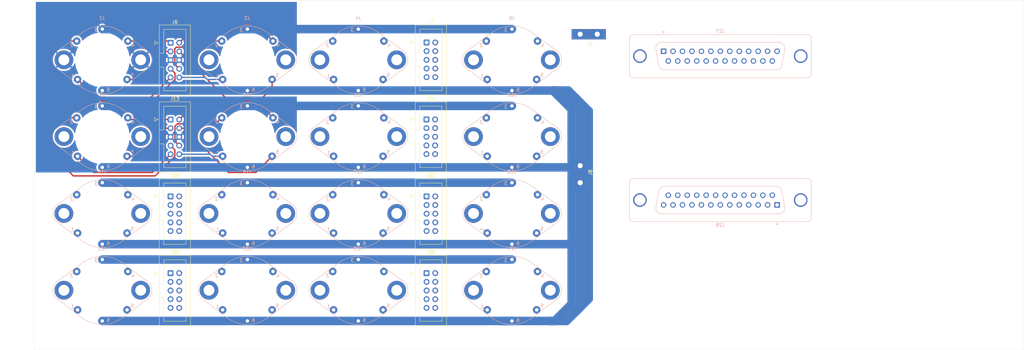
<source format=kicad_pcb>
(kicad_pcb (version 20171130) (host pcbnew "(5.1.10-1-10_14)")

  (general
    (thickness 1.6)
    (drawings 9)
    (tracks 108)
    (zones 0)
    (modules 28)
    (nets 119)
  )

  (page A3)
  (layers
    (0 F.Cu signal)
    (31 B.Cu signal)
    (32 B.Adhes user)
    (33 F.Adhes user)
    (34 B.Paste user)
    (35 F.Paste user)
    (36 B.SilkS user)
    (37 F.SilkS user)
    (38 B.Mask user)
    (39 F.Mask user)
    (40 Dwgs.User user)
    (41 Cmts.User user)
    (42 Eco1.User user)
    (43 Eco2.User user)
    (44 Edge.Cuts user)
    (45 Margin user)
    (46 B.CrtYd user)
    (47 F.CrtYd user)
    (48 B.Fab user)
    (49 F.Fab user)
  )

  (setup
    (last_trace_width 0.25)
    (user_trace_width 0.39)
    (user_trace_width 2.5)
    (trace_clearance 0.2)
    (zone_clearance 0.508)
    (zone_45_only no)
    (trace_min 0.2)
    (via_size 0.8)
    (via_drill 0.4)
    (via_min_size 0.4)
    (via_min_drill 0.3)
    (uvia_size 0.3)
    (uvia_drill 0.1)
    (uvias_allowed no)
    (uvia_min_size 0.2)
    (uvia_min_drill 0.1)
    (edge_width 0.05)
    (segment_width 0.2)
    (pcb_text_width 0.3)
    (pcb_text_size 1.5 1.5)
    (mod_edge_width 0.12)
    (mod_text_size 1 1)
    (mod_text_width 0.15)
    (pad_size 1.524 1.524)
    (pad_drill 0.762)
    (pad_to_mask_clearance 0)
    (aux_axis_origin 0 0)
    (visible_elements FFFFFF7F)
    (pcbplotparams
      (layerselection 0x010fc_ffffffff)
      (usegerberextensions false)
      (usegerberattributes true)
      (usegerberadvancedattributes true)
      (creategerberjobfile true)
      (excludeedgelayer true)
      (linewidth 0.100000)
      (plotframeref false)
      (viasonmask false)
      (mode 1)
      (useauxorigin false)
      (hpglpennumber 1)
      (hpglpenspeed 20)
      (hpglpendiameter 15.000000)
      (psnegative false)
      (psa4output false)
      (plotreference true)
      (plotvalue true)
      (plotinvisibletext false)
      (padsonsilk false)
      (subtractmaskfromsilk false)
      (outputformat 1)
      (mirror false)
      (drillshape 1)
      (scaleselection 1)
      (outputdirectory ""))
  )

  (net 0 "")
  (net 1 "Net-(J12-Pad1)")
  (net 2 "Net-(J15-Pad1)")
  (net 3 "Net-(J11-Pad4)")
  (net 4 "Net-(J11-Pad2)")
  (net 5 "Net-(J12-Pad4)")
  (net 6 "Net-(J12-Pad2)")
  (net 7 "Net-(J13-Pad3)")
  (net 8 "Net-(J13-Pad1)")
  (net 9 "Net-(J13-Pad7)")
  (net 10 "Net-(J13-Pad9)")
  (net 11 "Net-(J10-Pad5)")
  (net 12 "Net-(J10-Pad4)")
  (net 13 "Net-(J10-Pad2)")
  (net 14 "Net-(J10-Pad1)")
  (net 15 "Net-(J17-Pad5)")
  (net 16 "Net-(J17-Pad4)")
  (net 17 "Net-(J17-Pad2)")
  (net 18 "Net-(J17-Pad1)")
  (net 19 "Net-(J18-Pad5)")
  (net 20 "Net-(J18-Pad4)")
  (net 21 "Net-(J18-Pad2)")
  (net 22 "Net-(J18-Pad1)")
  (net 23 "Net-(J21-Pad5)")
  (net 24 "Net-(J21-Pad4)")
  (net 25 "Net-(J21-Pad2)")
  (net 26 "Net-(J21-Pad1)")
  (net 27 "Net-(J22-Pad5)")
  (net 28 "Net-(J22-Pad4)")
  (net 29 "Net-(J22-Pad2)")
  (net 30 "Net-(J22-Pad1)")
  (net 31 "Net-(J23-Pad5)")
  (net 32 "Net-(J23-Pad4)")
  (net 33 "Net-(J23-Pad2)")
  (net 34 "Net-(J23-Pad1)")
  (net 35 "Net-(J24-Pad5)")
  (net 36 "Net-(J24-Pad4)")
  (net 37 "Net-(J24-Pad2)")
  (net 38 "Net-(J24-Pad1)")
  (net 39 GND)
  (net 40 "Net-(J2-Pad5)")
  (net 41 "Net-(J2-Pad4)")
  (net 42 "Net-(J2-Pad2)")
  (net 43 "Net-(J2-Pad1)")
  (net 44 "Net-(J3-Pad5)")
  (net 45 "Net-(J3-Pad4)")
  (net 46 "Net-(J3-Pad2)")
  (net 47 "Net-(J3-Pad1)")
  (net 48 "Net-(J4-Pad5)")
  (net 49 "Net-(J4-Pad4)")
  (net 50 "Net-(J4-Pad2)")
  (net 51 "Net-(J4-Pad1)")
  (net 52 "Net-(J5-Pad5)")
  (net 53 "Net-(J5-Pad4)")
  (net 54 "Net-(J5-Pad2)")
  (net 55 "Net-(J5-Pad1)")
  (net 56 "Net-(J11-Pad5)")
  (net 57 "Net-(J11-Pad1)")
  (net 58 "Net-(J12-Pad5)")
  (net 59 "Net-(J15-Pad5)")
  (net 60 "Net-(J15-Pad4)")
  (net 61 "Net-(J15-Pad2)")
  (net 62 "Net-(J16-Pad5)")
  (net 63 "Net-(J16-Pad4)")
  (net 64 "Net-(J16-Pad2)")
  (net 65 "Net-(J16-Pad1)")
  (net 66 "Net-(J27-Pad0)")
  (net 67 "Net-(J27-Pad25)")
  (net 68 "Net-(J27-Pad24)")
  (net 69 "Net-(J27-Pad23)")
  (net 70 "Net-(J27-Pad22)")
  (net 71 "Net-(J27-Pad21)")
  (net 72 "Net-(J27-Pad20)")
  (net 73 "Net-(J27-Pad19)")
  (net 74 "Net-(J27-Pad18)")
  (net 75 "Net-(J27-Pad17)")
  (net 76 "Net-(J27-Pad16)")
  (net 77 "Net-(J27-Pad15)")
  (net 78 "Net-(J27-Pad14)")
  (net 79 "Net-(J27-Pad13)")
  (net 80 "Net-(J27-Pad12)")
  (net 81 "Net-(J27-Pad11)")
  (net 82 "Net-(J27-Pad10)")
  (net 83 "Net-(J27-Pad9)")
  (net 84 "Net-(J27-Pad8)")
  (net 85 "Net-(J27-Pad7)")
  (net 86 "Net-(J27-Pad6)")
  (net 87 "Net-(J27-Pad5)")
  (net 88 "Net-(J27-Pad4)")
  (net 89 "Net-(J27-Pad3)")
  (net 90 "Net-(J27-Pad2)")
  (net 91 "Net-(J27-Pad1)")
  (net 92 "Net-(J28-Pad0)")
  (net 93 "Net-(J28-Pad25)")
  (net 94 "Net-(J28-Pad24)")
  (net 95 "Net-(J28-Pad23)")
  (net 96 "Net-(J28-Pad22)")
  (net 97 "Net-(J28-Pad21)")
  (net 98 "Net-(J28-Pad20)")
  (net 99 "Net-(J28-Pad19)")
  (net 100 "Net-(J28-Pad18)")
  (net 101 "Net-(J28-Pad17)")
  (net 102 "Net-(J28-Pad16)")
  (net 103 "Net-(J28-Pad15)")
  (net 104 "Net-(J28-Pad14)")
  (net 105 "Net-(J28-Pad13)")
  (net 106 "Net-(J28-Pad12)")
  (net 107 "Net-(J28-Pad11)")
  (net 108 "Net-(J28-Pad10)")
  (net 109 "Net-(J28-Pad9)")
  (net 110 "Net-(J28-Pad8)")
  (net 111 "Net-(J28-Pad7)")
  (net 112 "Net-(J28-Pad6)")
  (net 113 "Net-(J28-Pad5)")
  (net 114 "Net-(J28-Pad4)")
  (net 115 "Net-(J28-Pad3)")
  (net 116 "Net-(J28-Pad2)")
  (net 117 "Net-(J28-Pad1)")
  (net 118 +5V)

  (net_class Default "This is the default net class."
    (clearance 0.2)
    (trace_width 0.25)
    (via_dia 0.8)
    (via_drill 0.4)
    (uvia_dia 0.3)
    (uvia_drill 0.1)
    (add_net +5V)
    (add_net GND)
    (add_net "Net-(J10-Pad1)")
    (add_net "Net-(J10-Pad2)")
    (add_net "Net-(J10-Pad4)")
    (add_net "Net-(J10-Pad5)")
    (add_net "Net-(J11-Pad1)")
    (add_net "Net-(J11-Pad2)")
    (add_net "Net-(J11-Pad4)")
    (add_net "Net-(J11-Pad5)")
    (add_net "Net-(J12-Pad1)")
    (add_net "Net-(J12-Pad2)")
    (add_net "Net-(J12-Pad4)")
    (add_net "Net-(J12-Pad5)")
    (add_net "Net-(J13-Pad1)")
    (add_net "Net-(J13-Pad3)")
    (add_net "Net-(J13-Pad7)")
    (add_net "Net-(J13-Pad9)")
    (add_net "Net-(J15-Pad1)")
    (add_net "Net-(J15-Pad2)")
    (add_net "Net-(J15-Pad4)")
    (add_net "Net-(J15-Pad5)")
    (add_net "Net-(J16-Pad1)")
    (add_net "Net-(J16-Pad2)")
    (add_net "Net-(J16-Pad4)")
    (add_net "Net-(J16-Pad5)")
    (add_net "Net-(J17-Pad1)")
    (add_net "Net-(J17-Pad2)")
    (add_net "Net-(J17-Pad4)")
    (add_net "Net-(J17-Pad5)")
    (add_net "Net-(J18-Pad1)")
    (add_net "Net-(J18-Pad2)")
    (add_net "Net-(J18-Pad4)")
    (add_net "Net-(J18-Pad5)")
    (add_net "Net-(J2-Pad1)")
    (add_net "Net-(J2-Pad2)")
    (add_net "Net-(J2-Pad4)")
    (add_net "Net-(J2-Pad5)")
    (add_net "Net-(J21-Pad1)")
    (add_net "Net-(J21-Pad2)")
    (add_net "Net-(J21-Pad4)")
    (add_net "Net-(J21-Pad5)")
    (add_net "Net-(J22-Pad1)")
    (add_net "Net-(J22-Pad2)")
    (add_net "Net-(J22-Pad4)")
    (add_net "Net-(J22-Pad5)")
    (add_net "Net-(J23-Pad1)")
    (add_net "Net-(J23-Pad2)")
    (add_net "Net-(J23-Pad4)")
    (add_net "Net-(J23-Pad5)")
    (add_net "Net-(J24-Pad1)")
    (add_net "Net-(J24-Pad2)")
    (add_net "Net-(J24-Pad4)")
    (add_net "Net-(J24-Pad5)")
    (add_net "Net-(J27-Pad0)")
    (add_net "Net-(J27-Pad1)")
    (add_net "Net-(J27-Pad10)")
    (add_net "Net-(J27-Pad11)")
    (add_net "Net-(J27-Pad12)")
    (add_net "Net-(J27-Pad13)")
    (add_net "Net-(J27-Pad14)")
    (add_net "Net-(J27-Pad15)")
    (add_net "Net-(J27-Pad16)")
    (add_net "Net-(J27-Pad17)")
    (add_net "Net-(J27-Pad18)")
    (add_net "Net-(J27-Pad19)")
    (add_net "Net-(J27-Pad2)")
    (add_net "Net-(J27-Pad20)")
    (add_net "Net-(J27-Pad21)")
    (add_net "Net-(J27-Pad22)")
    (add_net "Net-(J27-Pad23)")
    (add_net "Net-(J27-Pad24)")
    (add_net "Net-(J27-Pad25)")
    (add_net "Net-(J27-Pad3)")
    (add_net "Net-(J27-Pad4)")
    (add_net "Net-(J27-Pad5)")
    (add_net "Net-(J27-Pad6)")
    (add_net "Net-(J27-Pad7)")
    (add_net "Net-(J27-Pad8)")
    (add_net "Net-(J27-Pad9)")
    (add_net "Net-(J28-Pad0)")
    (add_net "Net-(J28-Pad1)")
    (add_net "Net-(J28-Pad10)")
    (add_net "Net-(J28-Pad11)")
    (add_net "Net-(J28-Pad12)")
    (add_net "Net-(J28-Pad13)")
    (add_net "Net-(J28-Pad14)")
    (add_net "Net-(J28-Pad15)")
    (add_net "Net-(J28-Pad16)")
    (add_net "Net-(J28-Pad17)")
    (add_net "Net-(J28-Pad18)")
    (add_net "Net-(J28-Pad19)")
    (add_net "Net-(J28-Pad2)")
    (add_net "Net-(J28-Pad20)")
    (add_net "Net-(J28-Pad21)")
    (add_net "Net-(J28-Pad22)")
    (add_net "Net-(J28-Pad23)")
    (add_net "Net-(J28-Pad24)")
    (add_net "Net-(J28-Pad25)")
    (add_net "Net-(J28-Pad3)")
    (add_net "Net-(J28-Pad4)")
    (add_net "Net-(J28-Pad5)")
    (add_net "Net-(J28-Pad6)")
    (add_net "Net-(J28-Pad7)")
    (add_net "Net-(J28-Pad8)")
    (add_net "Net-(J28-Pad9)")
    (add_net "Net-(J3-Pad1)")
    (add_net "Net-(J3-Pad2)")
    (add_net "Net-(J3-Pad4)")
    (add_net "Net-(J3-Pad5)")
    (add_net "Net-(J4-Pad1)")
    (add_net "Net-(J4-Pad2)")
    (add_net "Net-(J4-Pad4)")
    (add_net "Net-(J4-Pad5)")
    (add_net "Net-(J5-Pad1)")
    (add_net "Net-(J5-Pad2)")
    (add_net "Net-(J5-Pad4)")
    (add_net "Net-(J5-Pad5)")
  )

  (module EDUC-8:6_PIN_DIN_SOCKET (layer B.Cu) (tedit 60E3BD4A) (tstamp 60E5A7EA)
    (at 70 67.5 180)
    (path /6335F148)
    (fp_text reference J2 (at 0 12.25) (layer B.SilkS)
      (effects (font (size 1 1) (thickness 0.15)) (justify mirror))
    )
    (fp_text value DIN-6_SH (at 0 14) (layer B.Fab)
      (effects (font (size 1 1) (thickness 0.15)) (justify mirror))
    )
    (fp_line (start 12.968839 2.701033) (end 5.5 8.25) (layer B.SilkS) (width 0.12))
    (fp_line (start 6 -8) (end 13.25 -2.5) (layer B.SilkS) (width 0.12))
    (fp_line (start -13.314103 -2.522792) (end -6 -8) (layer B.SilkS) (width 0.12))
    (fp_line (start -13 2.75) (end -5.560959 8.209034) (layer B.SilkS) (width 0.12))
    (fp_text user 6 (at -1.75 -8.75) (layer B.SilkS)
      (effects (font (size 1 1) (thickness 0.15)) (justify mirror))
    )
    (fp_text user 5 (at -8.75 -4.5) (layer B.SilkS)
      (effects (font (size 1 1) (thickness 0.15)) (justify mirror))
    )
    (fp_text user 4 (at -9 4.25) (layer B.SilkS)
      (effects (font (size 1 1) (thickness 0.15)) (justify mirror))
    )
    (fp_text user 3 (at 1.75 8.75) (layer B.SilkS)
      (effects (font (size 1 1) (thickness 0.15)) (justify mirror))
    )
    (fp_text user 2 (at 9 4.25) (layer B.SilkS)
      (effects (font (size 1 1) (thickness 0.15)) (justify mirror))
    )
    (fp_text user 1 (at 8.75 -4.75) (layer B.SilkS)
      (effects (font (size 1 1) (thickness 0.15)) (justify mirror))
    )
    (fp_arc (start 11.25 0) (end 13.249999 -2.499999) (angle 108.8690022) (layer B.SilkS) (width 0.12))
    (fp_arc (start -11.25 0) (end -13 2.75) (angle 108.2393947) (layer B.SilkS) (width 0.12))
    (fp_arc (start 0 0) (end -6 -8) (angle 73.73979529) (layer B.SilkS) (width 0.12))
    (fp_arc (start 0 0) (end 5.5 8.25) (angle 67.80454279) (layer B.SilkS) (width 0.12))
    (pad 6 thru_hole circle (at 0 -9 180) (size 2.2 2.2) (drill 1) (layers *.Cu *.Mask)
      (net 118 +5V))
    (pad 5 thru_hole circle (at -7.25 -5.75 180) (size 2.2 2.2) (drill 1) (layers *.Cu *.Mask)
      (net 40 "Net-(J2-Pad5)"))
    (pad 4 thru_hole circle (at -7.5 5.5 180) (size 2.2 2.2) (drill 1) (layers *.Cu *.Mask)
      (net 41 "Net-(J2-Pad4)"))
    (pad 3 thru_hole circle (at 0 9 180) (size 2.2 2.2) (drill 1) (layers *.Cu *.Mask)
      (net 39 GND))
    (pad 2 thru_hole circle (at 7.5 5.5 180) (size 2.2 2.2) (drill 1) (layers *.Cu *.Mask)
      (net 42 "Net-(J2-Pad2)"))
    (pad 1 thru_hole circle (at 7.25 -5.75 180) (size 2.2 2.2) (drill 1) (layers *.Cu *.Mask)
      (net 43 "Net-(J2-Pad1)"))
    (pad 0 thru_hole circle (at -11.25 0 180) (size 5.5 5.5) (drill 3.2) (layers *.Cu *.Mask)
      (net 39 GND))
    (pad 0 thru_hole circle (at 11.25 0 180) (size 5.5 5.5) (drill 3.2) (layers *.Cu *.Mask)
      (net 39 GND))
    (pad "" np_thru_hole circle (at 0 0 180) (size 15 15) (drill 15) (layers *.Cu *.Mask))
    (model "/Users/gwyllymsuter/Documents/Ole electronics stuff /EDUC-8 KiCAD/EDUC_8 Main computer/3D MODELS/din-5-connector-female-1/DIN 5 Connector (Female).STEP"
      (offset (xyz 0 0 5.5))
      (scale (xyz 1 1 1))
      (rotate (xyz 0 0 0))
    )
    (model "/Users/gwyllymsuter/Documents/Ole electronics stuff /EDUC-8 KiCAD/3D models/M3x5.5x5-Standoff.step"
      (offset (xyz 11.25 0 0))
      (scale (xyz 1 1 1))
      (rotate (xyz 0 0 0))
    )
    (model "/Users/gwyllymsuter/Documents/Ole electronics stuff /EDUC-8 KiCAD/3D models/M3x5.5x5-Standoff.step"
      (offset (xyz -11.25 0 0))
      (scale (xyz 1 1 1))
      (rotate (xyz 0 0 0))
    )
    (model "/Users/gwyllymsuter/Documents/Ole electronics stuff /EDUC-8 KiCAD/3D models/M3-Nut.step"
      (offset (xyz -11.25 0 -1.6))
      (scale (xyz 1 1 1))
      (rotate (xyz -180 0 0))
    )
    (model "/Users/gwyllymsuter/Documents/Ole electronics stuff /EDUC-8 KiCAD/3D models/M3-Nut.step"
      (offset (xyz 11.25 0 -1.6))
      (scale (xyz 1 1 1))
      (rotate (xyz 180 0 0))
    )
  )

  (module Connector_Dsub:DSUB-25_Female_Vertical_P2.77x2.84mm_MountingHoles (layer B.Cu) (tedit 60E31017) (tstamp 60E4DFF3)
    (at 267.67 110)
    (descr "25-pin D-Sub connector, straight/vertical, THT-mount, female, pitch 2.77x2.84mm, distance of mounting holes 47.1mm, see https://disti-assets.s3.amazonaws.com/tonar/files/datasheets/16730.pdf")
    (tags "25-pin D-Sub connector straight vertical THT female pitch 2.77x2.84mm mounting holes distance 47.1mm")
    (path /631F7590)
    (fp_text reference J28 (at -16.62 5.89) (layer B.SilkS)
      (effects (font (size 1 1) (thickness 0.15)) (justify mirror))
    )
    (fp_text value DB25_Female_MountingHoles (at -16.62 -8.73) (layer B.Fab)
      (effects (font (size 1 1) (thickness 0.15)) (justify mirror))
    )
    (fp_line (start -42.17 4.83) (end 8.93 4.83) (layer B.Fab) (width 0.1))
    (fp_line (start 9.93 3.83) (end 9.93 -6.67) (layer B.Fab) (width 0.1))
    (fp_line (start 8.93 -7.67) (end -42.17 -7.67) (layer B.Fab) (width 0.1))
    (fp_line (start -43.17 -6.67) (end -43.17 3.83) (layer B.Fab) (width 0.1))
    (fp_line (start -42.17 4.89) (end 8.93 4.89) (layer B.SilkS) (width 0.12))
    (fp_line (start 9.99 3.83) (end 9.99 -6.67) (layer B.SilkS) (width 0.12))
    (fp_line (start 8.93 -7.73) (end -42.17 -7.73) (layer B.SilkS) (width 0.12))
    (fp_line (start -43.23 -6.67) (end -43.23 3.83) (layer B.SilkS) (width 0.12))
    (fp_line (start -0.25 5.784338) (end 0.25 5.784338) (layer B.SilkS) (width 0.12))
    (fp_line (start 0.25 5.784338) (end 0 5.351325) (layer B.SilkS) (width 0.12))
    (fp_line (start 0 5.351325) (end -0.25 5.784338) (layer B.SilkS) (width 0.12))
    (fp_line (start -33.863194 2.53) (end 0.623194 2.53) (layer B.Fab) (width 0.1))
    (fp_line (start -33.034457 -5.37) (end -0.205543 -5.37) (layer B.Fab) (width 0.1))
    (fp_line (start 2.198887 0.652163) (end 1.37015 -4.047837) (layer B.Fab) (width 0.1))
    (fp_line (start -35.438887 0.652163) (end -34.61015 -4.047837) (layer B.Fab) (width 0.1))
    (fp_line (start -33.851689 2.59) (end 0.611689 2.59) (layer B.SilkS) (width 0.12))
    (fp_line (start -33.022952 -5.43) (end -0.217048 -5.43) (layer B.SilkS) (width 0.12))
    (fp_line (start 2.24647 0.641744) (end 1.417733 -4.058256) (layer B.SilkS) (width 0.12))
    (fp_line (start -35.48647 0.641744) (end -34.657733 -4.058256) (layer B.SilkS) (width 0.12))
    (fp_line (start -43.7 5.35) (end -43.7 -8.2) (layer B.CrtYd) (width 0.05))
    (fp_line (start -43.7 -8.2) (end 10.45 -8.2) (layer B.CrtYd) (width 0.05))
    (fp_line (start 10.45 -8.2) (end 10.45 5.35) (layer B.CrtYd) (width 0.05))
    (fp_line (start 10.45 5.35) (end -43.7 5.35) (layer B.CrtYd) (width 0.05))
    (fp_text user %R (at -16.62 -1.42) (layer B.Fab)
      (effects (font (size 1 1) (thickness 0.15)) (justify mirror))
    )
    (fp_arc (start -0.217048 -3.77) (end -0.217048 -5.43) (angle 80) (layer B.SilkS) (width 0.12))
    (fp_arc (start -33.022952 -3.77) (end -33.022952 -5.43) (angle -80) (layer B.SilkS) (width 0.12))
    (fp_arc (start 0.611689 0.93) (end 0.611689 2.59) (angle -100) (layer B.SilkS) (width 0.12))
    (fp_arc (start -33.851689 0.93) (end -33.851689 2.59) (angle 100) (layer B.SilkS) (width 0.12))
    (fp_arc (start -0.205543 -3.77) (end -0.205543 -5.37) (angle 80) (layer B.Fab) (width 0.1))
    (fp_arc (start -33.034457 -3.77) (end -33.034457 -5.37) (angle -80) (layer B.Fab) (width 0.1))
    (fp_arc (start 0.623194 0.93) (end 0.623194 2.53) (angle -100) (layer B.Fab) (width 0.1))
    (fp_arc (start -33.863194 0.93) (end -33.863194 2.53) (angle 100) (layer B.Fab) (width 0.1))
    (fp_arc (start 8.93 -6.67) (end 9.99 -6.67) (angle -90) (layer B.SilkS) (width 0.12))
    (fp_arc (start -42.17 -6.67) (end -43.23 -6.67) (angle 90) (layer B.SilkS) (width 0.12))
    (fp_arc (start 8.93 3.83) (end 8.93 4.89) (angle -90) (layer B.SilkS) (width 0.12))
    (fp_arc (start -42.17 3.83) (end -43.23 3.83) (angle -90) (layer B.SilkS) (width 0.12))
    (fp_arc (start 8.93 -6.67) (end 9.93 -6.67) (angle -90) (layer B.Fab) (width 0.1))
    (fp_arc (start -42.17 -6.67) (end -43.17 -6.67) (angle 90) (layer B.Fab) (width 0.1))
    (fp_arc (start 8.93 3.83) (end 8.93 4.83) (angle -90) (layer B.Fab) (width 0.1))
    (fp_arc (start -42.17 3.83) (end -43.17 3.83) (angle -90) (layer B.Fab) (width 0.1))
    (pad 0 thru_hole circle (at 6.93 -1.42) (size 4 4) (drill 3.2) (layers *.Cu *.Mask)
      (net 92 "Net-(J28-Pad0)"))
    (pad 0 thru_hole circle (at -40.17 -1.42) (size 4 4) (drill 3.2) (layers *.Cu *.Mask)
      (net 92 "Net-(J28-Pad0)"))
    (pad 25 thru_hole circle (at -31.855 -2.84) (size 1.6 1.6) (drill 1) (layers *.Cu *.Mask)
      (net 93 "Net-(J28-Pad25)"))
    (pad 24 thru_hole circle (at -29.085 -2.84) (size 1.6 1.6) (drill 1) (layers *.Cu *.Mask)
      (net 94 "Net-(J28-Pad24)"))
    (pad 23 thru_hole circle (at -26.315 -2.84) (size 1.6 1.6) (drill 1) (layers *.Cu *.Mask)
      (net 95 "Net-(J28-Pad23)"))
    (pad 22 thru_hole circle (at -23.545 -2.84) (size 1.6 1.6) (drill 1) (layers *.Cu *.Mask)
      (net 96 "Net-(J28-Pad22)"))
    (pad 21 thru_hole circle (at -20.775 -2.84) (size 1.6 1.6) (drill 1) (layers *.Cu *.Mask)
      (net 97 "Net-(J28-Pad21)"))
    (pad 20 thru_hole circle (at -18.005 -2.84) (size 1.6 1.6) (drill 1) (layers *.Cu *.Mask)
      (net 98 "Net-(J28-Pad20)"))
    (pad 19 thru_hole circle (at -15.235 -2.84) (size 1.6 1.6) (drill 1) (layers *.Cu *.Mask)
      (net 99 "Net-(J28-Pad19)"))
    (pad 18 thru_hole circle (at -12.465 -2.84) (size 1.6 1.6) (drill 1) (layers *.Cu *.Mask)
      (net 100 "Net-(J28-Pad18)"))
    (pad 17 thru_hole circle (at -9.695 -2.84) (size 1.6 1.6) (drill 1) (layers *.Cu *.Mask)
      (net 101 "Net-(J28-Pad17)"))
    (pad 16 thru_hole circle (at -6.925 -2.84) (size 1.6 1.6) (drill 1) (layers *.Cu *.Mask)
      (net 102 "Net-(J28-Pad16)"))
    (pad 15 thru_hole circle (at -4.155 -2.84) (size 1.6 1.6) (drill 1) (layers *.Cu *.Mask)
      (net 103 "Net-(J28-Pad15)"))
    (pad 14 thru_hole circle (at -1.385 -2.84) (size 1.6 1.6) (drill 1) (layers *.Cu *.Mask)
      (net 104 "Net-(J28-Pad14)"))
    (pad 13 thru_hole circle (at -33.24 0) (size 1.6 1.6) (drill 1) (layers *.Cu *.Mask)
      (net 105 "Net-(J28-Pad13)"))
    (pad 12 thru_hole circle (at -30.47 0) (size 1.6 1.6) (drill 1) (layers *.Cu *.Mask)
      (net 106 "Net-(J28-Pad12)"))
    (pad 11 thru_hole circle (at -27.7 0) (size 1.6 1.6) (drill 1) (layers *.Cu *.Mask)
      (net 107 "Net-(J28-Pad11)"))
    (pad 10 thru_hole circle (at -24.93 0) (size 1.6 1.6) (drill 1) (layers *.Cu *.Mask)
      (net 108 "Net-(J28-Pad10)"))
    (pad 9 thru_hole circle (at -22.16 0) (size 1.6 1.6) (drill 1) (layers *.Cu *.Mask)
      (net 109 "Net-(J28-Pad9)"))
    (pad 8 thru_hole circle (at -19.39 0) (size 1.6 1.6) (drill 1) (layers *.Cu *.Mask)
      (net 110 "Net-(J28-Pad8)"))
    (pad 7 thru_hole circle (at -16.62 0) (size 1.6 1.6) (drill 1) (layers *.Cu *.Mask)
      (net 111 "Net-(J28-Pad7)"))
    (pad 6 thru_hole circle (at -13.85 0) (size 1.6 1.6) (drill 1) (layers *.Cu *.Mask)
      (net 112 "Net-(J28-Pad6)"))
    (pad 5 thru_hole circle (at -11.08 0) (size 1.6 1.6) (drill 1) (layers *.Cu *.Mask)
      (net 113 "Net-(J28-Pad5)"))
    (pad 4 thru_hole circle (at -8.31 0) (size 1.6 1.6) (drill 1) (layers *.Cu *.Mask)
      (net 114 "Net-(J28-Pad4)"))
    (pad 3 thru_hole circle (at -5.54 0) (size 1.6 1.6) (drill 1) (layers *.Cu *.Mask)
      (net 115 "Net-(J28-Pad3)"))
    (pad 2 thru_hole circle (at -2.77 0) (size 1.6 1.6) (drill 1) (layers *.Cu *.Mask)
      (net 116 "Net-(J28-Pad2)"))
    (pad 1 thru_hole rect (at 0 0) (size 1.6 1.6) (drill 1) (layers *.Cu *.Mask)
      (net 117 "Net-(J28-Pad1)"))
    (model ${KISYS3DMOD}/Connector_Dsub.3dshapes/DSUB-25_Female_Vertical_P2.77x2.84mm_MountingHoles.wrl
      (offset (xyz 0 0 0.8))
      (scale (xyz 1 1 1))
      (rotate (xyz 0 0 0))
    )
    (model "/Users/gwyllymsuter/Documents/Ole electronics stuff /EDUC-8 KiCAD/3D models/M3x5.5x5-Standoff.step"
      (offset (xyz 6.9 -1.4 0))
      (scale (xyz 1 1 1))
      (rotate (xyz 0 0 0))
    )
    (model "/Users/gwyllymsuter/Documents/Ole electronics stuff /EDUC-8 KiCAD/3D models/M3x5.5x5-Standoff.step"
      (offset (xyz -40.2 -1.4 0))
      (scale (xyz 1 1 1))
      (rotate (xyz 0 0 0))
    )
  )

  (module Connector_Dsub:DSUB-25_Female_Vertical_P2.77x2.84mm_MountingHoles (layer B.Cu) (tedit 60E31017) (tstamp 60E4DFAC)
    (at 234.43 65 180)
    (descr "25-pin D-Sub connector, straight/vertical, THT-mount, female, pitch 2.77x2.84mm, distance of mounting holes 47.1mm, see https://disti-assets.s3.amazonaws.com/tonar/files/datasheets/16730.pdf")
    (tags "25-pin D-Sub connector straight vertical THT female pitch 2.77x2.84mm mounting holes distance 47.1mm")
    (path /631FE018)
    (fp_text reference J27 (at -16.62 5.89) (layer B.SilkS)
      (effects (font (size 1 1) (thickness 0.15)) (justify mirror))
    )
    (fp_text value DB25_Female_MountingHoles (at -16.62 -8.73) (layer B.Fab)
      (effects (font (size 1 1) (thickness 0.15)) (justify mirror))
    )
    (fp_line (start -42.17 4.83) (end 8.93 4.83) (layer B.Fab) (width 0.1))
    (fp_line (start 9.93 3.83) (end 9.93 -6.67) (layer B.Fab) (width 0.1))
    (fp_line (start 8.93 -7.67) (end -42.17 -7.67) (layer B.Fab) (width 0.1))
    (fp_line (start -43.17 -6.67) (end -43.17 3.83) (layer B.Fab) (width 0.1))
    (fp_line (start -42.17 4.89) (end 8.93 4.89) (layer B.SilkS) (width 0.12))
    (fp_line (start 9.99 3.83) (end 9.99 -6.67) (layer B.SilkS) (width 0.12))
    (fp_line (start 8.93 -7.73) (end -42.17 -7.73) (layer B.SilkS) (width 0.12))
    (fp_line (start -43.23 -6.67) (end -43.23 3.83) (layer B.SilkS) (width 0.12))
    (fp_line (start -0.25 5.784338) (end 0.25 5.784338) (layer B.SilkS) (width 0.12))
    (fp_line (start 0.25 5.784338) (end 0 5.351325) (layer B.SilkS) (width 0.12))
    (fp_line (start 0 5.351325) (end -0.25 5.784338) (layer B.SilkS) (width 0.12))
    (fp_line (start -33.863194 2.53) (end 0.623194 2.53) (layer B.Fab) (width 0.1))
    (fp_line (start -33.034457 -5.37) (end -0.205543 -5.37) (layer B.Fab) (width 0.1))
    (fp_line (start 2.198887 0.652163) (end 1.37015 -4.047837) (layer B.Fab) (width 0.1))
    (fp_line (start -35.438887 0.652163) (end -34.61015 -4.047837) (layer B.Fab) (width 0.1))
    (fp_line (start -33.851689 2.59) (end 0.611689 2.59) (layer B.SilkS) (width 0.12))
    (fp_line (start -33.022952 -5.43) (end -0.217048 -5.43) (layer B.SilkS) (width 0.12))
    (fp_line (start 2.24647 0.641744) (end 1.417733 -4.058256) (layer B.SilkS) (width 0.12))
    (fp_line (start -35.48647 0.641744) (end -34.657733 -4.058256) (layer B.SilkS) (width 0.12))
    (fp_line (start -43.7 5.35) (end -43.7 -8.2) (layer B.CrtYd) (width 0.05))
    (fp_line (start -43.7 -8.2) (end 10.45 -8.2) (layer B.CrtYd) (width 0.05))
    (fp_line (start 10.45 -8.2) (end 10.45 5.35) (layer B.CrtYd) (width 0.05))
    (fp_line (start 10.45 5.35) (end -43.7 5.35) (layer B.CrtYd) (width 0.05))
    (fp_text user %R (at -16.62 -1.42) (layer B.Fab)
      (effects (font (size 1 1) (thickness 0.15)) (justify mirror))
    )
    (fp_arc (start -0.217048 -3.77) (end -0.217048 -5.43) (angle 80) (layer B.SilkS) (width 0.12))
    (fp_arc (start -33.022952 -3.77) (end -33.022952 -5.43) (angle -80) (layer B.SilkS) (width 0.12))
    (fp_arc (start 0.611689 0.93) (end 0.611689 2.59) (angle -100) (layer B.SilkS) (width 0.12))
    (fp_arc (start -33.851689 0.93) (end -33.851689 2.59) (angle 100) (layer B.SilkS) (width 0.12))
    (fp_arc (start -0.205543 -3.77) (end -0.205543 -5.37) (angle 80) (layer B.Fab) (width 0.1))
    (fp_arc (start -33.034457 -3.77) (end -33.034457 -5.37) (angle -80) (layer B.Fab) (width 0.1))
    (fp_arc (start 0.623194 0.93) (end 0.623194 2.53) (angle -100) (layer B.Fab) (width 0.1))
    (fp_arc (start -33.863194 0.93) (end -33.863194 2.53) (angle 100) (layer B.Fab) (width 0.1))
    (fp_arc (start 8.93 -6.67) (end 9.99 -6.67) (angle -90) (layer B.SilkS) (width 0.12))
    (fp_arc (start -42.17 -6.67) (end -43.23 -6.67) (angle 90) (layer B.SilkS) (width 0.12))
    (fp_arc (start 8.93 3.83) (end 8.93 4.89) (angle -90) (layer B.SilkS) (width 0.12))
    (fp_arc (start -42.17 3.83) (end -43.23 3.83) (angle -90) (layer B.SilkS) (width 0.12))
    (fp_arc (start 8.93 -6.67) (end 9.93 -6.67) (angle -90) (layer B.Fab) (width 0.1))
    (fp_arc (start -42.17 -6.67) (end -43.17 -6.67) (angle 90) (layer B.Fab) (width 0.1))
    (fp_arc (start 8.93 3.83) (end 8.93 4.83) (angle -90) (layer B.Fab) (width 0.1))
    (fp_arc (start -42.17 3.83) (end -43.17 3.83) (angle -90) (layer B.Fab) (width 0.1))
    (pad 0 thru_hole circle (at 6.93 -1.42 180) (size 4 4) (drill 3.2) (layers *.Cu *.Mask)
      (net 66 "Net-(J27-Pad0)"))
    (pad 0 thru_hole circle (at -40.17 -1.42 180) (size 4 4) (drill 3.2) (layers *.Cu *.Mask)
      (net 66 "Net-(J27-Pad0)"))
    (pad 25 thru_hole circle (at -31.855 -2.84 180) (size 1.6 1.6) (drill 1) (layers *.Cu *.Mask)
      (net 67 "Net-(J27-Pad25)"))
    (pad 24 thru_hole circle (at -29.085 -2.84 180) (size 1.6 1.6) (drill 1) (layers *.Cu *.Mask)
      (net 68 "Net-(J27-Pad24)"))
    (pad 23 thru_hole circle (at -26.315 -2.84 180) (size 1.6 1.6) (drill 1) (layers *.Cu *.Mask)
      (net 69 "Net-(J27-Pad23)"))
    (pad 22 thru_hole circle (at -23.545 -2.84 180) (size 1.6 1.6) (drill 1) (layers *.Cu *.Mask)
      (net 70 "Net-(J27-Pad22)"))
    (pad 21 thru_hole circle (at -20.775 -2.84 180) (size 1.6 1.6) (drill 1) (layers *.Cu *.Mask)
      (net 71 "Net-(J27-Pad21)"))
    (pad 20 thru_hole circle (at -18.005 -2.84 180) (size 1.6 1.6) (drill 1) (layers *.Cu *.Mask)
      (net 72 "Net-(J27-Pad20)"))
    (pad 19 thru_hole circle (at -15.235 -2.84 180) (size 1.6 1.6) (drill 1) (layers *.Cu *.Mask)
      (net 73 "Net-(J27-Pad19)"))
    (pad 18 thru_hole circle (at -12.465 -2.84 180) (size 1.6 1.6) (drill 1) (layers *.Cu *.Mask)
      (net 74 "Net-(J27-Pad18)"))
    (pad 17 thru_hole circle (at -9.695 -2.84 180) (size 1.6 1.6) (drill 1) (layers *.Cu *.Mask)
      (net 75 "Net-(J27-Pad17)"))
    (pad 16 thru_hole circle (at -6.925 -2.84 180) (size 1.6 1.6) (drill 1) (layers *.Cu *.Mask)
      (net 76 "Net-(J27-Pad16)"))
    (pad 15 thru_hole circle (at -4.155 -2.84 180) (size 1.6 1.6) (drill 1) (layers *.Cu *.Mask)
      (net 77 "Net-(J27-Pad15)"))
    (pad 14 thru_hole circle (at -1.385 -2.84 180) (size 1.6 1.6) (drill 1) (layers *.Cu *.Mask)
      (net 78 "Net-(J27-Pad14)"))
    (pad 13 thru_hole circle (at -33.24 0 180) (size 1.6 1.6) (drill 1) (layers *.Cu *.Mask)
      (net 79 "Net-(J27-Pad13)"))
    (pad 12 thru_hole circle (at -30.47 0 180) (size 1.6 1.6) (drill 1) (layers *.Cu *.Mask)
      (net 80 "Net-(J27-Pad12)"))
    (pad 11 thru_hole circle (at -27.7 0 180) (size 1.6 1.6) (drill 1) (layers *.Cu *.Mask)
      (net 81 "Net-(J27-Pad11)"))
    (pad 10 thru_hole circle (at -24.93 0 180) (size 1.6 1.6) (drill 1) (layers *.Cu *.Mask)
      (net 82 "Net-(J27-Pad10)"))
    (pad 9 thru_hole circle (at -22.16 0 180) (size 1.6 1.6) (drill 1) (layers *.Cu *.Mask)
      (net 83 "Net-(J27-Pad9)"))
    (pad 8 thru_hole circle (at -19.39 0 180) (size 1.6 1.6) (drill 1) (layers *.Cu *.Mask)
      (net 84 "Net-(J27-Pad8)"))
    (pad 7 thru_hole circle (at -16.62 0 180) (size 1.6 1.6) (drill 1) (layers *.Cu *.Mask)
      (net 85 "Net-(J27-Pad7)"))
    (pad 6 thru_hole circle (at -13.85 0 180) (size 1.6 1.6) (drill 1) (layers *.Cu *.Mask)
      (net 86 "Net-(J27-Pad6)"))
    (pad 5 thru_hole circle (at -11.08 0 180) (size 1.6 1.6) (drill 1) (layers *.Cu *.Mask)
      (net 87 "Net-(J27-Pad5)"))
    (pad 4 thru_hole circle (at -8.31 0 180) (size 1.6 1.6) (drill 1) (layers *.Cu *.Mask)
      (net 88 "Net-(J27-Pad4)"))
    (pad 3 thru_hole circle (at -5.54 0 180) (size 1.6 1.6) (drill 1) (layers *.Cu *.Mask)
      (net 89 "Net-(J27-Pad3)"))
    (pad 2 thru_hole circle (at -2.77 0 180) (size 1.6 1.6) (drill 1) (layers *.Cu *.Mask)
      (net 90 "Net-(J27-Pad2)"))
    (pad 1 thru_hole rect (at 0 0 180) (size 1.6 1.6) (drill 1) (layers *.Cu *.Mask)
      (net 91 "Net-(J27-Pad1)"))
    (model ${KISYS3DMOD}/Connector_Dsub.3dshapes/DSUB-25_Female_Vertical_P2.77x2.84mm_MountingHoles.wrl
      (offset (xyz 0 0 0.8))
      (scale (xyz 1 1 1))
      (rotate (xyz 0 0 0))
    )
    (model "/Users/gwyllymsuter/Documents/Ole electronics stuff /EDUC-8 KiCAD/3D models/M3x5.5x5-Standoff.step"
      (offset (xyz 6.9 -1.4 0))
      (scale (xyz 1 1 1))
      (rotate (xyz 0 0 0))
    )
    (model "/Users/gwyllymsuter/Documents/Ole electronics stuff /EDUC-8 KiCAD/3D models/M3x5.5x5-Standoff.step"
      (offset (xyz -40.2 -1.4 0))
      (scale (xyz 1 1 1))
      (rotate (xyz 0 0 0))
    )
  )

  (module Connector_IDC:IDC-Header_2x05_P2.54mm_Vertical (layer F.Cu) (tedit 5EAC9A07) (tstamp 60E4BD52)
    (at 165 130)
    (descr "Through hole IDC box header, 2x05, 2.54mm pitch, DIN 41651 / IEC 60603-13, double rows, https://docs.google.com/spreadsheets/d/16SsEcesNF15N3Lb4niX7dcUr-NY5_MFPQhobNuNppn4/edit#gid=0")
    (tags "Through hole vertical IDC box header THT 2x05 2.54mm double row")
    (path /62A1FA75)
    (fp_text reference J26 (at 1.27 -6.1) (layer F.SilkS)
      (effects (font (size 1 1) (thickness 0.15)))
    )
    (fp_text value Conn_02x05_Odd_Even (at 1.27 16.26) (layer F.Fab)
      (effects (font (size 1 1) (thickness 0.15)))
    )
    (fp_line (start 6.22 -5.6) (end -3.68 -5.6) (layer F.CrtYd) (width 0.05))
    (fp_line (start 6.22 15.76) (end 6.22 -5.6) (layer F.CrtYd) (width 0.05))
    (fp_line (start -3.68 15.76) (end 6.22 15.76) (layer F.CrtYd) (width 0.05))
    (fp_line (start -3.68 -5.6) (end -3.68 15.76) (layer F.CrtYd) (width 0.05))
    (fp_line (start -4.68 0.5) (end -3.68 0) (layer F.SilkS) (width 0.12))
    (fp_line (start -4.68 -0.5) (end -4.68 0.5) (layer F.SilkS) (width 0.12))
    (fp_line (start -3.68 0) (end -4.68 -0.5) (layer F.SilkS) (width 0.12))
    (fp_line (start -1.98 7.13) (end -3.29 7.13) (layer F.SilkS) (width 0.12))
    (fp_line (start -1.98 7.13) (end -1.98 7.13) (layer F.SilkS) (width 0.12))
    (fp_line (start -1.98 14.07) (end -1.98 7.13) (layer F.SilkS) (width 0.12))
    (fp_line (start 4.52 14.07) (end -1.98 14.07) (layer F.SilkS) (width 0.12))
    (fp_line (start 4.52 -3.91) (end 4.52 14.07) (layer F.SilkS) (width 0.12))
    (fp_line (start -1.98 -3.91) (end 4.52 -3.91) (layer F.SilkS) (width 0.12))
    (fp_line (start -1.98 3.03) (end -1.98 -3.91) (layer F.SilkS) (width 0.12))
    (fp_line (start -3.29 3.03) (end -1.98 3.03) (layer F.SilkS) (width 0.12))
    (fp_line (start -3.29 15.37) (end -3.29 -5.21) (layer F.SilkS) (width 0.12))
    (fp_line (start 5.83 15.37) (end -3.29 15.37) (layer F.SilkS) (width 0.12))
    (fp_line (start 5.83 -5.21) (end 5.83 15.37) (layer F.SilkS) (width 0.12))
    (fp_line (start -3.29 -5.21) (end 5.83 -5.21) (layer F.SilkS) (width 0.12))
    (fp_line (start -1.98 7.13) (end -3.18 7.13) (layer F.Fab) (width 0.1))
    (fp_line (start -1.98 7.13) (end -1.98 7.13) (layer F.Fab) (width 0.1))
    (fp_line (start -1.98 14.07) (end -1.98 7.13) (layer F.Fab) (width 0.1))
    (fp_line (start 4.52 14.07) (end -1.98 14.07) (layer F.Fab) (width 0.1))
    (fp_line (start 4.52 -3.91) (end 4.52 14.07) (layer F.Fab) (width 0.1))
    (fp_line (start -1.98 -3.91) (end 4.52 -3.91) (layer F.Fab) (width 0.1))
    (fp_line (start -1.98 3.03) (end -1.98 -3.91) (layer F.Fab) (width 0.1))
    (fp_line (start -3.18 3.03) (end -1.98 3.03) (layer F.Fab) (width 0.1))
    (fp_line (start -3.18 15.26) (end -3.18 -4.1) (layer F.Fab) (width 0.1))
    (fp_line (start 5.72 15.26) (end -3.18 15.26) (layer F.Fab) (width 0.1))
    (fp_line (start 5.72 -5.1) (end 5.72 15.26) (layer F.Fab) (width 0.1))
    (fp_line (start -2.18 -5.1) (end 5.72 -5.1) (layer F.Fab) (width 0.1))
    (fp_line (start -3.18 -4.1) (end -2.18 -5.1) (layer F.Fab) (width 0.1))
    (fp_text user %R (at 1.27 5.08 90) (layer F.Fab)
      (effects (font (size 1 1) (thickness 0.15)))
    )
    (pad 10 thru_hole circle (at 2.54 10.16) (size 1.7 1.7) (drill 1) (layers *.Cu *.Mask)
      (net 38 "Net-(J24-Pad1)"))
    (pad 8 thru_hole circle (at 2.54 7.62) (size 1.7 1.7) (drill 1) (layers *.Cu *.Mask)
      (net 37 "Net-(J24-Pad2)"))
    (pad 6 thru_hole circle (at 2.54 5.08) (size 1.7 1.7) (drill 1) (layers *.Cu *.Mask)
      (net 39 GND))
    (pad 4 thru_hole circle (at 2.54 2.54) (size 1.7 1.7) (drill 1) (layers *.Cu *.Mask)
      (net 35 "Net-(J24-Pad5)"))
    (pad 2 thru_hole circle (at 2.54 0) (size 1.7 1.7) (drill 1) (layers *.Cu *.Mask)
      (net 36 "Net-(J24-Pad4)"))
    (pad 9 thru_hole circle (at 0 10.16) (size 1.7 1.7) (drill 1) (layers *.Cu *.Mask)
      (net 34 "Net-(J23-Pad1)"))
    (pad 7 thru_hole circle (at 0 7.62) (size 1.7 1.7) (drill 1) (layers *.Cu *.Mask)
      (net 33 "Net-(J23-Pad2)"))
    (pad 5 thru_hole circle (at 0 5.08) (size 1.7 1.7) (drill 1) (layers *.Cu *.Mask)
      (net 39 GND))
    (pad 3 thru_hole circle (at 0 2.54) (size 1.7 1.7) (drill 1) (layers *.Cu *.Mask)
      (net 31 "Net-(J23-Pad5)"))
    (pad 1 thru_hole roundrect (at 0 0) (size 1.7 1.7) (drill 1) (layers *.Cu *.Mask) (roundrect_rratio 0.147059)
      (net 32 "Net-(J23-Pad4)"))
    (model ${KISYS3DMOD}/Connector_IDC.3dshapes/IDC-Header_2x05_P2.54mm_Vertical.wrl
      (at (xyz 0 0 0))
      (scale (xyz 1 1 1))
      (rotate (xyz 0 0 0))
    )
  )

  (module Connector_IDC:IDC-Header_2x05_P2.54mm_Vertical (layer F.Cu) (tedit 5EAC9A07) (tstamp 60E4BD23)
    (at 90 130)
    (descr "Through hole IDC box header, 2x05, 2.54mm pitch, DIN 41651 / IEC 60603-13, double rows, https://docs.google.com/spreadsheets/d/16SsEcesNF15N3Lb4niX7dcUr-NY5_MFPQhobNuNppn4/edit#gid=0")
    (tags "Through hole vertical IDC box header THT 2x05 2.54mm double row")
    (path /62A1BAE5)
    (fp_text reference J25 (at 1.27 -6.1) (layer F.SilkS)
      (effects (font (size 1 1) (thickness 0.15)))
    )
    (fp_text value Conn_02x05_Odd_Even (at 1.27 16.26) (layer F.Fab)
      (effects (font (size 1 1) (thickness 0.15)))
    )
    (fp_line (start 6.22 -5.6) (end -3.68 -5.6) (layer F.CrtYd) (width 0.05))
    (fp_line (start 6.22 15.76) (end 6.22 -5.6) (layer F.CrtYd) (width 0.05))
    (fp_line (start -3.68 15.76) (end 6.22 15.76) (layer F.CrtYd) (width 0.05))
    (fp_line (start -3.68 -5.6) (end -3.68 15.76) (layer F.CrtYd) (width 0.05))
    (fp_line (start -4.68 0.5) (end -3.68 0) (layer F.SilkS) (width 0.12))
    (fp_line (start -4.68 -0.5) (end -4.68 0.5) (layer F.SilkS) (width 0.12))
    (fp_line (start -3.68 0) (end -4.68 -0.5) (layer F.SilkS) (width 0.12))
    (fp_line (start -1.98 7.13) (end -3.29 7.13) (layer F.SilkS) (width 0.12))
    (fp_line (start -1.98 7.13) (end -1.98 7.13) (layer F.SilkS) (width 0.12))
    (fp_line (start -1.98 14.07) (end -1.98 7.13) (layer F.SilkS) (width 0.12))
    (fp_line (start 4.52 14.07) (end -1.98 14.07) (layer F.SilkS) (width 0.12))
    (fp_line (start 4.52 -3.91) (end 4.52 14.07) (layer F.SilkS) (width 0.12))
    (fp_line (start -1.98 -3.91) (end 4.52 -3.91) (layer F.SilkS) (width 0.12))
    (fp_line (start -1.98 3.03) (end -1.98 -3.91) (layer F.SilkS) (width 0.12))
    (fp_line (start -3.29 3.03) (end -1.98 3.03) (layer F.SilkS) (width 0.12))
    (fp_line (start -3.29 15.37) (end -3.29 -5.21) (layer F.SilkS) (width 0.12))
    (fp_line (start 5.83 15.37) (end -3.29 15.37) (layer F.SilkS) (width 0.12))
    (fp_line (start 5.83 -5.21) (end 5.83 15.37) (layer F.SilkS) (width 0.12))
    (fp_line (start -3.29 -5.21) (end 5.83 -5.21) (layer F.SilkS) (width 0.12))
    (fp_line (start -1.98 7.13) (end -3.18 7.13) (layer F.Fab) (width 0.1))
    (fp_line (start -1.98 7.13) (end -1.98 7.13) (layer F.Fab) (width 0.1))
    (fp_line (start -1.98 14.07) (end -1.98 7.13) (layer F.Fab) (width 0.1))
    (fp_line (start 4.52 14.07) (end -1.98 14.07) (layer F.Fab) (width 0.1))
    (fp_line (start 4.52 -3.91) (end 4.52 14.07) (layer F.Fab) (width 0.1))
    (fp_line (start -1.98 -3.91) (end 4.52 -3.91) (layer F.Fab) (width 0.1))
    (fp_line (start -1.98 3.03) (end -1.98 -3.91) (layer F.Fab) (width 0.1))
    (fp_line (start -3.18 3.03) (end -1.98 3.03) (layer F.Fab) (width 0.1))
    (fp_line (start -3.18 15.26) (end -3.18 -4.1) (layer F.Fab) (width 0.1))
    (fp_line (start 5.72 15.26) (end -3.18 15.26) (layer F.Fab) (width 0.1))
    (fp_line (start 5.72 -5.1) (end 5.72 15.26) (layer F.Fab) (width 0.1))
    (fp_line (start -2.18 -5.1) (end 5.72 -5.1) (layer F.Fab) (width 0.1))
    (fp_line (start -3.18 -4.1) (end -2.18 -5.1) (layer F.Fab) (width 0.1))
    (fp_text user %R (at 1.27 5.08 90) (layer F.Fab)
      (effects (font (size 1 1) (thickness 0.15)))
    )
    (pad 10 thru_hole circle (at 2.54 10.16) (size 1.7 1.7) (drill 1) (layers *.Cu *.Mask)
      (net 30 "Net-(J22-Pad1)"))
    (pad 8 thru_hole circle (at 2.54 7.62) (size 1.7 1.7) (drill 1) (layers *.Cu *.Mask)
      (net 29 "Net-(J22-Pad2)"))
    (pad 6 thru_hole circle (at 2.54 5.08) (size 1.7 1.7) (drill 1) (layers *.Cu *.Mask)
      (net 39 GND))
    (pad 4 thru_hole circle (at 2.54 2.54) (size 1.7 1.7) (drill 1) (layers *.Cu *.Mask)
      (net 27 "Net-(J22-Pad5)"))
    (pad 2 thru_hole circle (at 2.54 0) (size 1.7 1.7) (drill 1) (layers *.Cu *.Mask)
      (net 28 "Net-(J22-Pad4)"))
    (pad 9 thru_hole circle (at 0 10.16) (size 1.7 1.7) (drill 1) (layers *.Cu *.Mask)
      (net 26 "Net-(J21-Pad1)"))
    (pad 7 thru_hole circle (at 0 7.62) (size 1.7 1.7) (drill 1) (layers *.Cu *.Mask)
      (net 25 "Net-(J21-Pad2)"))
    (pad 5 thru_hole circle (at 0 5.08) (size 1.7 1.7) (drill 1) (layers *.Cu *.Mask)
      (net 39 GND))
    (pad 3 thru_hole circle (at 0 2.54) (size 1.7 1.7) (drill 1) (layers *.Cu *.Mask)
      (net 23 "Net-(J21-Pad5)"))
    (pad 1 thru_hole roundrect (at 0 0) (size 1.7 1.7) (drill 1) (layers *.Cu *.Mask) (roundrect_rratio 0.147059)
      (net 24 "Net-(J21-Pad4)"))
    (model ${KISYS3DMOD}/Connector_IDC.3dshapes/IDC-Header_2x05_P2.54mm_Vertical.wrl
      (at (xyz 0 0 0))
      (scale (xyz 1 1 1))
      (rotate (xyz 0 0 0))
    )
  )

  (module EDUC-8:6_PIN_DIN_SOCKET (layer B.Cu) (tedit 60E3BD4A) (tstamp 60E4BCF4)
    (at 190 135 180)
    (path /6288BB80)
    (fp_text reference J24 (at 0 12.25) (layer B.SilkS)
      (effects (font (size 1 1) (thickness 0.15)) (justify mirror))
    )
    (fp_text value DIN-6 (at 0 14) (layer B.Fab)
      (effects (font (size 1 1) (thickness 0.15)) (justify mirror))
    )
    (fp_line (start 12.968839 2.701033) (end 5.5 8.25) (layer B.SilkS) (width 0.12))
    (fp_line (start 6 -8) (end 13.25 -2.5) (layer B.SilkS) (width 0.12))
    (fp_line (start -13.314103 -2.522792) (end -6 -8) (layer B.SilkS) (width 0.12))
    (fp_line (start -13 2.75) (end -5.560959 8.209034) (layer B.SilkS) (width 0.12))
    (fp_text user 6 (at -1.75 -8.75) (layer B.SilkS)
      (effects (font (size 1 1) (thickness 0.15)) (justify mirror))
    )
    (fp_text user 5 (at -8.75 -4.5) (layer B.SilkS)
      (effects (font (size 1 1) (thickness 0.15)) (justify mirror))
    )
    (fp_text user 4 (at -9 4.25) (layer B.SilkS)
      (effects (font (size 1 1) (thickness 0.15)) (justify mirror))
    )
    (fp_text user 3 (at 1.75 8.75) (layer B.SilkS)
      (effects (font (size 1 1) (thickness 0.15)) (justify mirror))
    )
    (fp_text user 2 (at 9 4.25) (layer B.SilkS)
      (effects (font (size 1 1) (thickness 0.15)) (justify mirror))
    )
    (fp_text user 1 (at 8.75 -4.75) (layer B.SilkS)
      (effects (font (size 1 1) (thickness 0.15)) (justify mirror))
    )
    (fp_arc (start 11.25 0) (end 13.249999 -2.499999) (angle 108.8690022) (layer B.SilkS) (width 0.12))
    (fp_arc (start -11.25 0) (end -13 2.75) (angle 108.2393947) (layer B.SilkS) (width 0.12))
    (fp_arc (start 0 0) (end -6 -8) (angle 73.73979529) (layer B.SilkS) (width 0.12))
    (fp_arc (start 0 0) (end 5.5 8.25) (angle 67.80454279) (layer B.SilkS) (width 0.12))
    (pad 6 thru_hole circle (at 0 -9 180) (size 2.2 2.2) (drill 1) (layers *.Cu *.Mask)
      (net 118 +5V))
    (pad 5 thru_hole circle (at -7.25 -5.75 180) (size 2.2 2.2) (drill 1) (layers *.Cu *.Mask)
      (net 35 "Net-(J24-Pad5)"))
    (pad 4 thru_hole circle (at -7.5 5.5 180) (size 2.2 2.2) (drill 1) (layers *.Cu *.Mask)
      (net 36 "Net-(J24-Pad4)"))
    (pad 3 thru_hole circle (at 0 9 180) (size 2.2 2.2) (drill 1) (layers *.Cu *.Mask)
      (net 39 GND))
    (pad 2 thru_hole circle (at 7.5 5.5 180) (size 2.2 2.2) (drill 1) (layers *.Cu *.Mask)
      (net 37 "Net-(J24-Pad2)"))
    (pad 1 thru_hole circle (at 7.25 -5.75 180) (size 2.2 2.2) (drill 1) (layers *.Cu *.Mask)
      (net 38 "Net-(J24-Pad1)"))
    (pad 0 thru_hole circle (at -11.25 0 180) (size 5.5 5.5) (drill 3.2) (layers *.Cu *.Mask))
    (pad 0 thru_hole circle (at 11.25 0 180) (size 5.5 5.5) (drill 3.2) (layers *.Cu *.Mask))
    (pad "" np_thru_hole circle (at 0 0 180) (size 15 15) (drill 15) (layers *.Cu *.Mask))
    (model "/Users/gwyllymsuter/Documents/Ole electronics stuff /EDUC-8 KiCAD/EDUC_8 Main computer/3D MODELS/din-5-connector-female-1/DIN 5 Connector (Female).STEP"
      (offset (xyz 0 0 5.5))
      (scale (xyz 1 1 1))
      (rotate (xyz 0 0 0))
    )
    (model "/Users/gwyllymsuter/Documents/Ole electronics stuff /EDUC-8 KiCAD/3D models/M3x5.5x5-Standoff.step"
      (offset (xyz 11.25 0 0))
      (scale (xyz 1 1 1))
      (rotate (xyz 0 0 0))
    )
    (model "/Users/gwyllymsuter/Documents/Ole electronics stuff /EDUC-8 KiCAD/3D models/M3x5.5x5-Standoff.step"
      (offset (xyz -11.25 0 0))
      (scale (xyz 1 1 1))
      (rotate (xyz 0 0 0))
    )
    (model "/Users/gwyllymsuter/Documents/Ole electronics stuff /EDUC-8 KiCAD/3D models/M3-Nut.step"
      (offset (xyz -11.25 0 -1.6))
      (scale (xyz 1 1 1))
      (rotate (xyz -180 0 0))
    )
    (model "/Users/gwyllymsuter/Documents/Ole electronics stuff /EDUC-8 KiCAD/3D models/M3-Nut.step"
      (offset (xyz 11.25 0 -1.6))
      (scale (xyz 1 1 1))
      (rotate (xyz 180 0 0))
    )
  )

  (module EDUC-8:6_PIN_DIN_SOCKET (layer B.Cu) (tedit 60E3BD4A) (tstamp 60E4BCD9)
    (at 145 135 180)
    (path /6288BB74)
    (fp_text reference J23 (at 0 12.25) (layer B.SilkS)
      (effects (font (size 1 1) (thickness 0.15)) (justify mirror))
    )
    (fp_text value DIN-6 (at 0 14) (layer B.Fab)
      (effects (font (size 1 1) (thickness 0.15)) (justify mirror))
    )
    (fp_line (start 12.968839 2.701033) (end 5.5 8.25) (layer B.SilkS) (width 0.12))
    (fp_line (start 6 -8) (end 13.25 -2.5) (layer B.SilkS) (width 0.12))
    (fp_line (start -13.314103 -2.522792) (end -6 -8) (layer B.SilkS) (width 0.12))
    (fp_line (start -13 2.75) (end -5.560959 8.209034) (layer B.SilkS) (width 0.12))
    (fp_text user 6 (at -1.75 -8.75) (layer B.SilkS)
      (effects (font (size 1 1) (thickness 0.15)) (justify mirror))
    )
    (fp_text user 5 (at -8.75 -4.5) (layer B.SilkS)
      (effects (font (size 1 1) (thickness 0.15)) (justify mirror))
    )
    (fp_text user 4 (at 0 0) (layer B.SilkS)
      (effects (font (size 1 1) (thickness 0.15)) (justify mirror))
    )
    (fp_text user 3 (at 1.75 8.75) (layer B.SilkS)
      (effects (font (size 1 1) (thickness 0.15)) (justify mirror))
    )
    (fp_text user 2 (at 9 4.25) (layer B.SilkS)
      (effects (font (size 1 1) (thickness 0.15)) (justify mirror))
    )
    (fp_text user 1 (at 8.75 -4.75) (layer B.SilkS)
      (effects (font (size 1 1) (thickness 0.15)) (justify mirror))
    )
    (fp_arc (start 11.25 0) (end 13.249999 -2.499999) (angle 108.8690022) (layer B.SilkS) (width 0.12))
    (fp_arc (start -11.25 0) (end -13 2.75) (angle 108.2393947) (layer B.SilkS) (width 0.12))
    (fp_arc (start 0 0) (end -6 -8) (angle 73.73979529) (layer B.SilkS) (width 0.12))
    (fp_arc (start 0 0) (end 5.5 8.25) (angle 67.80454279) (layer B.SilkS) (width 0.12))
    (pad 6 thru_hole circle (at 0 -9 180) (size 2.2 2.2) (drill 1) (layers *.Cu *.Mask)
      (net 118 +5V))
    (pad 5 thru_hole circle (at -7.25 -5.75 180) (size 2.2 2.2) (drill 1) (layers *.Cu *.Mask)
      (net 31 "Net-(J23-Pad5)"))
    (pad 4 thru_hole circle (at -7.5 5.5 180) (size 2.2 2.2) (drill 1) (layers *.Cu *.Mask)
      (net 32 "Net-(J23-Pad4)"))
    (pad 3 thru_hole circle (at 0 9 180) (size 2.2 2.2) (drill 1) (layers *.Cu *.Mask)
      (net 39 GND))
    (pad 2 thru_hole circle (at 7.5 5.5 180) (size 2.2 2.2) (drill 1) (layers *.Cu *.Mask)
      (net 33 "Net-(J23-Pad2)"))
    (pad 1 thru_hole circle (at 7.25 -5.75 180) (size 2.2 2.2) (drill 1) (layers *.Cu *.Mask)
      (net 34 "Net-(J23-Pad1)"))
    (pad 0 thru_hole circle (at -11.25 0 180) (size 5.5 5.5) (drill 3.2) (layers *.Cu *.Mask))
    (pad 0 thru_hole circle (at 11.25 0 180) (size 5.5 5.5) (drill 3.2) (layers *.Cu *.Mask))
    (pad "" np_thru_hole circle (at 0 0 180) (size 15 15) (drill 15) (layers *.Cu *.Mask))
    (model "/Users/gwyllymsuter/Documents/Ole electronics stuff /EDUC-8 KiCAD/EDUC_8 Main computer/3D MODELS/din-5-connector-female-1/DIN 5 Connector (Female).STEP"
      (offset (xyz 0 0 5.5))
      (scale (xyz 1 1 1))
      (rotate (xyz 0 0 0))
    )
    (model "/Users/gwyllymsuter/Documents/Ole electronics stuff /EDUC-8 KiCAD/3D models/M3x5.5x5-Standoff.step"
      (offset (xyz 11.25 0 0))
      (scale (xyz 1 1 1))
      (rotate (xyz 0 0 0))
    )
    (model "/Users/gwyllymsuter/Documents/Ole electronics stuff /EDUC-8 KiCAD/3D models/M3x5.5x5-Standoff.step"
      (offset (xyz -11.25 0 0))
      (scale (xyz 1 1 1))
      (rotate (xyz 0 0 0))
    )
    (model "/Users/gwyllymsuter/Documents/Ole electronics stuff /EDUC-8 KiCAD/3D models/M3-Nut.step"
      (offset (xyz -11.25 0 -1.6))
      (scale (xyz 1 1 1))
      (rotate (xyz -180 0 0))
    )
    (model "/Users/gwyllymsuter/Documents/Ole electronics stuff /EDUC-8 KiCAD/3D models/M3-Nut.step"
      (offset (xyz 11.25 0 -1.6))
      (scale (xyz 1 1 1))
      (rotate (xyz 180 0 0))
    )
  )

  (module EDUC-8:6_PIN_DIN_SOCKET (layer B.Cu) (tedit 60E3BD4A) (tstamp 60E4BCBE)
    (at 112.5 135 180)
    (path /6288BB46)
    (fp_text reference J22 (at 0 12.25) (layer B.SilkS)
      (effects (font (size 1 1) (thickness 0.15)) (justify mirror))
    )
    (fp_text value DIN-6 (at 0 14) (layer B.Fab)
      (effects (font (size 1 1) (thickness 0.15)) (justify mirror))
    )
    (fp_line (start 12.968839 2.701033) (end 5.5 8.25) (layer B.SilkS) (width 0.12))
    (fp_line (start 6 -8) (end 13.25 -2.5) (layer B.SilkS) (width 0.12))
    (fp_line (start -13.314103 -2.522792) (end -6 -8) (layer B.SilkS) (width 0.12))
    (fp_line (start -13 2.75) (end -5.560959 8.209034) (layer B.SilkS) (width 0.12))
    (fp_text user 6 (at -1.75 -8.75) (layer B.SilkS)
      (effects (font (size 1 1) (thickness 0.15)) (justify mirror))
    )
    (fp_text user 5 (at -8.75 -4.5) (layer B.SilkS)
      (effects (font (size 1 1) (thickness 0.15)) (justify mirror))
    )
    (fp_text user 4 (at -9 4.25) (layer B.SilkS)
      (effects (font (size 1 1) (thickness 0.15)) (justify mirror))
    )
    (fp_text user 3 (at 1.75 8.75) (layer B.SilkS)
      (effects (font (size 1 1) (thickness 0.15)) (justify mirror))
    )
    (fp_text user 2 (at 9 4.25) (layer B.SilkS)
      (effects (font (size 1 1) (thickness 0.15)) (justify mirror))
    )
    (fp_text user 1 (at 8.75 -4.75) (layer B.SilkS)
      (effects (font (size 1 1) (thickness 0.15)) (justify mirror))
    )
    (fp_arc (start 11.25 0) (end 13.249999 -2.499999) (angle 108.8690022) (layer B.SilkS) (width 0.12))
    (fp_arc (start -11.25 0) (end -13 2.75) (angle 108.2393947) (layer B.SilkS) (width 0.12))
    (fp_arc (start 0 0) (end -6 -8) (angle 73.73979529) (layer B.SilkS) (width 0.12))
    (fp_arc (start 0 0) (end 5.5 8.25) (angle 67.80454279) (layer B.SilkS) (width 0.12))
    (pad 6 thru_hole circle (at 0 -9 180) (size 2.2 2.2) (drill 1) (layers *.Cu *.Mask)
      (net 118 +5V))
    (pad 5 thru_hole circle (at -7.25 -5.75 180) (size 2.2 2.2) (drill 1) (layers *.Cu *.Mask)
      (net 27 "Net-(J22-Pad5)"))
    (pad 4 thru_hole circle (at -7.5 5.5 180) (size 2.2 2.2) (drill 1) (layers *.Cu *.Mask)
      (net 28 "Net-(J22-Pad4)"))
    (pad 3 thru_hole circle (at 0 9 180) (size 2.2 2.2) (drill 1) (layers *.Cu *.Mask)
      (net 39 GND))
    (pad 2 thru_hole circle (at 7.5 5.5 180) (size 2.2 2.2) (drill 1) (layers *.Cu *.Mask)
      (net 29 "Net-(J22-Pad2)"))
    (pad 1 thru_hole circle (at 7.25 -5.75 180) (size 2.2 2.2) (drill 1) (layers *.Cu *.Mask)
      (net 30 "Net-(J22-Pad1)"))
    (pad 0 thru_hole circle (at -11.25 0 180) (size 5.5 5.5) (drill 3.2) (layers *.Cu *.Mask))
    (pad 0 thru_hole circle (at 11.25 0 180) (size 5.5 5.5) (drill 3.2) (layers *.Cu *.Mask))
    (pad "" np_thru_hole circle (at 0 0 180) (size 15 15) (drill 15) (layers *.Cu *.Mask))
    (model "/Users/gwyllymsuter/Documents/Ole electronics stuff /EDUC-8 KiCAD/EDUC_8 Main computer/3D MODELS/din-5-connector-female-1/DIN 5 Connector (Female).STEP"
      (offset (xyz 0 0 5.5))
      (scale (xyz 1 1 1))
      (rotate (xyz 0 0 0))
    )
    (model "/Users/gwyllymsuter/Documents/Ole electronics stuff /EDUC-8 KiCAD/3D models/M3x5.5x5-Standoff.step"
      (offset (xyz 11.25 0 0))
      (scale (xyz 1 1 1))
      (rotate (xyz 0 0 0))
    )
    (model "/Users/gwyllymsuter/Documents/Ole electronics stuff /EDUC-8 KiCAD/3D models/M3x5.5x5-Standoff.step"
      (offset (xyz -11.25 0 0))
      (scale (xyz 1 1 1))
      (rotate (xyz 0 0 0))
    )
    (model "/Users/gwyllymsuter/Documents/Ole electronics stuff /EDUC-8 KiCAD/3D models/M3-Nut.step"
      (offset (xyz -11.25 0 -1.6))
      (scale (xyz 1 1 1))
      (rotate (xyz -180 0 0))
    )
    (model "/Users/gwyllymsuter/Documents/Ole electronics stuff /EDUC-8 KiCAD/3D models/M3-Nut.step"
      (offset (xyz 11.25 0 -1.6))
      (scale (xyz 1 1 1))
      (rotate (xyz 180 0 0))
    )
  )

  (module EDUC-8:6_PIN_DIN_SOCKET (layer B.Cu) (tedit 60E3BD4A) (tstamp 60E4BCA3)
    (at 70 135 180)
    (path /6288BB3A)
    (fp_text reference J21 (at 0 12.25) (layer B.SilkS)
      (effects (font (size 1 1) (thickness 0.15)) (justify mirror))
    )
    (fp_text value DIN-6 (at 0 14) (layer B.Fab)
      (effects (font (size 1 1) (thickness 0.15)) (justify mirror))
    )
    (fp_line (start 12.968839 2.701033) (end 5.5 8.25) (layer B.SilkS) (width 0.12))
    (fp_line (start 6 -8) (end 13.25 -2.5) (layer B.SilkS) (width 0.12))
    (fp_line (start -13.314103 -2.522792) (end -6 -8) (layer B.SilkS) (width 0.12))
    (fp_line (start -13 2.75) (end -5.560959 8.209034) (layer B.SilkS) (width 0.12))
    (fp_text user 6 (at -1.75 -8.75) (layer B.SilkS)
      (effects (font (size 1 1) (thickness 0.15)) (justify mirror))
    )
    (fp_text user 5 (at -8.75 -4.5) (layer B.SilkS)
      (effects (font (size 1 1) (thickness 0.15)) (justify mirror))
    )
    (fp_text user 4 (at -9 4.25) (layer B.SilkS)
      (effects (font (size 1 1) (thickness 0.15)) (justify mirror))
    )
    (fp_text user 3 (at 1.75 8.75) (layer B.SilkS)
      (effects (font (size 1 1) (thickness 0.15)) (justify mirror))
    )
    (fp_text user 2 (at 9 4.25) (layer B.SilkS)
      (effects (font (size 1 1) (thickness 0.15)) (justify mirror))
    )
    (fp_text user 1 (at 8.75 -4.75) (layer B.SilkS)
      (effects (font (size 1 1) (thickness 0.15)) (justify mirror))
    )
    (fp_arc (start 11.25 0) (end 13.249999 -2.499999) (angle 108.8690022) (layer B.SilkS) (width 0.12))
    (fp_arc (start -11.25 0) (end -13 2.75) (angle 108.2393947) (layer B.SilkS) (width 0.12))
    (fp_arc (start 0 0) (end -6 -8) (angle 73.73979529) (layer B.SilkS) (width 0.12))
    (fp_arc (start 0 0) (end 5.5 8.25) (angle 67.80454279) (layer B.SilkS) (width 0.12))
    (pad 6 thru_hole circle (at 0 -9 180) (size 2.2 2.2) (drill 1) (layers *.Cu *.Mask)
      (net 118 +5V))
    (pad 5 thru_hole circle (at -7.25 -5.75 180) (size 2.2 2.2) (drill 1) (layers *.Cu *.Mask)
      (net 23 "Net-(J21-Pad5)"))
    (pad 4 thru_hole circle (at -7.5 5.5 180) (size 2.2 2.2) (drill 1) (layers *.Cu *.Mask)
      (net 24 "Net-(J21-Pad4)"))
    (pad 3 thru_hole circle (at 0 9 180) (size 2.2 2.2) (drill 1) (layers *.Cu *.Mask)
      (net 39 GND))
    (pad 2 thru_hole circle (at 7.5 5.5 180) (size 2.2 2.2) (drill 1) (layers *.Cu *.Mask)
      (net 25 "Net-(J21-Pad2)"))
    (pad 1 thru_hole circle (at 7.25 -5.75 180) (size 2.2 2.2) (drill 1) (layers *.Cu *.Mask)
      (net 26 "Net-(J21-Pad1)"))
    (pad 0 thru_hole circle (at -11.25 0 180) (size 5.5 5.5) (drill 3.2) (layers *.Cu *.Mask))
    (pad 0 thru_hole circle (at 11.25 0 180) (size 5.5 5.5) (drill 3.2) (layers *.Cu *.Mask))
    (pad "" np_thru_hole circle (at 0 0 180) (size 15 15) (drill 15) (layers *.Cu *.Mask))
    (model "/Users/gwyllymsuter/Documents/Ole electronics stuff /EDUC-8 KiCAD/EDUC_8 Main computer/3D MODELS/din-5-connector-female-1/DIN 5 Connector (Female).STEP"
      (offset (xyz 0 0 5.5))
      (scale (xyz 1 1 1))
      (rotate (xyz 0 0 0))
    )
    (model "/Users/gwyllymsuter/Documents/Ole electronics stuff /EDUC-8 KiCAD/3D models/M3x5.5x5-Standoff.step"
      (offset (xyz 11.25 0 0))
      (scale (xyz 1 1 1))
      (rotate (xyz 0 0 0))
    )
    (model "/Users/gwyllymsuter/Documents/Ole electronics stuff /EDUC-8 KiCAD/3D models/M3x5.5x5-Standoff.step"
      (offset (xyz -11.25 0 0))
      (scale (xyz 1 1 1))
      (rotate (xyz 0 0 0))
    )
    (model "/Users/gwyllymsuter/Documents/Ole electronics stuff /EDUC-8 KiCAD/3D models/M3-Nut.step"
      (offset (xyz -11.25 0 -1.6))
      (scale (xyz 1 1 1))
      (rotate (xyz -180 0 0))
    )
    (model "/Users/gwyllymsuter/Documents/Ole electronics stuff /EDUC-8 KiCAD/3D models/M3-Nut.step"
      (offset (xyz 11.25 0 -1.6))
      (scale (xyz 1 1 1))
      (rotate (xyz 180 0 0))
    )
  )

  (module Connector_IDC:IDC-Header_2x05_P2.54mm_Vertical (layer F.Cu) (tedit 5EAC9A07) (tstamp 60E4BC88)
    (at 165 107.5)
    (descr "Through hole IDC box header, 2x05, 2.54mm pitch, DIN 41651 / IEC 60603-13, double rows, https://docs.google.com/spreadsheets/d/16SsEcesNF15N3Lb4niX7dcUr-NY5_MFPQhobNuNppn4/edit#gid=0")
    (tags "Through hole vertical IDC box header THT 2x05 2.54mm double row")
    (path /62A1EF7C)
    (fp_text reference J20 (at 1.27 -6.1) (layer F.SilkS)
      (effects (font (size 1 1) (thickness 0.15)))
    )
    (fp_text value Conn_02x05_Odd_Even (at 1.27 16.26) (layer F.Fab)
      (effects (font (size 1 1) (thickness 0.15)))
    )
    (fp_line (start 6.22 -5.6) (end -3.68 -5.6) (layer F.CrtYd) (width 0.05))
    (fp_line (start 6.22 15.76) (end 6.22 -5.6) (layer F.CrtYd) (width 0.05))
    (fp_line (start -3.68 15.76) (end 6.22 15.76) (layer F.CrtYd) (width 0.05))
    (fp_line (start -3.68 -5.6) (end -3.68 15.76) (layer F.CrtYd) (width 0.05))
    (fp_line (start -4.68 0.5) (end -3.68 0) (layer F.SilkS) (width 0.12))
    (fp_line (start -4.68 -0.5) (end -4.68 0.5) (layer F.SilkS) (width 0.12))
    (fp_line (start -3.68 0) (end -4.68 -0.5) (layer F.SilkS) (width 0.12))
    (fp_line (start -1.98 7.13) (end -3.29 7.13) (layer F.SilkS) (width 0.12))
    (fp_line (start -1.98 7.13) (end -1.98 7.13) (layer F.SilkS) (width 0.12))
    (fp_line (start -1.98 14.07) (end -1.98 7.13) (layer F.SilkS) (width 0.12))
    (fp_line (start 4.52 14.07) (end -1.98 14.07) (layer F.SilkS) (width 0.12))
    (fp_line (start 4.52 -3.91) (end 4.52 14.07) (layer F.SilkS) (width 0.12))
    (fp_line (start -1.98 -3.91) (end 4.52 -3.91) (layer F.SilkS) (width 0.12))
    (fp_line (start -1.98 3.03) (end -1.98 -3.91) (layer F.SilkS) (width 0.12))
    (fp_line (start -3.29 3.03) (end -1.98 3.03) (layer F.SilkS) (width 0.12))
    (fp_line (start -3.29 15.37) (end -3.29 -5.21) (layer F.SilkS) (width 0.12))
    (fp_line (start 5.83 15.37) (end -3.29 15.37) (layer F.SilkS) (width 0.12))
    (fp_line (start 5.83 -5.21) (end 5.83 15.37) (layer F.SilkS) (width 0.12))
    (fp_line (start -3.29 -5.21) (end 5.83 -5.21) (layer F.SilkS) (width 0.12))
    (fp_line (start -1.98 7.13) (end -3.18 7.13) (layer F.Fab) (width 0.1))
    (fp_line (start -1.98 7.13) (end -1.98 7.13) (layer F.Fab) (width 0.1))
    (fp_line (start -1.98 14.07) (end -1.98 7.13) (layer F.Fab) (width 0.1))
    (fp_line (start 4.52 14.07) (end -1.98 14.07) (layer F.Fab) (width 0.1))
    (fp_line (start 4.52 -3.91) (end 4.52 14.07) (layer F.Fab) (width 0.1))
    (fp_line (start -1.98 -3.91) (end 4.52 -3.91) (layer F.Fab) (width 0.1))
    (fp_line (start -1.98 3.03) (end -1.98 -3.91) (layer F.Fab) (width 0.1))
    (fp_line (start -3.18 3.03) (end -1.98 3.03) (layer F.Fab) (width 0.1))
    (fp_line (start -3.18 15.26) (end -3.18 -4.1) (layer F.Fab) (width 0.1))
    (fp_line (start 5.72 15.26) (end -3.18 15.26) (layer F.Fab) (width 0.1))
    (fp_line (start 5.72 -5.1) (end 5.72 15.26) (layer F.Fab) (width 0.1))
    (fp_line (start -2.18 -5.1) (end 5.72 -5.1) (layer F.Fab) (width 0.1))
    (fp_line (start -3.18 -4.1) (end -2.18 -5.1) (layer F.Fab) (width 0.1))
    (fp_text user %R (at 1.27 5.08 90) (layer F.Fab)
      (effects (font (size 1 1) (thickness 0.15)))
    )
    (pad 10 thru_hole circle (at 2.54 10.16) (size 1.7 1.7) (drill 1) (layers *.Cu *.Mask)
      (net 22 "Net-(J18-Pad1)"))
    (pad 8 thru_hole circle (at 2.54 7.62) (size 1.7 1.7) (drill 1) (layers *.Cu *.Mask)
      (net 21 "Net-(J18-Pad2)"))
    (pad 6 thru_hole circle (at 2.54 5.08) (size 1.7 1.7) (drill 1) (layers *.Cu *.Mask)
      (net 39 GND))
    (pad 4 thru_hole circle (at 2.54 2.54) (size 1.7 1.7) (drill 1) (layers *.Cu *.Mask)
      (net 19 "Net-(J18-Pad5)"))
    (pad 2 thru_hole circle (at 2.54 0) (size 1.7 1.7) (drill 1) (layers *.Cu *.Mask)
      (net 20 "Net-(J18-Pad4)"))
    (pad 9 thru_hole circle (at 0 10.16) (size 1.7 1.7) (drill 1) (layers *.Cu *.Mask)
      (net 18 "Net-(J17-Pad1)"))
    (pad 7 thru_hole circle (at 0 7.62) (size 1.7 1.7) (drill 1) (layers *.Cu *.Mask)
      (net 17 "Net-(J17-Pad2)"))
    (pad 5 thru_hole circle (at 0 5.08) (size 1.7 1.7) (drill 1) (layers *.Cu *.Mask)
      (net 39 GND))
    (pad 3 thru_hole circle (at 0 2.54) (size 1.7 1.7) (drill 1) (layers *.Cu *.Mask)
      (net 15 "Net-(J17-Pad5)"))
    (pad 1 thru_hole roundrect (at 0 0) (size 1.7 1.7) (drill 1) (layers *.Cu *.Mask) (roundrect_rratio 0.147059)
      (net 16 "Net-(J17-Pad4)"))
    (model ${KISYS3DMOD}/Connector_IDC.3dshapes/IDC-Header_2x05_P2.54mm_Vertical.wrl
      (at (xyz 0 0 0))
      (scale (xyz 1 1 1))
      (rotate (xyz 0 0 0))
    )
  )

  (module Connector_IDC:IDC-Header_2x05_P2.54mm_Vertical (layer F.Cu) (tedit 5EAC9A07) (tstamp 60E4BC59)
    (at 90 107.5)
    (descr "Through hole IDC box header, 2x05, 2.54mm pitch, DIN 41651 / IEC 60603-13, double rows, https://docs.google.com/spreadsheets/d/16SsEcesNF15N3Lb4niX7dcUr-NY5_MFPQhobNuNppn4/edit#gid=0")
    (tags "Through hole vertical IDC box header THT 2x05 2.54mm double row")
    (path /62A1AE53)
    (fp_text reference J19 (at 1.27 -6.1) (layer F.SilkS)
      (effects (font (size 1 1) (thickness 0.15)))
    )
    (fp_text value Conn_02x05_Odd_Even (at 1.27 16.26) (layer F.Fab)
      (effects (font (size 1 1) (thickness 0.15)))
    )
    (fp_line (start 6.22 -5.6) (end -3.68 -5.6) (layer F.CrtYd) (width 0.05))
    (fp_line (start 6.22 15.76) (end 6.22 -5.6) (layer F.CrtYd) (width 0.05))
    (fp_line (start -3.68 15.76) (end 6.22 15.76) (layer F.CrtYd) (width 0.05))
    (fp_line (start -3.68 -5.6) (end -3.68 15.76) (layer F.CrtYd) (width 0.05))
    (fp_line (start -4.68 0.5) (end -3.68 0) (layer F.SilkS) (width 0.12))
    (fp_line (start -4.68 -0.5) (end -4.68 0.5) (layer F.SilkS) (width 0.12))
    (fp_line (start -3.68 0) (end -4.68 -0.5) (layer F.SilkS) (width 0.12))
    (fp_line (start -1.98 7.13) (end -3.29 7.13) (layer F.SilkS) (width 0.12))
    (fp_line (start -1.98 7.13) (end -1.98 7.13) (layer F.SilkS) (width 0.12))
    (fp_line (start -1.98 14.07) (end -1.98 7.13) (layer F.SilkS) (width 0.12))
    (fp_line (start 4.52 14.07) (end -1.98 14.07) (layer F.SilkS) (width 0.12))
    (fp_line (start 4.52 -3.91) (end 4.52 14.07) (layer F.SilkS) (width 0.12))
    (fp_line (start -1.98 -3.91) (end 4.52 -3.91) (layer F.SilkS) (width 0.12))
    (fp_line (start -1.98 3.03) (end -1.98 -3.91) (layer F.SilkS) (width 0.12))
    (fp_line (start -3.29 3.03) (end -1.98 3.03) (layer F.SilkS) (width 0.12))
    (fp_line (start -3.29 15.37) (end -3.29 -5.21) (layer F.SilkS) (width 0.12))
    (fp_line (start 5.83 15.37) (end -3.29 15.37) (layer F.SilkS) (width 0.12))
    (fp_line (start 5.83 -5.21) (end 5.83 15.37) (layer F.SilkS) (width 0.12))
    (fp_line (start -3.29 -5.21) (end 5.83 -5.21) (layer F.SilkS) (width 0.12))
    (fp_line (start -1.98 7.13) (end -3.18 7.13) (layer F.Fab) (width 0.1))
    (fp_line (start -1.98 7.13) (end -1.98 7.13) (layer F.Fab) (width 0.1))
    (fp_line (start -1.98 14.07) (end -1.98 7.13) (layer F.Fab) (width 0.1))
    (fp_line (start 4.52 14.07) (end -1.98 14.07) (layer F.Fab) (width 0.1))
    (fp_line (start 4.52 -3.91) (end 4.52 14.07) (layer F.Fab) (width 0.1))
    (fp_line (start -1.98 -3.91) (end 4.52 -3.91) (layer F.Fab) (width 0.1))
    (fp_line (start -1.98 3.03) (end -1.98 -3.91) (layer F.Fab) (width 0.1))
    (fp_line (start -3.18 3.03) (end -1.98 3.03) (layer F.Fab) (width 0.1))
    (fp_line (start -3.18 15.26) (end -3.18 -4.1) (layer F.Fab) (width 0.1))
    (fp_line (start 5.72 15.26) (end -3.18 15.26) (layer F.Fab) (width 0.1))
    (fp_line (start 5.72 -5.1) (end 5.72 15.26) (layer F.Fab) (width 0.1))
    (fp_line (start -2.18 -5.1) (end 5.72 -5.1) (layer F.Fab) (width 0.1))
    (fp_line (start -3.18 -4.1) (end -2.18 -5.1) (layer F.Fab) (width 0.1))
    (fp_text user %R (at 1.27 5.08 90) (layer F.Fab)
      (effects (font (size 1 1) (thickness 0.15)))
    )
    (pad 10 thru_hole circle (at 2.54 10.16) (size 1.7 1.7) (drill 1) (layers *.Cu *.Mask)
      (net 65 "Net-(J16-Pad1)"))
    (pad 8 thru_hole circle (at 2.54 7.62) (size 1.7 1.7) (drill 1) (layers *.Cu *.Mask)
      (net 64 "Net-(J16-Pad2)"))
    (pad 6 thru_hole circle (at 2.54 5.08) (size 1.7 1.7) (drill 1) (layers *.Cu *.Mask)
      (net 39 GND))
    (pad 4 thru_hole circle (at 2.54 2.54) (size 1.7 1.7) (drill 1) (layers *.Cu *.Mask)
      (net 62 "Net-(J16-Pad5)"))
    (pad 2 thru_hole circle (at 2.54 0) (size 1.7 1.7) (drill 1) (layers *.Cu *.Mask)
      (net 63 "Net-(J16-Pad4)"))
    (pad 9 thru_hole circle (at 0 10.16) (size 1.7 1.7) (drill 1) (layers *.Cu *.Mask)
      (net 2 "Net-(J15-Pad1)"))
    (pad 7 thru_hole circle (at 0 7.62) (size 1.7 1.7) (drill 1) (layers *.Cu *.Mask)
      (net 61 "Net-(J15-Pad2)"))
    (pad 5 thru_hole circle (at 0 5.08) (size 1.7 1.7) (drill 1) (layers *.Cu *.Mask)
      (net 39 GND))
    (pad 3 thru_hole circle (at 0 2.54) (size 1.7 1.7) (drill 1) (layers *.Cu *.Mask)
      (net 59 "Net-(J15-Pad5)"))
    (pad 1 thru_hole roundrect (at 0 0) (size 1.7 1.7) (drill 1) (layers *.Cu *.Mask) (roundrect_rratio 0.147059)
      (net 60 "Net-(J15-Pad4)"))
    (model ${KISYS3DMOD}/Connector_IDC.3dshapes/IDC-Header_2x05_P2.54mm_Vertical.wrl
      (at (xyz 0 0 0))
      (scale (xyz 1 1 1))
      (rotate (xyz 0 0 0))
    )
  )

  (module EDUC-8:6_PIN_DIN_SOCKET (layer B.Cu) (tedit 60E3BD4A) (tstamp 60E4BC2A)
    (at 190 112.5 180)
    (path /6288BB0B)
    (fp_text reference J18 (at 0 12.25) (layer B.SilkS)
      (effects (font (size 1 1) (thickness 0.15)) (justify mirror))
    )
    (fp_text value DIN-6 (at 0 14) (layer B.Fab)
      (effects (font (size 1 1) (thickness 0.15)) (justify mirror))
    )
    (fp_line (start 12.968839 2.701033) (end 5.5 8.25) (layer B.SilkS) (width 0.12))
    (fp_line (start 6 -8) (end 13.25 -2.5) (layer B.SilkS) (width 0.12))
    (fp_line (start -13.314103 -2.522792) (end -6 -8) (layer B.SilkS) (width 0.12))
    (fp_line (start -13 2.75) (end -5.560959 8.209034) (layer B.SilkS) (width 0.12))
    (fp_text user 6 (at -1.75 -8.75) (layer B.SilkS)
      (effects (font (size 1 1) (thickness 0.15)) (justify mirror))
    )
    (fp_text user 5 (at -8.75 -4.5) (layer B.SilkS)
      (effects (font (size 1 1) (thickness 0.15)) (justify mirror))
    )
    (fp_text user 4 (at -9 4.25 180) (layer B.SilkS)
      (effects (font (size 1 1) (thickness 0.15)) (justify mirror))
    )
    (fp_text user 3 (at 1.75 8.75) (layer B.SilkS)
      (effects (font (size 1 1) (thickness 0.15)) (justify mirror))
    )
    (fp_text user 2 (at 9 4.25) (layer B.SilkS)
      (effects (font (size 1 1) (thickness 0.15)) (justify mirror))
    )
    (fp_text user 1 (at 8.75 -4.75 90) (layer B.SilkS)
      (effects (font (size 1 1) (thickness 0.15)) (justify mirror))
    )
    (fp_arc (start 11.25 0) (end 13.249999 -2.499999) (angle 108.8690022) (layer B.SilkS) (width 0.12))
    (fp_arc (start -11.25 0) (end -13 2.75) (angle 108.2393947) (layer B.SilkS) (width 0.12))
    (fp_arc (start 0 0) (end -6 -8) (angle 73.73979529) (layer B.SilkS) (width 0.12))
    (fp_arc (start 0 0) (end 5.5 8.25) (angle 67.80454279) (layer B.SilkS) (width 0.12))
    (pad 6 thru_hole circle (at 0 -9 180) (size 2.2 2.2) (drill 1) (layers *.Cu *.Mask)
      (net 118 +5V))
    (pad 5 thru_hole circle (at -7.25 -5.75 180) (size 2.2 2.2) (drill 1) (layers *.Cu *.Mask)
      (net 19 "Net-(J18-Pad5)"))
    (pad 4 thru_hole circle (at -7.5 5.5 180) (size 2.2 2.2) (drill 1) (layers *.Cu *.Mask)
      (net 20 "Net-(J18-Pad4)"))
    (pad 3 thru_hole circle (at 0 9 180) (size 2.2 2.2) (drill 1) (layers *.Cu *.Mask)
      (net 39 GND))
    (pad 2 thru_hole circle (at 7.5 5.5 180) (size 2.2 2.2) (drill 1) (layers *.Cu *.Mask)
      (net 21 "Net-(J18-Pad2)"))
    (pad 1 thru_hole circle (at 7.25 -5.75 180) (size 2.2 2.2) (drill 1) (layers *.Cu *.Mask)
      (net 22 "Net-(J18-Pad1)"))
    (pad 0 thru_hole circle (at -11.25 0 180) (size 5.5 5.5) (drill 3.2) (layers *.Cu *.Mask))
    (pad 0 thru_hole circle (at 11.25 0 180) (size 5.5 5.5) (drill 3.2) (layers *.Cu *.Mask))
    (pad "" np_thru_hole circle (at 0 0 180) (size 15 15) (drill 15) (layers *.Cu *.Mask))
    (model "/Users/gwyllymsuter/Documents/Ole electronics stuff /EDUC-8 KiCAD/EDUC_8 Main computer/3D MODELS/din-5-connector-female-1/DIN 5 Connector (Female).STEP"
      (offset (xyz 0 0 5.5))
      (scale (xyz 1 1 1))
      (rotate (xyz 0 0 0))
    )
    (model "/Users/gwyllymsuter/Documents/Ole electronics stuff /EDUC-8 KiCAD/3D models/M3x5.5x5-Standoff.step"
      (offset (xyz 11.25 0 0))
      (scale (xyz 1 1 1))
      (rotate (xyz 0 0 0))
    )
    (model "/Users/gwyllymsuter/Documents/Ole electronics stuff /EDUC-8 KiCAD/3D models/M3x5.5x5-Standoff.step"
      (offset (xyz -11.25 0 0))
      (scale (xyz 1 1 1))
      (rotate (xyz 0 0 0))
    )
    (model "/Users/gwyllymsuter/Documents/Ole electronics stuff /EDUC-8 KiCAD/3D models/M3-Nut.step"
      (offset (xyz -11.25 0 -1.6))
      (scale (xyz 1 1 1))
      (rotate (xyz -180 0 0))
    )
    (model "/Users/gwyllymsuter/Documents/Ole electronics stuff /EDUC-8 KiCAD/3D models/M3-Nut.step"
      (offset (xyz 11.25 0 -1.6))
      (scale (xyz 1 1 1))
      (rotate (xyz 180 0 0))
    )
  )

  (module EDUC-8:6_PIN_DIN_SOCKET (layer B.Cu) (tedit 60E3BD4A) (tstamp 60E4BC0F)
    (at 145 112.5 180)
    (path /6288BAFF)
    (fp_text reference J17 (at 0 12.25) (layer B.SilkS)
      (effects (font (size 1 1) (thickness 0.15)) (justify mirror))
    )
    (fp_text value DIN-6 (at 0 14) (layer B.Fab)
      (effects (font (size 1 1) (thickness 0.15)) (justify mirror))
    )
    (fp_line (start 12.968839 2.701033) (end 5.5 8.25) (layer B.SilkS) (width 0.12))
    (fp_line (start 6 -8) (end 13.25 -2.5) (layer B.SilkS) (width 0.12))
    (fp_line (start -13.314103 -2.522792) (end -6 -8) (layer B.SilkS) (width 0.12))
    (fp_line (start -13 2.75) (end -5.560959 8.209034) (layer B.SilkS) (width 0.12))
    (fp_text user 6 (at -1.75 -8.75) (layer B.SilkS)
      (effects (font (size 1 1) (thickness 0.15)) (justify mirror))
    )
    (fp_text user 5 (at -8.75 -4.5) (layer B.SilkS)
      (effects (font (size 1 1) (thickness 0.15)) (justify mirror))
    )
    (fp_text user 4 (at -9 4.25) (layer B.SilkS)
      (effects (font (size 1 1) (thickness 0.15)) (justify mirror))
    )
    (fp_text user 3 (at 1.75 8.75) (layer B.SilkS)
      (effects (font (size 1 1) (thickness 0.15)) (justify mirror))
    )
    (fp_text user 2 (at 9 4.25) (layer B.SilkS)
      (effects (font (size 1 1) (thickness 0.15)) (justify mirror))
    )
    (fp_text user 1 (at 8.75 -4.75) (layer B.SilkS)
      (effects (font (size 1 1) (thickness 0.15)) (justify mirror))
    )
    (fp_arc (start 11.25 0) (end 13.249999 -2.499999) (angle 108.8690022) (layer B.SilkS) (width 0.12))
    (fp_arc (start -11.25 0) (end -13 2.75) (angle 108.2393947) (layer B.SilkS) (width 0.12))
    (fp_arc (start 0 0) (end -6 -8) (angle 73.73979529) (layer B.SilkS) (width 0.12))
    (fp_arc (start 0 0) (end 5.5 8.25) (angle 67.80454279) (layer B.SilkS) (width 0.12))
    (pad 6 thru_hole circle (at 0 -9 180) (size 2.2 2.2) (drill 1) (layers *.Cu *.Mask)
      (net 118 +5V))
    (pad 5 thru_hole circle (at -7.25 -5.75 180) (size 2.2 2.2) (drill 1) (layers *.Cu *.Mask)
      (net 15 "Net-(J17-Pad5)"))
    (pad 4 thru_hole circle (at -7.5 5.5 180) (size 2.2 2.2) (drill 1) (layers *.Cu *.Mask)
      (net 16 "Net-(J17-Pad4)"))
    (pad 3 thru_hole circle (at 0 9 180) (size 2.2 2.2) (drill 1) (layers *.Cu *.Mask)
      (net 39 GND))
    (pad 2 thru_hole circle (at 7.5 5.5 180) (size 2.2 2.2) (drill 1) (layers *.Cu *.Mask)
      (net 17 "Net-(J17-Pad2)"))
    (pad 1 thru_hole circle (at 7.25 -5.75 180) (size 2.2 2.2) (drill 1) (layers *.Cu *.Mask)
      (net 18 "Net-(J17-Pad1)"))
    (pad 0 thru_hole circle (at -11.25 0 180) (size 5.5 5.5) (drill 3.2) (layers *.Cu *.Mask))
    (pad 0 thru_hole circle (at 11.25 0 180) (size 5.5 5.5) (drill 3.2) (layers *.Cu *.Mask))
    (pad "" np_thru_hole circle (at 0 0 180) (size 15 15) (drill 15) (layers *.Cu *.Mask))
    (model "/Users/gwyllymsuter/Documents/Ole electronics stuff /EDUC-8 KiCAD/EDUC_8 Main computer/3D MODELS/din-5-connector-female-1/DIN 5 Connector (Female).STEP"
      (offset (xyz 0 0 5.5))
      (scale (xyz 1 1 1))
      (rotate (xyz 0 0 0))
    )
    (model "/Users/gwyllymsuter/Documents/Ole electronics stuff /EDUC-8 KiCAD/3D models/M3x5.5x5-Standoff.step"
      (offset (xyz 11.25 0 0))
      (scale (xyz 1 1 1))
      (rotate (xyz 0 0 0))
    )
    (model "/Users/gwyllymsuter/Documents/Ole electronics stuff /EDUC-8 KiCAD/3D models/M3x5.5x5-Standoff.step"
      (offset (xyz -11.25 0 0))
      (scale (xyz 1 1 1))
      (rotate (xyz 0 0 0))
    )
    (model "/Users/gwyllymsuter/Documents/Ole electronics stuff /EDUC-8 KiCAD/3D models/M3-Nut.step"
      (offset (xyz -11.25 0 -1.6))
      (scale (xyz 1 1 1))
      (rotate (xyz -180 0 0))
    )
    (model "/Users/gwyllymsuter/Documents/Ole electronics stuff /EDUC-8 KiCAD/3D models/M3-Nut.step"
      (offset (xyz 11.25 0 -1.6))
      (scale (xyz 1 1 1))
      (rotate (xyz 180 0 0))
    )
  )

  (module EDUC-8:6_PIN_DIN_SOCKET (layer B.Cu) (tedit 60E3BD4A) (tstamp 60E4BBF4)
    (at 112.5 112.5 180)
    (path /6288BAD1)
    (fp_text reference J16 (at 0 12.25) (layer B.SilkS)
      (effects (font (size 1 1) (thickness 0.15)) (justify mirror))
    )
    (fp_text value DIN-6 (at 0 14) (layer B.Fab)
      (effects (font (size 1 1) (thickness 0.15)) (justify mirror))
    )
    (fp_line (start 12.968839 2.701033) (end 5.5 8.25) (layer B.SilkS) (width 0.12))
    (fp_line (start 6 -8) (end 13.25 -2.5) (layer B.SilkS) (width 0.12))
    (fp_line (start -13.314103 -2.522792) (end -6 -8) (layer B.SilkS) (width 0.12))
    (fp_line (start -13 2.75) (end -5.560959 8.209034) (layer B.SilkS) (width 0.12))
    (fp_text user 6 (at -1.75 -8.75) (layer B.SilkS)
      (effects (font (size 1 1) (thickness 0.15)) (justify mirror))
    )
    (fp_text user 5 (at -8.75 -4.5) (layer B.SilkS)
      (effects (font (size 1 1) (thickness 0.15)) (justify mirror))
    )
    (fp_text user 4 (at -9 4.25) (layer B.SilkS)
      (effects (font (size 1 1) (thickness 0.15)) (justify mirror))
    )
    (fp_text user 3 (at 1.75 8.75) (layer B.SilkS)
      (effects (font (size 1 1) (thickness 0.15)) (justify mirror))
    )
    (fp_text user 2 (at 9 4.25) (layer B.SilkS)
      (effects (font (size 1 1) (thickness 0.15)) (justify mirror))
    )
    (fp_text user 1 (at 8.75 -4.75) (layer B.SilkS)
      (effects (font (size 1 1) (thickness 0.15)) (justify mirror))
    )
    (fp_arc (start 11.25 0) (end 13.249999 -2.499999) (angle 108.8690022) (layer B.SilkS) (width 0.12))
    (fp_arc (start -11.25 0) (end -13 2.75) (angle 108.2393947) (layer B.SilkS) (width 0.12))
    (fp_arc (start 0 0) (end -6 -8) (angle 73.73979529) (layer B.SilkS) (width 0.12))
    (fp_arc (start 0 0) (end 5.5 8.25) (angle 67.80454279) (layer B.SilkS) (width 0.12))
    (pad 6 thru_hole circle (at 0 -9 180) (size 2.2 2.2) (drill 1) (layers *.Cu *.Mask)
      (net 118 +5V))
    (pad 5 thru_hole circle (at -7.25 -5.75 180) (size 2.2 2.2) (drill 1) (layers *.Cu *.Mask)
      (net 62 "Net-(J16-Pad5)"))
    (pad 4 thru_hole circle (at -7.5 5.5 180) (size 2.2 2.2) (drill 1) (layers *.Cu *.Mask)
      (net 63 "Net-(J16-Pad4)"))
    (pad 3 thru_hole circle (at 0 9 180) (size 2.2 2.2) (drill 1) (layers *.Cu *.Mask)
      (net 39 GND))
    (pad 2 thru_hole circle (at 7.5 5.5 180) (size 2.2 2.2) (drill 1) (layers *.Cu *.Mask)
      (net 64 "Net-(J16-Pad2)"))
    (pad 1 thru_hole circle (at 7.25 -5.75 180) (size 2.2 2.2) (drill 1) (layers *.Cu *.Mask)
      (net 65 "Net-(J16-Pad1)"))
    (pad 0 thru_hole circle (at -11.25 0 180) (size 5.5 5.5) (drill 3.2) (layers *.Cu *.Mask))
    (pad 0 thru_hole circle (at 11.25 0 180) (size 5.5 5.5) (drill 3.2) (layers *.Cu *.Mask))
    (pad "" np_thru_hole circle (at 0 0 180) (size 15 15) (drill 15) (layers *.Cu *.Mask))
    (model "/Users/gwyllymsuter/Documents/Ole electronics stuff /EDUC-8 KiCAD/EDUC_8 Main computer/3D MODELS/din-5-connector-female-1/DIN 5 Connector (Female).STEP"
      (offset (xyz 0 0 5.5))
      (scale (xyz 1 1 1))
      (rotate (xyz 0 0 0))
    )
    (model "/Users/gwyllymsuter/Documents/Ole electronics stuff /EDUC-8 KiCAD/3D models/M3x5.5x5-Standoff.step"
      (offset (xyz 11.25 0 0))
      (scale (xyz 1 1 1))
      (rotate (xyz 0 0 0))
    )
    (model "/Users/gwyllymsuter/Documents/Ole electronics stuff /EDUC-8 KiCAD/3D models/M3x5.5x5-Standoff.step"
      (offset (xyz -11.25 0 0))
      (scale (xyz 1 1 1))
      (rotate (xyz 0 0 0))
    )
    (model "/Users/gwyllymsuter/Documents/Ole electronics stuff /EDUC-8 KiCAD/3D models/M3-Nut.step"
      (offset (xyz -11.25 0 -1.6))
      (scale (xyz 1 1 1))
      (rotate (xyz -180 0 0))
    )
    (model "/Users/gwyllymsuter/Documents/Ole electronics stuff /EDUC-8 KiCAD/3D models/M3-Nut.step"
      (offset (xyz 11.25 0 -1.6))
      (scale (xyz 1 1 1))
      (rotate (xyz 180 0 0))
    )
  )

  (module EDUC-8:6_PIN_DIN_SOCKET (layer B.Cu) (tedit 60E3BD4A) (tstamp 60E4BBD9)
    (at 70 112.5 180)
    (path /6288BAC5)
    (fp_text reference J15 (at 0 12.25) (layer B.SilkS)
      (effects (font (size 1 1) (thickness 0.15)) (justify mirror))
    )
    (fp_text value DIN-6 (at 0 14) (layer B.Fab)
      (effects (font (size 1 1) (thickness 0.15)) (justify mirror))
    )
    (fp_line (start 12.968839 2.701033) (end 5.5 8.25) (layer B.SilkS) (width 0.12))
    (fp_line (start 6 -8) (end 13.25 -2.5) (layer B.SilkS) (width 0.12))
    (fp_line (start -13.314103 -2.522792) (end -6 -8) (layer B.SilkS) (width 0.12))
    (fp_line (start -13 2.75) (end -5.560959 8.209034) (layer B.SilkS) (width 0.12))
    (fp_text user 6 (at -1.75 -8.75) (layer B.SilkS)
      (effects (font (size 1 1) (thickness 0.15)) (justify mirror))
    )
    (fp_text user 5 (at -8.75 -4.5) (layer B.SilkS)
      (effects (font (size 1 1) (thickness 0.15)) (justify mirror))
    )
    (fp_text user 4 (at -9 4.25) (layer B.SilkS)
      (effects (font (size 1 1) (thickness 0.15)) (justify mirror))
    )
    (fp_text user 3 (at 1.75 8.75) (layer B.SilkS)
      (effects (font (size 1 1) (thickness 0.15)) (justify mirror))
    )
    (fp_text user 2 (at 9 4.25) (layer B.SilkS)
      (effects (font (size 1 1) (thickness 0.15)) (justify mirror))
    )
    (fp_text user 1 (at 8.75 -4.75) (layer B.SilkS)
      (effects (font (size 1 1) (thickness 0.15)) (justify mirror))
    )
    (fp_arc (start 11.25 0) (end 13.249999 -2.499999) (angle 108.8690022) (layer B.SilkS) (width 0.12))
    (fp_arc (start -11.25 0) (end -13 2.75) (angle 108.2393947) (layer B.SilkS) (width 0.12))
    (fp_arc (start 0 0) (end -6 -8) (angle 73.73979529) (layer B.SilkS) (width 0.12))
    (fp_arc (start 0 0) (end 5.5 8.25) (angle 67.80454279) (layer B.SilkS) (width 0.12))
    (pad 6 thru_hole circle (at 0 -9 180) (size 2.2 2.2) (drill 1) (layers *.Cu *.Mask)
      (net 118 +5V))
    (pad 5 thru_hole circle (at -7.25 -5.75 180) (size 2.2 2.2) (drill 1) (layers *.Cu *.Mask)
      (net 59 "Net-(J15-Pad5)"))
    (pad 4 thru_hole circle (at -7.5 5.5 180) (size 2.2 2.2) (drill 1) (layers *.Cu *.Mask)
      (net 60 "Net-(J15-Pad4)"))
    (pad 3 thru_hole circle (at 0 9 180) (size 2.2 2.2) (drill 1) (layers *.Cu *.Mask)
      (net 39 GND))
    (pad 2 thru_hole circle (at 7.5 5.5 180) (size 2.2 2.2) (drill 1) (layers *.Cu *.Mask)
      (net 61 "Net-(J15-Pad2)"))
    (pad 1 thru_hole circle (at 7.25 -5.75 180) (size 2.2 2.2) (drill 1) (layers *.Cu *.Mask)
      (net 2 "Net-(J15-Pad1)"))
    (pad 0 thru_hole circle (at -11.25 0 180) (size 5.5 5.5) (drill 3.2) (layers *.Cu *.Mask))
    (pad 0 thru_hole circle (at 11.25 0 180) (size 5.5 5.5) (drill 3.2) (layers *.Cu *.Mask))
    (pad "" np_thru_hole circle (at 0 0 180) (size 15 15) (drill 15) (layers *.Cu *.Mask))
    (model "/Users/gwyllymsuter/Documents/Ole electronics stuff /EDUC-8 KiCAD/EDUC_8 Main computer/3D MODELS/din-5-connector-female-1/DIN 5 Connector (Female).STEP"
      (offset (xyz 0 0 5.5))
      (scale (xyz 1 1 1))
      (rotate (xyz 0 0 0))
    )
    (model "/Users/gwyllymsuter/Documents/Ole electronics stuff /EDUC-8 KiCAD/3D models/M3x5.5x5-Standoff.step"
      (offset (xyz 11.25 0 0))
      (scale (xyz 1 1 1))
      (rotate (xyz 0 0 0))
    )
    (model "/Users/gwyllymsuter/Documents/Ole electronics stuff /EDUC-8 KiCAD/3D models/M3x5.5x5-Standoff.step"
      (offset (xyz -11.25 0 0))
      (scale (xyz 1 1 1))
      (rotate (xyz 0 0 0))
    )
    (model "/Users/gwyllymsuter/Documents/Ole electronics stuff /EDUC-8 KiCAD/3D models/M3-Nut.step"
      (offset (xyz -11.25 0 -1.6))
      (scale (xyz 1 1 1))
      (rotate (xyz -180 0 0))
    )
    (model "/Users/gwyllymsuter/Documents/Ole electronics stuff /EDUC-8 KiCAD/3D models/M3-Nut.step"
      (offset (xyz 11.25 0 -1.6))
      (scale (xyz 1 1 1))
      (rotate (xyz 180 0 0))
    )
  )

  (module Connector_IDC:IDC-Header_2x05_P2.54mm_Vertical (layer F.Cu) (tedit 5EAC9A07) (tstamp 60E4BBBE)
    (at 164.96 84.96)
    (descr "Through hole IDC box header, 2x05, 2.54mm pitch, DIN 41651 / IEC 60603-13, double rows, https://docs.google.com/spreadsheets/d/16SsEcesNF15N3Lb4niX7dcUr-NY5_MFPQhobNuNppn4/edit#gid=0")
    (tags "Through hole vertical IDC box header THT 2x05 2.54mm double row")
    (path /62A1E0D2)
    (fp_text reference J14 (at 1.27 -6.1) (layer F.SilkS)
      (effects (font (size 1 1) (thickness 0.15)))
    )
    (fp_text value Conn_02x05_Odd_Even (at 1.27 16.26) (layer F.Fab)
      (effects (font (size 1 1) (thickness 0.15)))
    )
    (fp_line (start 6.22 -5.6) (end -3.68 -5.6) (layer F.CrtYd) (width 0.05))
    (fp_line (start 6.22 15.76) (end 6.22 -5.6) (layer F.CrtYd) (width 0.05))
    (fp_line (start -3.68 15.76) (end 6.22 15.76) (layer F.CrtYd) (width 0.05))
    (fp_line (start -3.68 -5.6) (end -3.68 15.76) (layer F.CrtYd) (width 0.05))
    (fp_line (start -4.68 0.5) (end -3.68 0) (layer F.SilkS) (width 0.12))
    (fp_line (start -4.68 -0.5) (end -4.68 0.5) (layer F.SilkS) (width 0.12))
    (fp_line (start -3.68 0) (end -4.68 -0.5) (layer F.SilkS) (width 0.12))
    (fp_line (start -1.98 7.13) (end -3.29 7.13) (layer F.SilkS) (width 0.12))
    (fp_line (start -1.98 7.13) (end -1.98 7.13) (layer F.SilkS) (width 0.12))
    (fp_line (start -1.98 14.07) (end -1.98 7.13) (layer F.SilkS) (width 0.12))
    (fp_line (start 4.52 14.07) (end -1.98 14.07) (layer F.SilkS) (width 0.12))
    (fp_line (start 4.52 -3.91) (end 4.52 14.07) (layer F.SilkS) (width 0.12))
    (fp_line (start -1.98 -3.91) (end 4.52 -3.91) (layer F.SilkS) (width 0.12))
    (fp_line (start -1.98 3.03) (end -1.98 -3.91) (layer F.SilkS) (width 0.12))
    (fp_line (start -3.29 3.03) (end -1.98 3.03) (layer F.SilkS) (width 0.12))
    (fp_line (start -3.29 15.37) (end -3.29 -5.21) (layer F.SilkS) (width 0.12))
    (fp_line (start 5.83 15.37) (end -3.29 15.37) (layer F.SilkS) (width 0.12))
    (fp_line (start 5.83 -5.21) (end 5.83 15.37) (layer F.SilkS) (width 0.12))
    (fp_line (start -3.29 -5.21) (end 5.83 -5.21) (layer F.SilkS) (width 0.12))
    (fp_line (start -1.98 7.13) (end -3.18 7.13) (layer F.Fab) (width 0.1))
    (fp_line (start -1.98 7.13) (end -1.98 7.13) (layer F.Fab) (width 0.1))
    (fp_line (start -1.98 14.07) (end -1.98 7.13) (layer F.Fab) (width 0.1))
    (fp_line (start 4.52 14.07) (end -1.98 14.07) (layer F.Fab) (width 0.1))
    (fp_line (start 4.52 -3.91) (end 4.52 14.07) (layer F.Fab) (width 0.1))
    (fp_line (start -1.98 -3.91) (end 4.52 -3.91) (layer F.Fab) (width 0.1))
    (fp_line (start -1.98 3.03) (end -1.98 -3.91) (layer F.Fab) (width 0.1))
    (fp_line (start -3.18 3.03) (end -1.98 3.03) (layer F.Fab) (width 0.1))
    (fp_line (start -3.18 15.26) (end -3.18 -4.1) (layer F.Fab) (width 0.1))
    (fp_line (start 5.72 15.26) (end -3.18 15.26) (layer F.Fab) (width 0.1))
    (fp_line (start 5.72 -5.1) (end 5.72 15.26) (layer F.Fab) (width 0.1))
    (fp_line (start -2.18 -5.1) (end 5.72 -5.1) (layer F.Fab) (width 0.1))
    (fp_line (start -3.18 -4.1) (end -2.18 -5.1) (layer F.Fab) (width 0.1))
    (fp_text user %R (at 1.27 5.08 90) (layer F.Fab)
      (effects (font (size 1 1) (thickness 0.15)))
    )
    (pad 10 thru_hole circle (at 2.54 10.16) (size 1.7 1.7) (drill 1) (layers *.Cu *.Mask)
      (net 1 "Net-(J12-Pad1)"))
    (pad 8 thru_hole circle (at 2.54 7.62) (size 1.7 1.7) (drill 1) (layers *.Cu *.Mask)
      (net 6 "Net-(J12-Pad2)"))
    (pad 6 thru_hole circle (at 2.54 5.08) (size 1.7 1.7) (drill 1) (layers *.Cu *.Mask)
      (net 39 GND))
    (pad 4 thru_hole circle (at 2.54 2.54) (size 1.7 1.7) (drill 1) (layers *.Cu *.Mask)
      (net 58 "Net-(J12-Pad5)"))
    (pad 2 thru_hole circle (at 2.54 0) (size 1.7 1.7) (drill 1) (layers *.Cu *.Mask)
      (net 5 "Net-(J12-Pad4)"))
    (pad 9 thru_hole circle (at 0 10.16) (size 1.7 1.7) (drill 1) (layers *.Cu *.Mask)
      (net 57 "Net-(J11-Pad1)"))
    (pad 7 thru_hole circle (at 0 7.62) (size 1.7 1.7) (drill 1) (layers *.Cu *.Mask)
      (net 4 "Net-(J11-Pad2)"))
    (pad 5 thru_hole circle (at 0 5.08) (size 1.7 1.7) (drill 1) (layers *.Cu *.Mask)
      (net 39 GND))
    (pad 3 thru_hole circle (at 0 2.54) (size 1.7 1.7) (drill 1) (layers *.Cu *.Mask)
      (net 56 "Net-(J11-Pad5)"))
    (pad 1 thru_hole roundrect (at 0 0) (size 1.7 1.7) (drill 1) (layers *.Cu *.Mask) (roundrect_rratio 0.147059)
      (net 3 "Net-(J11-Pad4)"))
    (model ${KISYS3DMOD}/Connector_IDC.3dshapes/IDC-Header_2x05_P2.54mm_Vertical.wrl
      (at (xyz 0 0 0))
      (scale (xyz 1 1 1))
      (rotate (xyz 0 0 0))
    )
  )

  (module Connector_IDC:IDC-Header_2x05_P2.54mm_Vertical (layer F.Cu) (tedit 5EAC9A07) (tstamp 60E4BB8F)
    (at 90 85)
    (descr "Through hole IDC box header, 2x05, 2.54mm pitch, DIN 41651 / IEC 60603-13, double rows, https://docs.google.com/spreadsheets/d/16SsEcesNF15N3Lb4niX7dcUr-NY5_MFPQhobNuNppn4/edit#gid=0")
    (tags "Through hole vertical IDC box header THT 2x05 2.54mm double row")
    (path /62A19F89)
    (fp_text reference J13 (at 1.27 -6.1) (layer F.SilkS)
      (effects (font (size 1 1) (thickness 0.15)))
    )
    (fp_text value Conn_02x05_Odd_Even (at 1.27 16.26) (layer F.Fab)
      (effects (font (size 1 1) (thickness 0.15)))
    )
    (fp_line (start 6.22 -5.6) (end -3.68 -5.6) (layer F.CrtYd) (width 0.05))
    (fp_line (start 6.22 15.76) (end 6.22 -5.6) (layer F.CrtYd) (width 0.05))
    (fp_line (start -3.68 15.76) (end 6.22 15.76) (layer F.CrtYd) (width 0.05))
    (fp_line (start -3.68 -5.6) (end -3.68 15.76) (layer F.CrtYd) (width 0.05))
    (fp_line (start -4.68 0.5) (end -3.68 0) (layer F.SilkS) (width 0.12))
    (fp_line (start -4.68 -0.5) (end -4.68 0.5) (layer F.SilkS) (width 0.12))
    (fp_line (start -3.68 0) (end -4.68 -0.5) (layer F.SilkS) (width 0.12))
    (fp_line (start -1.98 7.13) (end -3.29 7.13) (layer F.SilkS) (width 0.12))
    (fp_line (start -1.98 7.13) (end -1.98 7.13) (layer F.SilkS) (width 0.12))
    (fp_line (start -1.98 14.07) (end -1.98 7.13) (layer F.SilkS) (width 0.12))
    (fp_line (start 4.52 14.07) (end -1.98 14.07) (layer F.SilkS) (width 0.12))
    (fp_line (start 4.52 -3.91) (end 4.52 14.07) (layer F.SilkS) (width 0.12))
    (fp_line (start -1.98 -3.91) (end 4.52 -3.91) (layer F.SilkS) (width 0.12))
    (fp_line (start -1.98 3.03) (end -1.98 -3.91) (layer F.SilkS) (width 0.12))
    (fp_line (start -3.29 3.03) (end -1.98 3.03) (layer F.SilkS) (width 0.12))
    (fp_line (start -3.29 15.37) (end -3.29 -5.21) (layer F.SilkS) (width 0.12))
    (fp_line (start 5.83 15.37) (end -3.29 15.37) (layer F.SilkS) (width 0.12))
    (fp_line (start 5.83 -5.21) (end 5.83 15.37) (layer F.SilkS) (width 0.12))
    (fp_line (start -3.29 -5.21) (end 5.83 -5.21) (layer F.SilkS) (width 0.12))
    (fp_line (start -1.98 7.13) (end -3.18 7.13) (layer F.Fab) (width 0.1))
    (fp_line (start -1.98 7.13) (end -1.98 7.13) (layer F.Fab) (width 0.1))
    (fp_line (start -1.98 14.07) (end -1.98 7.13) (layer F.Fab) (width 0.1))
    (fp_line (start 4.52 14.07) (end -1.98 14.07) (layer F.Fab) (width 0.1))
    (fp_line (start 4.52 -3.91) (end 4.52 14.07) (layer F.Fab) (width 0.1))
    (fp_line (start -1.98 -3.91) (end 4.52 -3.91) (layer F.Fab) (width 0.1))
    (fp_line (start -1.98 3.03) (end -1.98 -3.91) (layer F.Fab) (width 0.1))
    (fp_line (start -3.18 3.03) (end -1.98 3.03) (layer F.Fab) (width 0.1))
    (fp_line (start -3.18 15.26) (end -3.18 -4.1) (layer F.Fab) (width 0.1))
    (fp_line (start 5.72 15.26) (end -3.18 15.26) (layer F.Fab) (width 0.1))
    (fp_line (start 5.72 -5.1) (end 5.72 15.26) (layer F.Fab) (width 0.1))
    (fp_line (start -2.18 -5.1) (end 5.72 -5.1) (layer F.Fab) (width 0.1))
    (fp_line (start -3.18 -4.1) (end -2.18 -5.1) (layer F.Fab) (width 0.1))
    (fp_text user %R (at 1.27 5.08 90) (layer F.Fab)
      (effects (font (size 1 1) (thickness 0.15)))
    )
    (pad 10 thru_hole circle (at 2.54 10.16) (size 1.7 1.7) (drill 1) (layers *.Cu *.Mask)
      (net 14 "Net-(J10-Pad1)"))
    (pad 8 thru_hole circle (at 2.54 7.62) (size 1.7 1.7) (drill 1) (layers *.Cu *.Mask)
      (net 13 "Net-(J10-Pad2)"))
    (pad 6 thru_hole circle (at 2.54 5.08) (size 1.7 1.7) (drill 1) (layers *.Cu *.Mask)
      (net 39 GND))
    (pad 4 thru_hole circle (at 2.54 2.54) (size 1.7 1.7) (drill 1) (layers *.Cu *.Mask)
      (net 11 "Net-(J10-Pad5)"))
    (pad 2 thru_hole circle (at 2.54 0) (size 1.7 1.7) (drill 1) (layers *.Cu *.Mask)
      (net 12 "Net-(J10-Pad4)"))
    (pad 9 thru_hole circle (at 0 10.16) (size 1.7 1.7) (drill 1) (layers *.Cu *.Mask)
      (net 10 "Net-(J13-Pad9)"))
    (pad 7 thru_hole circle (at 0 7.62) (size 1.7 1.7) (drill 1) (layers *.Cu *.Mask)
      (net 9 "Net-(J13-Pad7)"))
    (pad 5 thru_hole circle (at 0 5.08) (size 1.7 1.7) (drill 1) (layers *.Cu *.Mask)
      (net 39 GND))
    (pad 3 thru_hole circle (at 0 2.54) (size 1.7 1.7) (drill 1) (layers *.Cu *.Mask)
      (net 7 "Net-(J13-Pad3)"))
    (pad 1 thru_hole roundrect (at 0 0) (size 1.7 1.7) (drill 1) (layers *.Cu *.Mask) (roundrect_rratio 0.147059)
      (net 8 "Net-(J13-Pad1)"))
    (model ${KISYS3DMOD}/Connector_IDC.3dshapes/IDC-Header_2x05_P2.54mm_Vertical.wrl
      (at (xyz 0 0 0))
      (scale (xyz 1 1 1))
      (rotate (xyz 0 0 0))
    )
  )

  (module EDUC-8:6_PIN_DIN_SOCKET (layer B.Cu) (tedit 60E3BD4A) (tstamp 60E4BB60)
    (at 190 90 180)
    (path /62862E30)
    (fp_text reference J12 (at 0 12.25) (layer B.SilkS)
      (effects (font (size 1 1) (thickness 0.15)) (justify mirror))
    )
    (fp_text value DIN-6 (at 0 14) (layer B.Fab)
      (effects (font (size 1 1) (thickness 0.15)) (justify mirror))
    )
    (fp_line (start 12.968839 2.701033) (end 5.5 8.25) (layer B.SilkS) (width 0.12))
    (fp_line (start 6 -8) (end 13.25 -2.5) (layer B.SilkS) (width 0.12))
    (fp_line (start -13.314103 -2.522792) (end -6 -8) (layer B.SilkS) (width 0.12))
    (fp_line (start -13 2.75) (end -5.560959 8.209034) (layer B.SilkS) (width 0.12))
    (fp_text user 6 (at -1.75 -8.75) (layer B.SilkS)
      (effects (font (size 1 1) (thickness 0.15)) (justify mirror))
    )
    (fp_text user 5 (at -8.75 -4.5) (layer B.SilkS)
      (effects (font (size 1 1) (thickness 0.15)) (justify mirror))
    )
    (fp_text user 4 (at -9 4.25) (layer B.SilkS)
      (effects (font (size 1 1) (thickness 0.15)) (justify mirror))
    )
    (fp_text user 3 (at 1.75 8.75) (layer B.SilkS)
      (effects (font (size 1 1) (thickness 0.15)) (justify mirror))
    )
    (fp_text user 2 (at 9 4.25) (layer B.SilkS)
      (effects (font (size 1 1) (thickness 0.15)) (justify mirror))
    )
    (fp_text user 1 (at 8.75 -4.75) (layer B.SilkS)
      (effects (font (size 1 1) (thickness 0.15)) (justify mirror))
    )
    (fp_arc (start 11.25 0) (end 13.249999 -2.499999) (angle 108.8690022) (layer B.SilkS) (width 0.12))
    (fp_arc (start -11.25 0) (end -13 2.75) (angle 108.2393947) (layer B.SilkS) (width 0.12))
    (fp_arc (start 0 0) (end -6 -8) (angle 73.73979529) (layer B.SilkS) (width 0.12))
    (fp_arc (start 0 0) (end 5.5 8.25) (angle 67.80454279) (layer B.SilkS) (width 0.12))
    (pad 6 thru_hole circle (at 0 -9 180) (size 2.2 2.2) (drill 1) (layers *.Cu *.Mask)
      (net 118 +5V))
    (pad 5 thru_hole circle (at -7.25 -5.75 180) (size 2.2 2.2) (drill 1) (layers *.Cu *.Mask)
      (net 58 "Net-(J12-Pad5)"))
    (pad 4 thru_hole circle (at -7.5 5.5 180) (size 2.2 2.2) (drill 1) (layers *.Cu *.Mask)
      (net 5 "Net-(J12-Pad4)"))
    (pad 3 thru_hole circle (at 0 9 180) (size 2.2 2.2) (drill 1) (layers *.Cu *.Mask)
      (net 39 GND))
    (pad 2 thru_hole circle (at 7.5 5.5 180) (size 2.2 2.2) (drill 1) (layers *.Cu *.Mask)
      (net 6 "Net-(J12-Pad2)"))
    (pad 1 thru_hole circle (at 7.25 -5.75 180) (size 2.2 2.2) (drill 1) (layers *.Cu *.Mask)
      (net 1 "Net-(J12-Pad1)"))
    (pad 0 thru_hole circle (at -11.25 0 180) (size 5.5 5.5) (drill 3.2) (layers *.Cu *.Mask))
    (pad 0 thru_hole circle (at 11.25 0 180) (size 5.5 5.5) (drill 3.2) (layers *.Cu *.Mask))
    (pad "" np_thru_hole circle (at 0 0 180) (size 15 15) (drill 15) (layers *.Cu *.Mask))
    (model "/Users/gwyllymsuter/Documents/Ole electronics stuff /EDUC-8 KiCAD/EDUC_8 Main computer/3D MODELS/din-5-connector-female-1/DIN 5 Connector (Female).STEP"
      (offset (xyz 0 0 5.5))
      (scale (xyz 1 1 1))
      (rotate (xyz 0 0 0))
    )
    (model "/Users/gwyllymsuter/Documents/Ole electronics stuff /EDUC-8 KiCAD/3D models/M3x5.5x5-Standoff.step"
      (offset (xyz 11.25 0 0))
      (scale (xyz 1 1 1))
      (rotate (xyz 0 0 0))
    )
    (model "/Users/gwyllymsuter/Documents/Ole electronics stuff /EDUC-8 KiCAD/3D models/M3x5.5x5-Standoff.step"
      (offset (xyz -11.25 0 0))
      (scale (xyz 1 1 1))
      (rotate (xyz 0 0 0))
    )
    (model "/Users/gwyllymsuter/Documents/Ole electronics stuff /EDUC-8 KiCAD/3D models/M3-Nut.step"
      (offset (xyz -11.25 0 -1.6))
      (scale (xyz 1 1 1))
      (rotate (xyz -180 0 0))
    )
    (model "/Users/gwyllymsuter/Documents/Ole electronics stuff /EDUC-8 KiCAD/3D models/M3-Nut.step"
      (offset (xyz 11.25 0 -1.6))
      (scale (xyz 1 1 1))
      (rotate (xyz 180 0 0))
    )
  )

  (module EDUC-8:6_PIN_DIN_SOCKET (layer B.Cu) (tedit 60E3BD4A) (tstamp 60E4BB45)
    (at 145 90 180)
    (path /62862E24)
    (fp_text reference J11 (at 0 12.25) (layer B.SilkS)
      (effects (font (size 1 1) (thickness 0.15)) (justify mirror))
    )
    (fp_text value DIN-6 (at 0 14) (layer B.Fab)
      (effects (font (size 1 1) (thickness 0.15)) (justify mirror))
    )
    (fp_line (start 12.968839 2.701033) (end 5.5 8.25) (layer B.SilkS) (width 0.12))
    (fp_line (start 6 -8) (end 13.25 -2.5) (layer B.SilkS) (width 0.12))
    (fp_line (start -13.314103 -2.522792) (end -6 -8) (layer B.SilkS) (width 0.12))
    (fp_line (start -13 2.75) (end -5.560959 8.209034) (layer B.SilkS) (width 0.12))
    (fp_text user 6 (at -1.75 -8.75) (layer B.SilkS)
      (effects (font (size 1 1) (thickness 0.15)) (justify mirror))
    )
    (fp_text user 5 (at -8.75 -4.5) (layer B.SilkS)
      (effects (font (size 1 1) (thickness 0.15)) (justify mirror))
    )
    (fp_text user 4 (at -9 4.25) (layer B.SilkS)
      (effects (font (size 1 1) (thickness 0.15)) (justify mirror))
    )
    (fp_text user 3 (at 1.75 8.75) (layer B.SilkS)
      (effects (font (size 1 1) (thickness 0.15)) (justify mirror))
    )
    (fp_text user 2 (at 9 4.25) (layer B.SilkS)
      (effects (font (size 1 1) (thickness 0.15)) (justify mirror))
    )
    (fp_text user 1 (at 8.75 -4.75) (layer B.SilkS)
      (effects (font (size 1 1) (thickness 0.15)) (justify mirror))
    )
    (fp_arc (start 11.25 0) (end 13.249999 -2.499999) (angle 108.8690022) (layer B.SilkS) (width 0.12))
    (fp_arc (start -11.25 0) (end -13 2.75) (angle 108.2393947) (layer B.SilkS) (width 0.12))
    (fp_arc (start 0 0) (end -6 -8) (angle 73.73979529) (layer B.SilkS) (width 0.12))
    (fp_arc (start 0 0) (end 5.5 8.25) (angle 67.80454279) (layer B.SilkS) (width 0.12))
    (pad 6 thru_hole circle (at 0 -9 180) (size 2.2 2.2) (drill 1) (layers *.Cu *.Mask)
      (net 118 +5V))
    (pad 5 thru_hole circle (at -7.25 -5.75 180) (size 2.2 2.2) (drill 1) (layers *.Cu *.Mask)
      (net 56 "Net-(J11-Pad5)"))
    (pad 4 thru_hole circle (at -7.5 5.5 180) (size 2.2 2.2) (drill 1) (layers *.Cu *.Mask)
      (net 3 "Net-(J11-Pad4)"))
    (pad 3 thru_hole circle (at 0 9 180) (size 2.2 2.2) (drill 1) (layers *.Cu *.Mask)
      (net 39 GND))
    (pad 2 thru_hole circle (at 7.5 5.5 180) (size 2.2 2.2) (drill 1) (layers *.Cu *.Mask)
      (net 4 "Net-(J11-Pad2)"))
    (pad 1 thru_hole circle (at 7.25 -5.75 180) (size 2.2 2.2) (drill 1) (layers *.Cu *.Mask)
      (net 57 "Net-(J11-Pad1)"))
    (pad 0 thru_hole circle (at -11.25 0 180) (size 5.5 5.5) (drill 3.2) (layers *.Cu *.Mask))
    (pad 0 thru_hole circle (at 11.25 0 180) (size 5.5 5.5) (drill 3.2) (layers *.Cu *.Mask))
    (pad "" np_thru_hole circle (at 0 0 180) (size 15 15) (drill 15) (layers *.Cu *.Mask))
    (model "/Users/gwyllymsuter/Documents/Ole electronics stuff /EDUC-8 KiCAD/EDUC_8 Main computer/3D MODELS/din-5-connector-female-1/DIN 5 Connector (Female).STEP"
      (offset (xyz 0 0 5.5))
      (scale (xyz 1 1 1))
      (rotate (xyz 0 0 0))
    )
    (model "/Users/gwyllymsuter/Documents/Ole electronics stuff /EDUC-8 KiCAD/3D models/M3x5.5x5-Standoff.step"
      (offset (xyz 11.25 0 0))
      (scale (xyz 1 1 1))
      (rotate (xyz 0 0 0))
    )
    (model "/Users/gwyllymsuter/Documents/Ole electronics stuff /EDUC-8 KiCAD/3D models/M3x5.5x5-Standoff.step"
      (offset (xyz -11.25 0 0))
      (scale (xyz 1 1 1))
      (rotate (xyz 0 0 0))
    )
    (model "/Users/gwyllymsuter/Documents/Ole electronics stuff /EDUC-8 KiCAD/3D models/M3-Nut.step"
      (offset (xyz -11.25 0 -1.6))
      (scale (xyz 1 1 1))
      (rotate (xyz -180 0 0))
    )
    (model "/Users/gwyllymsuter/Documents/Ole electronics stuff /EDUC-8 KiCAD/3D models/M3-Nut.step"
      (offset (xyz 11.25 0 -1.6))
      (scale (xyz 1 1 1))
      (rotate (xyz 180 0 0))
    )
  )

  (module EDUC-8:6_PIN_DIN_SOCKET (layer B.Cu) (tedit 60E3BD4A) (tstamp 60E4BB2A)
    (at 112.5 90 180)
    (path /62862DF6)
    (fp_text reference J10 (at 0 12.25) (layer B.SilkS)
      (effects (font (size 1 1) (thickness 0.15)) (justify mirror))
    )
    (fp_text value DIN-6 (at 0 14) (layer B.Fab)
      (effects (font (size 1 1) (thickness 0.15)) (justify mirror))
    )
    (fp_line (start 12.968839 2.701033) (end 5.5 8.25) (layer B.SilkS) (width 0.12))
    (fp_line (start 6 -8) (end 13.25 -2.5) (layer B.SilkS) (width 0.12))
    (fp_line (start -13.314103 -2.522792) (end -6 -8) (layer B.SilkS) (width 0.12))
    (fp_line (start -13 2.75) (end -5.560959 8.209034) (layer B.SilkS) (width 0.12))
    (fp_text user 6 (at -1.75 -8.75) (layer B.SilkS)
      (effects (font (size 1 1) (thickness 0.15)) (justify mirror))
    )
    (fp_text user 5 (at -8.75 -4.5) (layer B.SilkS)
      (effects (font (size 1 1) (thickness 0.15)) (justify mirror))
    )
    (fp_text user 4 (at -9 4.25) (layer B.SilkS)
      (effects (font (size 1 1) (thickness 0.15)) (justify mirror))
    )
    (fp_text user 3 (at 1.75 8.75) (layer B.SilkS)
      (effects (font (size 1 1) (thickness 0.15)) (justify mirror))
    )
    (fp_text user 2 (at 9 4.25) (layer B.SilkS)
      (effects (font (size 1 1) (thickness 0.15)) (justify mirror))
    )
    (fp_text user 1 (at 8.75 -4.75) (layer B.SilkS)
      (effects (font (size 1 1) (thickness 0.15)) (justify mirror))
    )
    (fp_arc (start 11.25 0) (end 13.249999 -2.499999) (angle 108.8690022) (layer B.SilkS) (width 0.12))
    (fp_arc (start -11.25 0) (end -13 2.75) (angle 108.2393947) (layer B.SilkS) (width 0.12))
    (fp_arc (start 0 0) (end -6 -8) (angle 73.73979529) (layer B.SilkS) (width 0.12))
    (fp_arc (start 0 0) (end 5.5 8.25) (angle 67.80454279) (layer B.SilkS) (width 0.12))
    (pad 6 thru_hole circle (at 0 -9 180) (size 2.2 2.2) (drill 1) (layers *.Cu *.Mask)
      (net 118 +5V))
    (pad 5 thru_hole circle (at -7.25 -5.75 180) (size 2.2 2.2) (drill 1) (layers *.Cu *.Mask)
      (net 11 "Net-(J10-Pad5)"))
    (pad 4 thru_hole circle (at -7.5 5.5 180) (size 2.2 2.2) (drill 1) (layers *.Cu *.Mask)
      (net 12 "Net-(J10-Pad4)"))
    (pad 3 thru_hole circle (at 0 9 180) (size 2.2 2.2) (drill 1) (layers *.Cu *.Mask)
      (net 39 GND))
    (pad 2 thru_hole circle (at 7.5 5.5 180) (size 2.2 2.2) (drill 1) (layers *.Cu *.Mask)
      (net 13 "Net-(J10-Pad2)"))
    (pad 1 thru_hole circle (at 7.25 -5.75 180) (size 2.2 2.2) (drill 1) (layers *.Cu *.Mask)
      (net 14 "Net-(J10-Pad1)"))
    (pad 0 thru_hole circle (at -11.25 0 180) (size 5.5 5.5) (drill 3.2) (layers *.Cu *.Mask))
    (pad 0 thru_hole circle (at 11.25 0 180) (size 5.5 5.5) (drill 3.2) (layers *.Cu *.Mask))
    (pad "" np_thru_hole circle (at 0 0 180) (size 15 15) (drill 15) (layers *.Cu *.Mask))
    (model "/Users/gwyllymsuter/Documents/Ole electronics stuff /EDUC-8 KiCAD/EDUC_8 Main computer/3D MODELS/din-5-connector-female-1/DIN 5 Connector (Female).STEP"
      (offset (xyz 0 0 5.5))
      (scale (xyz 1 1 1))
      (rotate (xyz 0 0 0))
    )
    (model "/Users/gwyllymsuter/Documents/Ole electronics stuff /EDUC-8 KiCAD/3D models/M3x5.5x5-Standoff.step"
      (offset (xyz 11.25 0 0))
      (scale (xyz 1 1 1))
      (rotate (xyz 0 0 0))
    )
    (model "/Users/gwyllymsuter/Documents/Ole electronics stuff /EDUC-8 KiCAD/3D models/M3x5.5x5-Standoff.step"
      (offset (xyz -11.25 0 0))
      (scale (xyz 1 1 1))
      (rotate (xyz 0 0 0))
    )
    (model "/Users/gwyllymsuter/Documents/Ole electronics stuff /EDUC-8 KiCAD/3D models/M3-Nut.step"
      (offset (xyz -11.25 0 -1.6))
      (scale (xyz 1 1 1))
      (rotate (xyz -180 0 0))
    )
    (model "/Users/gwyllymsuter/Documents/Ole electronics stuff /EDUC-8 KiCAD/3D models/M3-Nut.step"
      (offset (xyz 11.25 0 -1.6))
      (scale (xyz 1 1 1))
      (rotate (xyz 180 0 0))
    )
  )

  (module EDUC-8:6_PIN_DIN_SOCKET (layer B.Cu) (tedit 60E3BD4A) (tstamp 60E4BB0F)
    (at 70 90 180)
    (path /62862DEA)
    (fp_text reference J9 (at 0 12.25) (layer B.SilkS)
      (effects (font (size 1 1) (thickness 0.15)) (justify mirror))
    )
    (fp_text value DIN-6 (at 0 14) (layer B.Fab)
      (effects (font (size 1 1) (thickness 0.15)) (justify mirror))
    )
    (fp_line (start 12.968839 2.701033) (end 5.5 8.25) (layer B.SilkS) (width 0.12))
    (fp_line (start 6 -8) (end 13.25 -2.5) (layer B.SilkS) (width 0.12))
    (fp_line (start -13.314103 -2.522792) (end -6 -8) (layer B.SilkS) (width 0.12))
    (fp_line (start -13 2.75) (end -5.560959 8.209034) (layer B.SilkS) (width 0.12))
    (fp_text user 6 (at -1.75 -8.75) (layer B.SilkS)
      (effects (font (size 1 1) (thickness 0.15)) (justify mirror))
    )
    (fp_text user 5 (at -8.75 -4.5) (layer B.SilkS)
      (effects (font (size 1 1) (thickness 0.15)) (justify mirror))
    )
    (fp_text user 4 (at -9 4.25) (layer B.SilkS)
      (effects (font (size 1 1) (thickness 0.15)) (justify mirror))
    )
    (fp_text user 3 (at 1.75 8.75) (layer B.SilkS)
      (effects (font (size 1 1) (thickness 0.15)) (justify mirror))
    )
    (fp_text user 2 (at 9 4.25) (layer B.SilkS)
      (effects (font (size 1 1) (thickness 0.15)) (justify mirror))
    )
    (fp_text user 1 (at 8.75 -4.75) (layer B.SilkS)
      (effects (font (size 1 1) (thickness 0.15)) (justify mirror))
    )
    (fp_arc (start 11.25 0) (end 13.249999 -2.499999) (angle 108.8690022) (layer B.SilkS) (width 0.12))
    (fp_arc (start -11.25 0) (end -13 2.75) (angle 108.2393947) (layer B.SilkS) (width 0.12))
    (fp_arc (start 0 0) (end -6 -8) (angle 73.73979529) (layer B.SilkS) (width 0.12))
    (fp_arc (start 0 0) (end 5.5 8.25) (angle 67.80454279) (layer B.SilkS) (width 0.12))
    (pad 6 thru_hole circle (at 0 -9 180) (size 2.2 2.2) (drill 1) (layers *.Cu *.Mask)
      (net 118 +5V))
    (pad 5 thru_hole circle (at -7.25 -5.75 180) (size 2.2 2.2) (drill 1) (layers *.Cu *.Mask)
      (net 7 "Net-(J13-Pad3)"))
    (pad 4 thru_hole circle (at -7.5 5.5 180) (size 2.2 2.2) (drill 1) (layers *.Cu *.Mask)
      (net 8 "Net-(J13-Pad1)"))
    (pad 3 thru_hole circle (at 0 9 180) (size 2.2 2.2) (drill 1) (layers *.Cu *.Mask)
      (net 39 GND))
    (pad 2 thru_hole circle (at 7.5 5.5 180) (size 2.2 2.2) (drill 1) (layers *.Cu *.Mask)
      (net 9 "Net-(J13-Pad7)"))
    (pad 1 thru_hole circle (at 7.25 -5.75 180) (size 2.2 2.2) (drill 1) (layers *.Cu *.Mask)
      (net 10 "Net-(J13-Pad9)"))
    (pad 0 thru_hole circle (at -11.25 0 180) (size 5.5 5.5) (drill 3.2) (layers *.Cu *.Mask))
    (pad 0 thru_hole circle (at 11.25 0 180) (size 5.5 5.5) (drill 3.2) (layers *.Cu *.Mask))
    (pad "" np_thru_hole circle (at 0 0 180) (size 15 15) (drill 15) (layers *.Cu *.Mask))
    (model "/Users/gwyllymsuter/Documents/Ole electronics stuff /EDUC-8 KiCAD/EDUC_8 Main computer/3D MODELS/din-5-connector-female-1/DIN 5 Connector (Female).STEP"
      (offset (xyz 0 0 5.5))
      (scale (xyz 1 1 1))
      (rotate (xyz 0 0 0))
    )
    (model "/Users/gwyllymsuter/Documents/Ole electronics stuff /EDUC-8 KiCAD/3D models/M3x5.5x5-Standoff.step"
      (offset (xyz 11.25 0 0))
      (scale (xyz 1 1 1))
      (rotate (xyz 0 0 0))
    )
    (model "/Users/gwyllymsuter/Documents/Ole electronics stuff /EDUC-8 KiCAD/3D models/M3x5.5x5-Standoff.step"
      (offset (xyz -11.25 0 0))
      (scale (xyz 1 1 1))
      (rotate (xyz 0 0 0))
    )
    (model "/Users/gwyllymsuter/Documents/Ole electronics stuff /EDUC-8 KiCAD/3D models/M3-Nut.step"
      (offset (xyz -11.25 0 -1.6))
      (scale (xyz 1 1 1))
      (rotate (xyz -180 0 0))
    )
    (model "/Users/gwyllymsuter/Documents/Ole electronics stuff /EDUC-8 KiCAD/3D models/M3-Nut.step"
      (offset (xyz 11.25 0 -1.6))
      (scale (xyz 1 1 1))
      (rotate (xyz 180 0 0))
    )
  )

  (module dBSound_library:QC_Terminal_PCB_W6.3mm_P5mm_ (layer F.Cu) (tedit 60C809ED) (tstamp 60E5D4A3)
    (at 210 103.5 90)
    (path /62848B44)
    (fp_text reference J8 (at 3 3 90) (layer F.SilkS)
      (effects (font (size 1 1) (thickness 0.15)))
    )
    (fp_text value Conn_01x01_Male (at 1 -3 90) (layer F.Fab)
      (effects (font (size 1 1) (thickness 0.15)))
    )
    (pad 1 thru_hole rect (at 5 0 90) (size 5 3) (drill 1.5) (layers *.Cu *.Mask)
      (net 118 +5V) (clearance 2))
    (pad 1 thru_hole rect (at 0 0 90) (size 5 3) (drill 1.5) (layers *.Cu *.Mask)
      (net 118 +5V) (clearance 2))
    (model /Users/gwyllymsuter/Desktop/dBSound_library.pretty/3D_models/QC_6.3_Dinkle_P5.00-Body.wrl
      (offset (xyz 2.5 0.5 1.5))
      (scale (xyz 0.4 0.4 0.4))
      (rotate (xyz 0 0 0))
    )
  )

  (module Connector_IDC:IDC-Header_2x05_P2.54mm_Vertical (layer F.Cu) (tedit 5EAC9A07) (tstamp 60E4BAEE)
    (at 165 62.42)
    (descr "Through hole IDC box header, 2x05, 2.54mm pitch, DIN 41651 / IEC 60603-13, double rows, https://docs.google.com/spreadsheets/d/16SsEcesNF15N3Lb4niX7dcUr-NY5_MFPQhobNuNppn4/edit#gid=0")
    (tags "Through hole vertical IDC box header THT 2x05 2.54mm double row")
    (path /62A1CDC5)
    (fp_text reference J7 (at 1.27 -6.1) (layer F.SilkS)
      (effects (font (size 1 1) (thickness 0.15)))
    )
    (fp_text value Conn_02x05_Odd_Even (at 1.27 16.26) (layer F.Fab)
      (effects (font (size 1 1) (thickness 0.15)))
    )
    (fp_line (start 6.22 -5.6) (end -3.68 -5.6) (layer F.CrtYd) (width 0.05))
    (fp_line (start 6.22 15.76) (end 6.22 -5.6) (layer F.CrtYd) (width 0.05))
    (fp_line (start -3.68 15.76) (end 6.22 15.76) (layer F.CrtYd) (width 0.05))
    (fp_line (start -3.68 -5.6) (end -3.68 15.76) (layer F.CrtYd) (width 0.05))
    (fp_line (start -4.68 0.5) (end -3.68 0) (layer F.SilkS) (width 0.12))
    (fp_line (start -4.68 -0.5) (end -4.68 0.5) (layer F.SilkS) (width 0.12))
    (fp_line (start -3.68 0) (end -4.68 -0.5) (layer F.SilkS) (width 0.12))
    (fp_line (start -1.98 7.13) (end -3.29 7.13) (layer F.SilkS) (width 0.12))
    (fp_line (start -1.98 7.13) (end -1.98 7.13) (layer F.SilkS) (width 0.12))
    (fp_line (start -1.98 14.07) (end -1.98 7.13) (layer F.SilkS) (width 0.12))
    (fp_line (start 4.52 14.07) (end -1.98 14.07) (layer F.SilkS) (width 0.12))
    (fp_line (start 4.52 -3.91) (end 4.52 14.07) (layer F.SilkS) (width 0.12))
    (fp_line (start -1.98 -3.91) (end 4.52 -3.91) (layer F.SilkS) (width 0.12))
    (fp_line (start -1.98 3.03) (end -1.98 -3.91) (layer F.SilkS) (width 0.12))
    (fp_line (start -3.29 3.03) (end -1.98 3.03) (layer F.SilkS) (width 0.12))
    (fp_line (start -3.29 15.37) (end -3.29 -5.21) (layer F.SilkS) (width 0.12))
    (fp_line (start 5.83 15.37) (end -3.29 15.37) (layer F.SilkS) (width 0.12))
    (fp_line (start 5.83 -5.21) (end 5.83 15.37) (layer F.SilkS) (width 0.12))
    (fp_line (start -3.29 -5.21) (end 5.83 -5.21) (layer F.SilkS) (width 0.12))
    (fp_line (start -1.98 7.13) (end -3.18 7.13) (layer F.Fab) (width 0.1))
    (fp_line (start -1.98 7.13) (end -1.98 7.13) (layer F.Fab) (width 0.1))
    (fp_line (start -1.98 14.07) (end -1.98 7.13) (layer F.Fab) (width 0.1))
    (fp_line (start 4.52 14.07) (end -1.98 14.07) (layer F.Fab) (width 0.1))
    (fp_line (start 4.52 -3.91) (end 4.52 14.07) (layer F.Fab) (width 0.1))
    (fp_line (start -1.98 -3.91) (end 4.52 -3.91) (layer F.Fab) (width 0.1))
    (fp_line (start -1.98 3.03) (end -1.98 -3.91) (layer F.Fab) (width 0.1))
    (fp_line (start -3.18 3.03) (end -1.98 3.03) (layer F.Fab) (width 0.1))
    (fp_line (start -3.18 15.26) (end -3.18 -4.1) (layer F.Fab) (width 0.1))
    (fp_line (start 5.72 15.26) (end -3.18 15.26) (layer F.Fab) (width 0.1))
    (fp_line (start 5.72 -5.1) (end 5.72 15.26) (layer F.Fab) (width 0.1))
    (fp_line (start -2.18 -5.1) (end 5.72 -5.1) (layer F.Fab) (width 0.1))
    (fp_line (start -3.18 -4.1) (end -2.18 -5.1) (layer F.Fab) (width 0.1))
    (fp_text user %R (at 1.27 5.08 90) (layer F.Fab)
      (effects (font (size 1 1) (thickness 0.15)))
    )
    (pad 10 thru_hole circle (at 2.54 10.16) (size 1.7 1.7) (drill 1) (layers *.Cu *.Mask)
      (net 55 "Net-(J5-Pad1)"))
    (pad 8 thru_hole circle (at 2.54 7.62) (size 1.7 1.7) (drill 1) (layers *.Cu *.Mask)
      (net 54 "Net-(J5-Pad2)"))
    (pad 6 thru_hole circle (at 2.54 5.08) (size 1.7 1.7) (drill 1) (layers *.Cu *.Mask)
      (net 39 GND))
    (pad 4 thru_hole circle (at 2.54 2.54) (size 1.7 1.7) (drill 1) (layers *.Cu *.Mask)
      (net 52 "Net-(J5-Pad5)"))
    (pad 2 thru_hole circle (at 2.54 0) (size 1.7 1.7) (drill 1) (layers *.Cu *.Mask)
      (net 53 "Net-(J5-Pad4)"))
    (pad 9 thru_hole circle (at 0 10.16) (size 1.7 1.7) (drill 1) (layers *.Cu *.Mask)
      (net 51 "Net-(J4-Pad1)"))
    (pad 7 thru_hole circle (at 0 7.62) (size 1.7 1.7) (drill 1) (layers *.Cu *.Mask)
      (net 50 "Net-(J4-Pad2)"))
    (pad 5 thru_hole circle (at 0 5.08) (size 1.7 1.7) (drill 1) (layers *.Cu *.Mask)
      (net 39 GND))
    (pad 3 thru_hole circle (at 0 2.54) (size 1.7 1.7) (drill 1) (layers *.Cu *.Mask)
      (net 48 "Net-(J4-Pad5)"))
    (pad 1 thru_hole roundrect (at 0 0) (size 1.7 1.7) (drill 1) (layers *.Cu *.Mask) (roundrect_rratio 0.147059)
      (net 49 "Net-(J4-Pad4)"))
    (model ${KISYS3DMOD}/Connector_IDC.3dshapes/IDC-Header_2x05_P2.54mm_Vertical.wrl
      (at (xyz 0 0 0))
      (scale (xyz 1 1 1))
      (rotate (xyz 0 0 0))
    )
  )

  (module Connector_IDC:IDC-Header_2x05_P2.54mm_Vertical (layer F.Cu) (tedit 5EAC9A07) (tstamp 60E4BABF)
    (at 90 62.5)
    (descr "Through hole IDC box header, 2x05, 2.54mm pitch, DIN 41651 / IEC 60603-13, double rows, https://docs.google.com/spreadsheets/d/16SsEcesNF15N3Lb4niX7dcUr-NY5_MFPQhobNuNppn4/edit#gid=0")
    (tags "Through hole vertical IDC box header THT 2x05 2.54mm double row")
    (path /62845838)
    (fp_text reference J6 (at 1.27 -6.1) (layer F.SilkS)
      (effects (font (size 1 1) (thickness 0.15)))
    )
    (fp_text value Conn_02x05_Odd_Even (at 1.27 16.26) (layer F.Fab)
      (effects (font (size 1 1) (thickness 0.15)))
    )
    (fp_line (start 6.22 -5.6) (end -3.68 -5.6) (layer F.CrtYd) (width 0.05))
    (fp_line (start 6.22 15.76) (end 6.22 -5.6) (layer F.CrtYd) (width 0.05))
    (fp_line (start -3.68 15.76) (end 6.22 15.76) (layer F.CrtYd) (width 0.05))
    (fp_line (start -3.68 -5.6) (end -3.68 15.76) (layer F.CrtYd) (width 0.05))
    (fp_line (start -4.68 0.5) (end -3.68 0) (layer F.SilkS) (width 0.12))
    (fp_line (start -4.68 -0.5) (end -4.68 0.5) (layer F.SilkS) (width 0.12))
    (fp_line (start -3.68 0) (end -4.68 -0.5) (layer F.SilkS) (width 0.12))
    (fp_line (start -1.98 7.13) (end -3.29 7.13) (layer F.SilkS) (width 0.12))
    (fp_line (start -1.98 7.13) (end -1.98 7.13) (layer F.SilkS) (width 0.12))
    (fp_line (start -1.98 14.07) (end -1.98 7.13) (layer F.SilkS) (width 0.12))
    (fp_line (start 4.52 14.07) (end -1.98 14.07) (layer F.SilkS) (width 0.12))
    (fp_line (start 4.52 -3.91) (end 4.52 14.07) (layer F.SilkS) (width 0.12))
    (fp_line (start -1.98 -3.91) (end 4.52 -3.91) (layer F.SilkS) (width 0.12))
    (fp_line (start -1.98 3.03) (end -1.98 -3.91) (layer F.SilkS) (width 0.12))
    (fp_line (start -3.29 3.03) (end -1.98 3.03) (layer F.SilkS) (width 0.12))
    (fp_line (start -3.29 15.37) (end -3.29 -5.21) (layer F.SilkS) (width 0.12))
    (fp_line (start 5.83 15.37) (end -3.29 15.37) (layer F.SilkS) (width 0.12))
    (fp_line (start 5.83 -5.21) (end 5.83 15.37) (layer F.SilkS) (width 0.12))
    (fp_line (start -3.29 -5.21) (end 5.83 -5.21) (layer F.SilkS) (width 0.12))
    (fp_line (start -1.98 7.13) (end -3.18 7.13) (layer F.Fab) (width 0.1))
    (fp_line (start -1.98 7.13) (end -1.98 7.13) (layer F.Fab) (width 0.1))
    (fp_line (start -1.98 14.07) (end -1.98 7.13) (layer F.Fab) (width 0.1))
    (fp_line (start 4.52 14.07) (end -1.98 14.07) (layer F.Fab) (width 0.1))
    (fp_line (start 4.52 -3.91) (end 4.52 14.07) (layer F.Fab) (width 0.1))
    (fp_line (start -1.98 -3.91) (end 4.52 -3.91) (layer F.Fab) (width 0.1))
    (fp_line (start -1.98 3.03) (end -1.98 -3.91) (layer F.Fab) (width 0.1))
    (fp_line (start -3.18 3.03) (end -1.98 3.03) (layer F.Fab) (width 0.1))
    (fp_line (start -3.18 15.26) (end -3.18 -4.1) (layer F.Fab) (width 0.1))
    (fp_line (start 5.72 15.26) (end -3.18 15.26) (layer F.Fab) (width 0.1))
    (fp_line (start 5.72 -5.1) (end 5.72 15.26) (layer F.Fab) (width 0.1))
    (fp_line (start -2.18 -5.1) (end 5.72 -5.1) (layer F.Fab) (width 0.1))
    (fp_line (start -3.18 -4.1) (end -2.18 -5.1) (layer F.Fab) (width 0.1))
    (fp_text user %R (at 1.27 5.08 90) (layer F.Fab)
      (effects (font (size 1 1) (thickness 0.15)))
    )
    (pad 10 thru_hole circle (at 2.54 10.16) (size 1.7 1.7) (drill 1) (layers *.Cu *.Mask)
      (net 47 "Net-(J3-Pad1)"))
    (pad 8 thru_hole circle (at 2.54 7.62) (size 1.7 1.7) (drill 1) (layers *.Cu *.Mask)
      (net 46 "Net-(J3-Pad2)"))
    (pad 6 thru_hole circle (at 2.54 5.08) (size 1.7 1.7) (drill 1) (layers *.Cu *.Mask)
      (net 39 GND))
    (pad 4 thru_hole circle (at 2.54 2.54) (size 1.7 1.7) (drill 1) (layers *.Cu *.Mask)
      (net 44 "Net-(J3-Pad5)"))
    (pad 2 thru_hole circle (at 2.54 0) (size 1.7 1.7) (drill 1) (layers *.Cu *.Mask)
      (net 45 "Net-(J3-Pad4)"))
    (pad 9 thru_hole circle (at 0 10.16) (size 1.7 1.7) (drill 1) (layers *.Cu *.Mask)
      (net 43 "Net-(J2-Pad1)"))
    (pad 7 thru_hole circle (at 0 7.62) (size 1.7 1.7) (drill 1) (layers *.Cu *.Mask)
      (net 42 "Net-(J2-Pad2)"))
    (pad 5 thru_hole circle (at 0 5.08) (size 1.7 1.7) (drill 1) (layers *.Cu *.Mask)
      (net 39 GND))
    (pad 3 thru_hole circle (at 0 2.54) (size 1.7 1.7) (drill 1) (layers *.Cu *.Mask)
      (net 40 "Net-(J2-Pad5)"))
    (pad 1 thru_hole roundrect (at 0 0) (size 1.7 1.7) (drill 1) (layers *.Cu *.Mask) (roundrect_rratio 0.147059)
      (net 41 "Net-(J2-Pad4)"))
    (model ${KISYS3DMOD}/Connector_IDC.3dshapes/IDC-Header_2x05_P2.54mm_Vertical.wrl
      (at (xyz 0 0 0))
      (scale (xyz 1 1 1))
      (rotate (xyz 0 0 0))
    )
  )

  (module EDUC-8:6_PIN_DIN_SOCKET (layer B.Cu) (tedit 60E3BD4A) (tstamp 60E4BA90)
    (at 190 67.5 180)
    (path /62853962)
    (fp_text reference J5 (at 0 12.25) (layer B.SilkS)
      (effects (font (size 1 1) (thickness 0.15)) (justify mirror))
    )
    (fp_text value DIN-6 (at 0 14) (layer B.Fab)
      (effects (font (size 1 1) (thickness 0.15)) (justify mirror))
    )
    (fp_line (start 12.968839 2.701033) (end 5.5 8.25) (layer B.SilkS) (width 0.12))
    (fp_line (start 6 -8) (end 13.25 -2.5) (layer B.SilkS) (width 0.12))
    (fp_line (start -13.314103 -2.522792) (end -6 -8) (layer B.SilkS) (width 0.12))
    (fp_line (start -13 2.75) (end -5.560959 8.209034) (layer B.SilkS) (width 0.12))
    (fp_text user 6 (at -1.75 -8.75) (layer B.SilkS)
      (effects (font (size 1 1) (thickness 0.15)) (justify mirror))
    )
    (fp_text user 5 (at -8.75 -4.5) (layer B.SilkS)
      (effects (font (size 1 1) (thickness 0.15)) (justify mirror))
    )
    (fp_text user 4 (at -9 4.25) (layer B.SilkS)
      (effects (font (size 1 1) (thickness 0.15)) (justify mirror))
    )
    (fp_text user 3 (at 1.75 8.75) (layer B.SilkS)
      (effects (font (size 1 1) (thickness 0.15)) (justify mirror))
    )
    (fp_text user 2 (at 9 4.25) (layer B.SilkS)
      (effects (font (size 1 1) (thickness 0.15)) (justify mirror))
    )
    (fp_text user 1 (at 8.75 -4.75) (layer B.SilkS)
      (effects (font (size 1 1) (thickness 0.15)) (justify mirror))
    )
    (fp_arc (start 11.25 0) (end 13.249999 -2.499999) (angle 108.8690022) (layer B.SilkS) (width 0.12))
    (fp_arc (start -11.25 0) (end -13 2.75) (angle 108.2393947) (layer B.SilkS) (width 0.12))
    (fp_arc (start 0 0) (end -6 -8) (angle 73.73979529) (layer B.SilkS) (width 0.12))
    (fp_arc (start 0 0) (end 5.5 8.25) (angle 67.80454279) (layer B.SilkS) (width 0.12))
    (pad 6 thru_hole circle (at 0 -9 180) (size 2.2 2.2) (drill 1) (layers *.Cu *.Mask)
      (net 118 +5V))
    (pad 5 thru_hole circle (at -7.25 -5.75 180) (size 2.2 2.2) (drill 1) (layers *.Cu *.Mask)
      (net 52 "Net-(J5-Pad5)"))
    (pad 4 thru_hole circle (at -7.5 5.5 180) (size 2.2 2.2) (drill 1) (layers *.Cu *.Mask)
      (net 53 "Net-(J5-Pad4)"))
    (pad 3 thru_hole circle (at 0 9 180) (size 2.2 2.2) (drill 1) (layers *.Cu *.Mask)
      (net 39 GND))
    (pad 2 thru_hole circle (at 7.5 5.5 180) (size 2.2 2.2) (drill 1) (layers *.Cu *.Mask)
      (net 54 "Net-(J5-Pad2)"))
    (pad 1 thru_hole circle (at 7.25 -5.75 180) (size 2.2 2.2) (drill 1) (layers *.Cu *.Mask)
      (net 55 "Net-(J5-Pad1)"))
    (pad 0 thru_hole circle (at -11.25 0 180) (size 5.5 5.5) (drill 3.2) (layers *.Cu *.Mask))
    (pad 0 thru_hole circle (at 11.25 0 180) (size 5.5 5.5) (drill 3.2) (layers *.Cu *.Mask))
    (pad "" np_thru_hole circle (at 0 0 180) (size 15 15) (drill 15) (layers *.Cu *.Mask))
    (model "/Users/gwyllymsuter/Documents/Ole electronics stuff /EDUC-8 KiCAD/EDUC_8 Main computer/3D MODELS/din-5-connector-female-1/DIN 5 Connector (Female).STEP"
      (offset (xyz 0 0 5.5))
      (scale (xyz 1 1 1))
      (rotate (xyz 0 0 0))
    )
    (model "/Users/gwyllymsuter/Documents/Ole electronics stuff /EDUC-8 KiCAD/3D models/M3x5.5x5-Standoff.step"
      (offset (xyz 11.25 0 0))
      (scale (xyz 1 1 1))
      (rotate (xyz 0 0 0))
    )
    (model "/Users/gwyllymsuter/Documents/Ole electronics stuff /EDUC-8 KiCAD/3D models/M3x5.5x5-Standoff.step"
      (offset (xyz -11.25 0 0))
      (scale (xyz 1 1 1))
      (rotate (xyz 0 0 0))
    )
    (model "/Users/gwyllymsuter/Documents/Ole electronics stuff /EDUC-8 KiCAD/3D models/M3-Nut.step"
      (offset (xyz -11.25 0 -1.6))
      (scale (xyz 1 1 1))
      (rotate (xyz -180 0 0))
    )
    (model "/Users/gwyllymsuter/Documents/Ole electronics stuff /EDUC-8 KiCAD/3D models/M3-Nut.step"
      (offset (xyz 11.25 0 -1.6))
      (scale (xyz 1 1 1))
      (rotate (xyz 180 0 0))
    )
  )

  (module EDUC-8:6_PIN_DIN_SOCKET (layer B.Cu) (tedit 60E3BD4A) (tstamp 60E4BA75)
    (at 145 67.5 180)
    (path /62853956)
    (fp_text reference J4 (at 0 12.25) (layer B.SilkS)
      (effects (font (size 1 1) (thickness 0.15)) (justify mirror))
    )
    (fp_text value DIN-6 (at 0 14) (layer B.Fab)
      (effects (font (size 1 1) (thickness 0.15)) (justify mirror))
    )
    (fp_line (start 12.968839 2.701033) (end 5.5 8.25) (layer B.SilkS) (width 0.12))
    (fp_line (start 6 -8) (end 13.25 -2.5) (layer B.SilkS) (width 0.12))
    (fp_line (start -13.314103 -2.522792) (end -6 -8) (layer B.SilkS) (width 0.12))
    (fp_line (start -13 2.75) (end -5.560959 8.209034) (layer B.SilkS) (width 0.12))
    (fp_text user 6 (at -1.75 -8.75) (layer B.SilkS)
      (effects (font (size 1 1) (thickness 0.15)) (justify mirror))
    )
    (fp_text user 5 (at -8.75 -4.5) (layer B.SilkS)
      (effects (font (size 1 1) (thickness 0.15)) (justify mirror))
    )
    (fp_text user 4 (at -9 4.25) (layer B.SilkS)
      (effects (font (size 1 1) (thickness 0.15)) (justify mirror))
    )
    (fp_text user 3 (at 1.75 8.75) (layer B.SilkS)
      (effects (font (size 1 1) (thickness 0.15)) (justify mirror))
    )
    (fp_text user 2 (at 9 4.25) (layer B.SilkS)
      (effects (font (size 1 1) (thickness 0.15)) (justify mirror))
    )
    (fp_text user 1 (at 8.75 -4.75) (layer B.SilkS)
      (effects (font (size 1 1) (thickness 0.15)) (justify mirror))
    )
    (fp_arc (start 11.25 0) (end 13.249999 -2.499999) (angle 108.8690022) (layer B.SilkS) (width 0.12))
    (fp_arc (start -11.25 0) (end -13 2.75) (angle 108.2393947) (layer B.SilkS) (width 0.12))
    (fp_arc (start 0 0) (end -6 -8) (angle 73.73979529) (layer B.SilkS) (width 0.12))
    (fp_arc (start 0 0) (end 5.5 8.25) (angle 67.80454279) (layer B.SilkS) (width 0.12))
    (pad 6 thru_hole circle (at 0 -9 180) (size 2.2 2.2) (drill 1) (layers *.Cu *.Mask)
      (net 118 +5V))
    (pad 5 thru_hole circle (at -7.25 -5.75 180) (size 2.2 2.2) (drill 1) (layers *.Cu *.Mask)
      (net 48 "Net-(J4-Pad5)"))
    (pad 4 thru_hole circle (at -7.5 5.5 180) (size 2.2 2.2) (drill 1) (layers *.Cu *.Mask)
      (net 49 "Net-(J4-Pad4)"))
    (pad 3 thru_hole circle (at 0 9 180) (size 2.2 2.2) (drill 1) (layers *.Cu *.Mask)
      (net 39 GND))
    (pad 2 thru_hole circle (at 7.5 5.5 180) (size 2.2 2.2) (drill 1) (layers *.Cu *.Mask)
      (net 50 "Net-(J4-Pad2)"))
    (pad 1 thru_hole circle (at 7.25 -5.75 180) (size 2.2 2.2) (drill 1) (layers *.Cu *.Mask)
      (net 51 "Net-(J4-Pad1)"))
    (pad 0 thru_hole circle (at -11.25 0 180) (size 5.5 5.5) (drill 3.2) (layers *.Cu *.Mask))
    (pad 0 thru_hole circle (at 11.25 0 180) (size 5.5 5.5) (drill 3.2) (layers *.Cu *.Mask))
    (pad "" np_thru_hole circle (at 0 0 180) (size 15 15) (drill 15) (layers *.Cu *.Mask))
    (model "/Users/gwyllymsuter/Documents/Ole electronics stuff /EDUC-8 KiCAD/EDUC_8 Main computer/3D MODELS/din-5-connector-female-1/DIN 5 Connector (Female).STEP"
      (offset (xyz 0 0 5.5))
      (scale (xyz 1 1 1))
      (rotate (xyz 0 0 0))
    )
    (model "/Users/gwyllymsuter/Documents/Ole electronics stuff /EDUC-8 KiCAD/3D models/M3x5.5x5-Standoff.step"
      (offset (xyz 11.25 0 0))
      (scale (xyz 1 1 1))
      (rotate (xyz 0 0 0))
    )
    (model "/Users/gwyllymsuter/Documents/Ole electronics stuff /EDUC-8 KiCAD/3D models/M3x5.5x5-Standoff.step"
      (offset (xyz -11.25 0 0))
      (scale (xyz 1 1 1))
      (rotate (xyz 0 0 0))
    )
    (model "/Users/gwyllymsuter/Documents/Ole electronics stuff /EDUC-8 KiCAD/3D models/M3-Nut.step"
      (offset (xyz -11.25 0 -1.6))
      (scale (xyz 1 1 1))
      (rotate (xyz -180 0 0))
    )
    (model "/Users/gwyllymsuter/Documents/Ole electronics stuff /EDUC-8 KiCAD/3D models/M3-Nut.step"
      (offset (xyz 11.25 0 -1.6))
      (scale (xyz 1 1 1))
      (rotate (xyz 180 0 0))
    )
  )

  (module EDUC-8:6_PIN_DIN_SOCKET (layer B.Cu) (tedit 60E3BD4A) (tstamp 60E4BA5A)
    (at 112.5 67.5 180)
    (path /62846B14)
    (fp_text reference J3 (at 0 12.25) (layer B.SilkS)
      (effects (font (size 1 1) (thickness 0.15)) (justify mirror))
    )
    (fp_text value DIN-6 (at 0 14) (layer B.Fab)
      (effects (font (size 1 1) (thickness 0.15)) (justify mirror))
    )
    (fp_line (start 12.968839 2.701033) (end 5.5 8.25) (layer B.SilkS) (width 0.12))
    (fp_line (start 6 -8) (end 13.25 -2.5) (layer B.SilkS) (width 0.12))
    (fp_line (start -13.314103 -2.522792) (end -6 -8) (layer B.SilkS) (width 0.12))
    (fp_line (start -13 2.75) (end -5.560959 8.209034) (layer B.SilkS) (width 0.12))
    (fp_text user 6 (at -1.75 -8.75) (layer B.SilkS)
      (effects (font (size 1 1) (thickness 0.15)) (justify mirror))
    )
    (fp_text user 5 (at -8.75 -4.5) (layer B.SilkS)
      (effects (font (size 1 1) (thickness 0.15)) (justify mirror))
    )
    (fp_text user 4 (at -9 4.25) (layer B.SilkS)
      (effects (font (size 1 1) (thickness 0.15)) (justify mirror))
    )
    (fp_text user 3 (at 1.75 8.75) (layer B.SilkS)
      (effects (font (size 1 1) (thickness 0.15)) (justify mirror))
    )
    (fp_text user 2 (at 9 4.25) (layer B.SilkS)
      (effects (font (size 1 1) (thickness 0.15)) (justify mirror))
    )
    (fp_text user 1 (at 8.75 -4.75) (layer B.SilkS)
      (effects (font (size 1 1) (thickness 0.15)) (justify mirror))
    )
    (fp_arc (start 11.25 0) (end 13.249999 -2.499999) (angle 108.8690022) (layer B.SilkS) (width 0.12))
    (fp_arc (start -11.25 0) (end -13 2.75) (angle 108.2393947) (layer B.SilkS) (width 0.12))
    (fp_arc (start 0 0) (end -6 -8) (angle 73.73979529) (layer B.SilkS) (width 0.12))
    (fp_arc (start 0 0) (end 5.5 8.25) (angle 67.80454279) (layer B.SilkS) (width 0.12))
    (pad 6 thru_hole circle (at 0 -9 180) (size 2.2 2.2) (drill 1) (layers *.Cu *.Mask)
      (net 118 +5V))
    (pad 5 thru_hole circle (at -7.25 -5.75 180) (size 2.2 2.2) (drill 1) (layers *.Cu *.Mask)
      (net 44 "Net-(J3-Pad5)"))
    (pad 4 thru_hole circle (at -7.5 5.5 180) (size 2.2 2.2) (drill 1) (layers *.Cu *.Mask)
      (net 45 "Net-(J3-Pad4)"))
    (pad 3 thru_hole circle (at 0 9 180) (size 2.2 2.2) (drill 1) (layers *.Cu *.Mask)
      (net 39 GND))
    (pad 2 thru_hole circle (at 7.5 5.5 180) (size 2.2 2.2) (drill 1) (layers *.Cu *.Mask)
      (net 46 "Net-(J3-Pad2)"))
    (pad 1 thru_hole circle (at 7.25 -5.75 180) (size 2.2 2.2) (drill 1) (layers *.Cu *.Mask)
      (net 47 "Net-(J3-Pad1)"))
    (pad 0 thru_hole circle (at -11.25 0 180) (size 5.5 5.5) (drill 3.2) (layers *.Cu *.Mask))
    (pad 0 thru_hole circle (at 11.25 0 180) (size 5.5 5.5) (drill 3.2) (layers *.Cu *.Mask))
    (pad "" np_thru_hole circle (at 0 0 180) (size 15 15) (drill 15) (layers *.Cu *.Mask))
    (model "/Users/gwyllymsuter/Documents/Ole electronics stuff /EDUC-8 KiCAD/EDUC_8 Main computer/3D MODELS/din-5-connector-female-1/DIN 5 Connector (Female).STEP"
      (offset (xyz 0 0 5.5))
      (scale (xyz 1 1 1))
      (rotate (xyz 0 0 0))
    )
    (model "/Users/gwyllymsuter/Documents/Ole electronics stuff /EDUC-8 KiCAD/3D models/M3x5.5x5-Standoff.step"
      (offset (xyz 11.25 0 0))
      (scale (xyz 1 1 1))
      (rotate (xyz 0 0 0))
    )
    (model "/Users/gwyllymsuter/Documents/Ole electronics stuff /EDUC-8 KiCAD/3D models/M3x5.5x5-Standoff.step"
      (offset (xyz -11.25 0 0))
      (scale (xyz 1 1 1))
      (rotate (xyz 0 0 0))
    )
    (model "/Users/gwyllymsuter/Documents/Ole electronics stuff /EDUC-8 KiCAD/3D models/M3-Nut.step"
      (offset (xyz -11.25 0 -1.6))
      (scale (xyz 1 1 1))
      (rotate (xyz -180 0 0))
    )
    (model "/Users/gwyllymsuter/Documents/Ole electronics stuff /EDUC-8 KiCAD/3D models/M3-Nut.step"
      (offset (xyz 11.25 0 -1.6))
      (scale (xyz 1 1 1))
      (rotate (xyz 180 0 0))
    )
  )

  (module dBSound_library:QC_Terminal_PCB_W6.3mm_P5mm_ (layer F.Cu) (tedit 60C809ED) (tstamp 60E4C69C)
    (at 210 60)
    (path /628491DE)
    (fp_text reference J1 (at 3 3) (layer F.SilkS)
      (effects (font (size 1 1) (thickness 0.15)))
    )
    (fp_text value Conn_01x01_Male (at 2.5 5) (layer F.Fab)
      (effects (font (size 1 1) (thickness 0.15)))
    )
    (pad 1 thru_hole rect (at 5 0) (size 5 3) (drill 1.5) (layers *.Cu *.Mask)
      (net 39 GND) (clearance 2))
    (pad 1 thru_hole rect (at 0 0) (size 5 3) (drill 1.5) (layers *.Cu *.Mask)
      (net 39 GND) (clearance 2))
    (model /Users/gwyllymsuter/Desktop/dBSound_library.pretty/3D_models/QC_6.3_Dinkle_P5.00-Body.wrl
      (offset (xyz 2.5 0.5 1.5))
      (scale (xyz 0.4 0.4 0.4))
      (rotate (xyz 0 0 0))
    )
  )

  (gr_line (start 340 152.5) (end 340 50) (layer Edge.Cuts) (width 0.05) (tstamp 60E3FD67))
  (gr_line (start 120 152.5) (end 340 152.5) (layer Edge.Cuts) (width 0.05))
  (gr_line (start 50 152.5) (end 120 152.5) (layer Edge.Cuts) (width 0.05))
  (gr_line (start 50 50) (end 50 152.5) (layer Edge.Cuts) (width 0.05))
  (dimension 52.5 (width 0.15) (layer Dwgs.User)
    (gr_text "52.500 mm" (at 43.7 80 270) (layer Dwgs.User)
      (effects (font (size 1 1) (thickness 0.15)))
    )
    (feature1 (pts (xy 70 106.25) (xy 44.413579 106.25)))
    (feature2 (pts (xy 70 53.75) (xy 44.413579 53.75)))
    (crossbar (pts (xy 45 53.75) (xy 45 106.25)))
    (arrow1a (pts (xy 45 106.25) (xy 44.413579 105.123496)))
    (arrow1b (pts (xy 45 106.25) (xy 45.586421 105.123496)))
    (arrow2a (pts (xy 45 53.75) (xy 44.413579 54.876504)))
    (arrow2b (pts (xy 45 53.75) (xy 45.586421 54.876504)))
  )
  (dimension 32.5 (width 0.15) (layer Dwgs.User)
    (gr_text "32.500 mm" (at 281.25 53.7) (layer Dwgs.User)
      (effects (font (size 1 1) (thickness 0.15)))
    )
    (feature1 (pts (xy 297.5 75) (xy 297.5 54.413579)))
    (feature2 (pts (xy 265 75) (xy 265 54.413579)))
    (crossbar (pts (xy 265 55) (xy 297.5 55)))
    (arrow1a (pts (xy 297.5 55) (xy 296.373496 55.586421)))
    (arrow1b (pts (xy 297.5 55) (xy 296.373496 54.413579)))
    (arrow2a (pts (xy 265 55) (xy 266.126504 55.586421)))
    (arrow2b (pts (xy 265 55) (xy 266.126504 54.413579)))
  )
  (dimension 32.5 (width 0.15) (layer Dwgs.User)
    (gr_text "32.500 mm" (at 248.75 53.7) (layer Dwgs.User)
      (effects (font (size 1 1) (thickness 0.15)))
    )
    (feature1 (pts (xy 265 75) (xy 265 54.413579)))
    (feature2 (pts (xy 232.5 75) (xy 232.5 54.413579)))
    (crossbar (pts (xy 232.5 55) (xy 265 55)))
    (arrow1a (pts (xy 265 55) (xy 263.873496 55.586421)))
    (arrow1b (pts (xy 265 55) (xy 263.873496 54.413579)))
    (arrow2a (pts (xy 232.5 55) (xy 233.626504 55.586421)))
    (arrow2b (pts (xy 232.5 55) (xy 233.626504 54.413579)))
  )
  (dimension 32.5 (width 0.15) (layer Dwgs.User)
    (gr_text "32.500 mm" (at 216.25 53.7) (layer Dwgs.User)
      (effects (font (size 1 1) (thickness 0.15)))
    )
    (feature1 (pts (xy 232.5 75) (xy 232.5 54.413579)))
    (feature2 (pts (xy 200 75) (xy 200 54.413579)))
    (crossbar (pts (xy 200 55) (xy 232.5 55)))
    (arrow1a (pts (xy 232.5 55) (xy 231.373496 55.586421)))
    (arrow1b (pts (xy 232.5 55) (xy 231.373496 54.413579)))
    (arrow2a (pts (xy 200 55) (xy 201.126504 55.586421)))
    (arrow2b (pts (xy 200 55) (xy 201.126504 54.413579)))
  )
  (gr_line (start 50 50) (end 340 50) (layer Edge.Cuts) (width 0.05))

  (segment (start 77.25 95.75) (end 82.25 95.75) (width 0.39) (layer F.Cu) (net 7))
  (segment (start 82.25 95.75) (end 86.5 91.5) (width 0.39) (layer F.Cu) (net 7))
  (segment (start 86.5 91.5) (end 86.5 88.5) (width 0.39) (layer F.Cu) (net 7))
  (segment (start 87.46 87.54) (end 90 87.54) (width 0.39) (layer F.Cu) (net 7))
  (segment (start 86.5 88.5) (end 87.46 87.54) (width 0.39) (layer F.Cu) (net 7))
  (segment (start 78 85) (end 77.5 84.5) (width 0.39) (layer F.Cu) (net 8))
  (segment (start 90 85) (end 78 85) (width 0.39) (layer F.Cu) (net 8))
  (segment (start 91.245001 95.757601) (end 85.502602 101.5) (width 0.39) (layer F.Cu) (net 9))
  (segment (start 91.245001 93.865001) (end 91.245001 95.757601) (width 0.39) (layer F.Cu) (net 9))
  (segment (start 90 92.62) (end 91.245001 93.865001) (width 0.39) (layer F.Cu) (net 9))
  (segment (start 85.502602 101.5) (end 61.5 101.5) (width 0.39) (layer F.Cu) (net 9))
  (segment (start 61.5 101.5) (end 54 94) (width 0.39) (layer F.Cu) (net 9))
  (segment (start 54 94) (end 54 87) (width 0.39) (layer F.Cu) (net 9))
  (segment (start 56.5 84.5) (end 62.5 84.5) (width 0.39) (layer F.Cu) (net 9))
  (segment (start 54 87) (end 56.5 84.5) (width 0.39) (layer F.Cu) (net 9))
  (segment (start 90 95.16) (end 84.66 100.5) (width 0.39) (layer F.Cu) (net 10))
  (segment (start 67.5 100.5) (end 62.75 95.75) (width 0.39) (layer F.Cu) (net 10))
  (segment (start 84.66 100.5) (end 67.5 100.5) (width 0.39) (layer F.Cu) (net 10))
  (segment (start 107 100.5) (end 94.04 87.54) (width 0.39) (layer F.Cu) (net 11))
  (segment (start 94.04 87.54) (end 92.54 87.54) (width 0.39) (layer F.Cu) (net 11))
  (segment (start 115 100.5) (end 107 100.5) (width 0.39) (layer F.Cu) (net 11))
  (segment (start 119.75 95.75) (end 115 100.5) (width 0.39) (layer F.Cu) (net 11))
  (segment (start 115.004999 79.504999) (end 120 84.5) (width 0.39) (layer F.Cu) (net 12))
  (segment (start 98.035001 79.504999) (end 115.004999 79.504999) (width 0.39) (layer F.Cu) (net 12))
  (segment (start 92.54 85) (end 98.035001 79.504999) (width 0.39) (layer F.Cu) (net 12))
  (segment (start 92.54 92.62) (end 91.294999 91.374999) (width 0.39) (layer F.Cu) (net 13))
  (segment (start 103.254999 86.245001) (end 105 84.5) (width 0.39) (layer F.Cu) (net 13))
  (segment (start 91.294999 86.942399) (end 91.992397 86.245001) (width 0.39) (layer F.Cu) (net 13))
  (segment (start 91.992397 86.245001) (end 103.254999 86.245001) (width 0.39) (layer F.Cu) (net 13))
  (segment (start 91.294999 91.374999) (end 91.294999 86.942399) (width 0.39) (layer F.Cu) (net 13))
  (segment (start 92.54 95.16) (end 101.66 95.16) (width 0.39) (layer B.Cu) (net 14))
  (segment (start 102.25 95.75) (end 105.25 95.75) (width 0.39) (layer B.Cu) (net 14))
  (segment (start 101.66 95.16) (end 102.25 95.75) (width 0.39) (layer B.Cu) (net 14))
  (segment (start 70 81) (end 190 81) (width 2.5) (layer B.Cu) (net 39))
  (segment (start 70 126) (end 190 126) (width 2.5) (layer B.Cu) (net 39))
  (segment (start 70 103.5) (end 190 103.5) (width 2.5) (layer B.Cu) (net 39))
  (segment (start 70 58.5) (end 190 58.5) (width 2.5) (layer B.Cu) (net 39))
  (segment (start 90 65.04) (end 88.46 65.04) (width 0.39) (layer F.Cu) (net 40))
  (segment (start 88.46 65.04) (end 86 67.5) (width 0.39) (layer F.Cu) (net 40))
  (segment (start 86 67.5) (end 86 71) (width 0.39) (layer F.Cu) (net 40))
  (segment (start 83.75 73.25) (end 77.25 73.25) (width 0.39) (layer F.Cu) (net 40))
  (segment (start 86 71) (end 83.75 73.25) (width 0.39) (layer F.Cu) (net 40))
  (segment (start 89.5 62) (end 90 62.5) (width 0.39) (layer F.Cu) (net 41))
  (segment (start 77.5 62) (end 89.5 62) (width 0.39) (layer F.Cu) (net 41))
  (segment (start 54.5 70) (end 54.5 65) (width 0.39) (layer F.Cu) (net 42))
  (segment (start 57.5 62) (end 62.5 62) (width 0.39) (layer F.Cu) (net 42))
  (segment (start 54.5 65) (end 57.5 62) (width 0.39) (layer F.Cu) (net 42))
  (segment (start 85.002602 79.5) (end 64 79.5) (width 0.39) (layer F.Cu) (net 42))
  (segment (start 64 79.5) (end 54.5 70) (width 0.39) (layer F.Cu) (net 42))
  (segment (start 91.294999 73.207603) (end 85.002602 79.5) (width 0.39) (layer F.Cu) (net 42))
  (segment (start 91.294999 71.414999) (end 91.294999 73.207603) (width 0.39) (layer F.Cu) (net 42))
  (segment (start 90 70.12) (end 91.294999 71.414999) (width 0.39) (layer F.Cu) (net 42))
  (segment (start 90 72.66) (end 84.16 78.5) (width 0.39) (layer F.Cu) (net 43))
  (segment (start 84.16 78.5) (end 68 78.5) (width 0.39) (layer F.Cu) (net 43))
  (segment (start 68 78.5) (end 63.849999 74.349999) (width 0.39) (layer F.Cu) (net 43))
  (segment (start 63.849999 74.349999) (end 62.75 73.25) (width 0.39) (layer F.Cu) (net 43))
  (segment (start 92.54 65.04) (end 106 78.5) (width 0.39) (layer F.Cu) (net 44))
  (segment (start 106 78.5) (end 117 78.5) (width 0.39) (layer F.Cu) (net 44))
  (segment (start 119.75 75.75) (end 119.75 73.25) (width 0.39) (layer F.Cu) (net 44))
  (segment (start 117 78.5) (end 119.75 75.75) (width 0.39) (layer F.Cu) (net 44))
  (segment (start 115.004999 57.004999) (end 98.035001 57.004999) (width 0.39) (layer F.Cu) (net 45))
  (segment (start 98.035001 57.004999) (end 92.54 62.5) (width 0.39) (layer F.Cu) (net 45))
  (segment (start 120 62) (end 115.004999 57.004999) (width 0.39) (layer F.Cu) (net 45))
  (segment (start 105 62) (end 95 62) (width 0.39) (layer F.Cu) (net 46))
  (segment (start 93.205001 63.794999) (end 91.705001 63.794999) (width 0.39) (layer F.Cu) (net 46))
  (segment (start 95 62) (end 93.205001 63.794999) (width 0.39) (layer F.Cu) (net 46))
  (segment (start 91.245001 68.825001) (end 92.54 70.12) (width 0.39) (layer F.Cu) (net 46))
  (segment (start 91.245001 64.254999) (end 91.245001 68.825001) (width 0.39) (layer F.Cu) (net 46))
  (segment (start 91.705001 63.794999) (end 91.245001 64.254999) (width 0.39) (layer F.Cu) (net 46))
  (segment (start 100.75 73.25) (end 105.25 73.25) (width 0.39) (layer B.Cu) (net 47))
  (segment (start 100.16 72.66) (end 100.75 73.25) (width 0.39) (layer B.Cu) (net 47))
  (segment (start 92.54 72.66) (end 100.16 72.66) (width 0.39) (layer B.Cu) (net 47))
  (segment (start 70 99) (end 190 99) (width 2.5) (layer B.Cu) (net 118))
  (segment (start 70 121.5) (end 190 121.5) (width 2.5) (layer B.Cu) (net 118))
  (segment (start 70 76.5) (end 190 76.5) (width 2.5) (layer B.Cu) (net 118))
  (segment (start 210 80) (end 210 98.5) (width 2.5) (layer B.Cu) (net 118))
  (segment (start 209.5 99) (end 210 98.5) (width 2.5) (layer B.Cu) (net 118))
  (segment (start 187 144) (end 190 144) (width 2.5) (layer B.Cu) (net 118))
  (segment (start 70 144) (end 187 144) (width 2.5) (layer B.Cu) (net 118))
  (segment (start 208.5 121.5) (end 210 120) (width 2.5) (layer B.Cu) (net 118))
  (segment (start 210 120) (end 210 140) (width 2.5) (layer B.Cu) (net 118))
  (segment (start 210 103.5) (end 210 120) (width 2.5) (layer B.Cu) (net 118))
  (segment (start 207.5 99) (end 207.5 121.5) (width 2.5) (layer B.Cu) (net 118))
  (segment (start 207.5 121.5) (end 208.5 121.5) (width 2.5) (layer B.Cu) (net 118))
  (segment (start 190 121.5) (end 207.5 121.5) (width 2.5) (layer B.Cu) (net 118))
  (segment (start 190 99) (end 207.5 99) (width 2.5) (layer B.Cu) (net 118))
  (segment (start 207.5 99) (end 209.5 99) (width 2.5) (layer B.Cu) (net 118))
  (segment (start 208.5 78.5) (end 210 80) (width 2.5) (layer B.Cu) (net 118))
  (segment (start 207.5 79.5) (end 208.5 78.5) (width 2.5) (layer B.Cu) (net 118))
  (segment (start 206.5 76.5) (end 208.5 78.5) (width 2.5) (layer B.Cu) (net 118))
  (segment (start 207.5 79.5) (end 206 79.5) (width 2.5) (layer B.Cu) (net 118))
  (segment (start 203 76.5) (end 202 76.5) (width 2.5) (layer B.Cu) (net 118))
  (segment (start 206 79.5) (end 203 76.5) (width 2.5) (layer B.Cu) (net 118))
  (segment (start 202 76.5) (end 206.5 76.5) (width 2.5) (layer B.Cu) (net 118))
  (segment (start 190 76.5) (end 202 76.5) (width 2.5) (layer B.Cu) (net 118))
  (segment (start 202 76.5) (end 207.5 82) (width 2.5) (layer B.Cu) (net 118))
  (segment (start 207.5 82) (end 207.5 79.5) (width 2.5) (layer B.Cu) (net 118))
  (segment (start 207.5 99) (end 207.5 82) (width 2.5) (layer B.Cu) (net 118))
  (segment (start 206 144) (end 201 144) (width 2.5) (layer B.Cu) (net 118))
  (segment (start 201 144) (end 202.5 144) (width 2.5) (layer B.Cu) (net 118))
  (segment (start 201 144) (end 187 144) (width 2.5) (layer B.Cu) (net 118))
  (segment (start 207.5 139) (end 207.5 121.5) (width 2.5) (layer B.Cu) (net 118))
  (segment (start 202.5 144) (end 207.5 139) (width 2.5) (layer B.Cu) (net 118))
  (segment (start 210 80) (end 212.5 82.5) (width 2.5) (layer B.Cu) (net 118))
  (segment (start 212.5 137.5) (end 208.5 141.5) (width 2.5) (layer B.Cu) (net 118))
  (segment (start 208.5 141.5) (end 206 144) (width 2.5) (layer B.Cu) (net 118))
  (segment (start 212.5 82.5) (end 212.5 137.5) (width 2.5) (layer B.Cu) (net 118))
  (segment (start 210 140) (end 208.5 141.5) (width 2.5) (layer B.Cu) (net 118))

  (zone (net 39) (net_name GND) (layer B.Cu) (tstamp 0) (hatch edge 0.508)
    (connect_pads (clearance 0.508))
    (min_thickness 0.254)
    (fill yes (arc_segments 32) (thermal_gap 0.508) (thermal_bridge_width 0.508))
    (polygon
      (pts
        (xy 127 100.5) (xy 50 100.5) (xy 50 50) (xy 127 50)
      )
    )
    (filled_polygon
      (pts
        (xy 126.873 66.194157) (xy 126.749748 65.896601) (xy 126.379302 65.342188) (xy 125.907812 64.870698) (xy 125.353399 64.500252)
        (xy 124.737368 64.245083) (xy 124.083393 64.115) (xy 123.416607 64.115) (xy 122.762632 64.245083) (xy 122.146601 64.500252)
        (xy 121.592188 64.870698) (xy 121.120698 65.342188) (xy 120.750252 65.896601) (xy 120.564594 66.344818) (xy 120.322377 65.127108)
        (xy 119.738261 63.716928) (xy 119.829117 63.735) (xy 120.170883 63.735) (xy 120.506081 63.668325) (xy 120.821831 63.537537)
        (xy 121.105998 63.347663) (xy 121.347663 63.105998) (xy 121.537537 62.821831) (xy 121.668325 62.506081) (xy 121.735 62.170883)
        (xy 121.735 61.829117) (xy 121.668325 61.493919) (xy 121.537537 61.178169) (xy 121.347663 60.894002) (xy 121.105998 60.652337)
        (xy 120.821831 60.462463) (xy 120.506081 60.331675) (xy 120.170883 60.265) (xy 119.829117 60.265) (xy 119.493919 60.331675)
        (xy 119.178169 60.462463) (xy 118.894002 60.652337) (xy 118.652337 60.894002) (xy 118.462463 61.178169) (xy 118.331675 61.493919)
        (xy 118.276405 61.771778) (xy 117.68576 61.181133) (xy 116.353368 60.290856) (xy 114.872892 59.677623) (xy 113.8444 59.473043)
        (xy 113.981338 59.419274) (xy 114.132216 59.112616) (xy 114.220369 58.782415) (xy 114.242409 58.441361) (xy 114.197489 58.102561)
        (xy 114.087336 57.779034) (xy 113.981338 57.580726) (xy 113.706712 57.472893) (xy 112.679605 58.5) (xy 112.693748 58.514143)
        (xy 112.514143 58.693748) (xy 112.5 58.679605) (xy 112.485858 58.693748) (xy 112.306253 58.514143) (xy 112.320395 58.5)
        (xy 111.293288 57.472893) (xy 111.018662 57.580726) (xy 110.867784 57.887384) (xy 110.779631 58.217585) (xy 110.757591 58.558639)
        (xy 110.802511 58.897439) (xy 110.912664 59.220966) (xy 111.018662 59.419274) (xy 111.1556 59.473043) (xy 110.127108 59.677623)
        (xy 108.646632 60.290856) (xy 107.31424 61.181133) (xy 106.723595 61.771778) (xy 106.668325 61.493919) (xy 106.537537 61.178169)
        (xy 106.347663 60.894002) (xy 106.105998 60.652337) (xy 105.821831 60.462463) (xy 105.506081 60.331675) (xy 105.170883 60.265)
        (xy 104.829117 60.265) (xy 104.493919 60.331675) (xy 104.178169 60.462463) (xy 103.894002 60.652337) (xy 103.652337 60.894002)
        (xy 103.462463 61.178169) (xy 103.331675 61.493919) (xy 103.265 61.829117) (xy 103.265 62.170883) (xy 103.331675 62.506081)
        (xy 103.462463 62.821831) (xy 103.652337 63.105998) (xy 103.894002 63.347663) (xy 104.178169 63.537537) (xy 104.493919 63.668325)
        (xy 104.829117 63.735) (xy 105.170883 63.735) (xy 105.261739 63.716928) (xy 104.677623 65.127108) (xy 104.435406 66.344818)
        (xy 104.249748 65.896601) (xy 103.879302 65.342188) (xy 103.407812 64.870698) (xy 102.853399 64.500252) (xy 102.237368 64.245083)
        (xy 101.583393 64.115) (xy 100.916607 64.115) (xy 100.262632 64.245083) (xy 99.646601 64.500252) (xy 99.092188 64.870698)
        (xy 98.620698 65.342188) (xy 98.250252 65.896601) (xy 97.995083 66.512632) (xy 97.865 67.166607) (xy 97.865 67.833393)
        (xy 97.995083 68.487368) (xy 98.250252 69.103399) (xy 98.620698 69.657812) (xy 99.092188 70.129302) (xy 99.646601 70.499748)
        (xy 100.262632 70.754917) (xy 100.916607 70.885) (xy 101.583393 70.885) (xy 102.237368 70.754917) (xy 102.853399 70.499748)
        (xy 103.407812 70.129302) (xy 103.879302 69.657812) (xy 104.249748 69.103399) (xy 104.435406 68.655182) (xy 104.677623 69.872892)
        (xy 105.290856 71.353368) (xy 105.398855 71.515) (xy 105.079117 71.515) (xy 104.743919 71.581675) (xy 104.428169 71.712463)
        (xy 104.144002 71.902337) (xy 103.902337 72.144002) (xy 103.717921 72.42) (xy 101.093797 72.42) (xy 100.775733 72.101937)
        (xy 100.749738 72.070262) (xy 100.623354 71.966541) (xy 100.479164 71.88947) (xy 100.322708 71.842009) (xy 100.200776 71.83)
        (xy 100.200766 71.83) (xy 100.16 71.825985) (xy 100.119234 71.83) (xy 93.771406 71.83) (xy 93.693475 71.713368)
        (xy 93.486632 71.506525) (xy 93.31224 71.39) (xy 93.486632 71.273475) (xy 93.693475 71.066632) (xy 93.85599 70.823411)
        (xy 93.967932 70.553158) (xy 94.025 70.26626) (xy 94.025 69.97374) (xy 93.967932 69.686842) (xy 93.85599 69.416589)
        (xy 93.693475 69.173368) (xy 93.486632 68.966525) (xy 93.313271 68.850689) (xy 93.388792 68.608397) (xy 92.54 67.759605)
        (xy 91.691208 68.608397) (xy 91.766729 68.850689) (xy 91.593368 68.966525) (xy 91.386525 69.173368) (xy 91.27 69.34776)
        (xy 91.153475 69.173368) (xy 90.946632 68.966525) (xy 90.773271 68.850689) (xy 90.848792 68.608397) (xy 90 67.759605)
        (xy 89.151208 68.608397) (xy 89.226729 68.850689) (xy 89.053368 68.966525) (xy 88.846525 69.173368) (xy 88.68401 69.416589)
        (xy 88.572068 69.686842) (xy 88.515 69.97374) (xy 88.515 70.26626) (xy 88.572068 70.553158) (xy 88.68401 70.823411)
        (xy 88.846525 71.066632) (xy 89.053368 71.273475) (xy 89.22776 71.39) (xy 89.053368 71.506525) (xy 88.846525 71.713368)
        (xy 88.68401 71.956589) (xy 88.572068 72.226842) (xy 88.515 72.51374) (xy 88.515 72.80626) (xy 88.572068 73.093158)
        (xy 88.68401 73.363411) (xy 88.846525 73.606632) (xy 89.053368 73.813475) (xy 89.296589 73.97599) (xy 89.566842 74.087932)
        (xy 89.85374 74.145) (xy 90.14626 74.145) (xy 90.433158 74.087932) (xy 90.703411 73.97599) (xy 90.946632 73.813475)
        (xy 91.153475 73.606632) (xy 91.27 73.43224) (xy 91.386525 73.606632) (xy 91.593368 73.813475) (xy 91.836589 73.97599)
        (xy 92.106842 74.087932) (xy 92.39374 74.145) (xy 92.68626 74.145) (xy 92.973158 74.087932) (xy 93.243411 73.97599)
        (xy 93.486632 73.813475) (xy 93.693475 73.606632) (xy 93.771406 73.49) (xy 99.816204 73.49) (xy 100.134271 73.808068)
        (xy 100.160262 73.839738) (xy 100.191932 73.865729) (xy 100.191934 73.865731) (xy 100.286644 73.943458) (xy 100.286646 73.943459)
        (xy 100.430836 74.02053) (xy 100.587292 74.067991) (xy 100.709224 74.08) (xy 100.709233 74.08) (xy 100.749999 74.084015)
        (xy 100.790765 74.08) (xy 103.717921 74.08) (xy 103.902337 74.355998) (xy 104.144002 74.597663) (xy 104.169949 74.615)
        (xy 78.330051 74.615) (xy 78.355998 74.597663) (xy 78.597663 74.355998) (xy 78.787537 74.071831) (xy 78.918325 73.756081)
        (xy 78.985 73.420883) (xy 78.985 73.079117) (xy 78.918325 72.743919) (xy 78.787537 72.428169) (xy 78.597663 72.144002)
        (xy 78.355998 71.902337) (xy 78.071831 71.712463) (xy 77.756081 71.581675) (xy 77.420883 71.515) (xy 77.101145 71.515)
        (xy 77.209144 71.353368) (xy 77.819048 69.880928) (xy 79.048677 69.880928) (xy 79.354859 70.324503) (xy 79.942306 70.639954)
        (xy 80.580008 70.83474) (xy 81.243457 70.901372) (xy 81.907158 70.837292) (xy 82.545605 70.644962) (xy 83.134262 70.331772)
        (xy 83.145141 70.324503) (xy 83.451323 69.880928) (xy 81.25 67.679605) (xy 79.048677 69.880928) (xy 77.819048 69.880928)
        (xy 77.822377 69.872892) (xy 78.063855 68.658897) (xy 78.105038 68.795605) (xy 78.418228 69.384262) (xy 78.425497 69.395141)
        (xy 78.869072 69.701323) (xy 81.070395 67.5) (xy 81.429605 67.5) (xy 83.630928 69.701323) (xy 84.074503 69.395141)
        (xy 84.389954 68.807694) (xy 84.58474 68.169992) (xy 84.637111 67.648531) (xy 88.509389 67.648531) (xy 88.551401 67.938019)
        (xy 88.649081 68.213747) (xy 88.722528 68.351157) (xy 88.971603 68.428792) (xy 89.820395 67.58) (xy 90.179605 67.58)
        (xy 91.028397 68.428792) (xy 91.27 68.353486) (xy 91.511603 68.428792) (xy 92.360395 67.58) (xy 92.719605 67.58)
        (xy 93.568397 68.428792) (xy 93.817472 68.351157) (xy 93.943371 68.087117) (xy 94.015339 67.803589) (xy 94.030611 67.511469)
        (xy 93.988599 67.221981) (xy 93.890919 66.946253) (xy 93.817472 66.808843) (xy 93.568397 66.731208) (xy 92.719605 67.58)
        (xy 92.360395 67.58) (xy 91.511603 66.731208) (xy 91.27 66.806514) (xy 91.028397 66.731208) (xy 90.179605 67.58)
        (xy 89.820395 67.58) (xy 88.971603 66.731208) (xy 88.722528 66.808843) (xy 88.596629 67.072883) (xy 88.524661 67.356411)
        (xy 88.509389 67.648531) (xy 84.637111 67.648531) (xy 84.651372 67.506543) (xy 84.587292 66.842842) (xy 84.394962 66.204395)
        (xy 84.081772 65.615738) (xy 84.074503 65.604859) (xy 83.630928 65.298677) (xy 81.429605 67.5) (xy 81.070395 67.5)
        (xy 78.869072 65.298677) (xy 78.425497 65.604859) (xy 78.110046 66.192306) (xy 78.064147 66.342572) (xy 77.822377 65.127108)
        (xy 77.819049 65.119072) (xy 79.048677 65.119072) (xy 81.25 67.320395) (xy 83.451323 65.119072) (xy 83.145141 64.675497)
        (xy 82.557694 64.360046) (xy 81.919992 64.16526) (xy 81.256543 64.098628) (xy 80.592842 64.162708) (xy 79.954395 64.355038)
        (xy 79.365738 64.668228) (xy 79.354859 64.675497) (xy 79.048677 65.119072) (xy 77.819049 65.119072) (xy 77.238261 63.716928)
        (xy 77.329117 63.735) (xy 77.670883 63.735) (xy 78.006081 63.668325) (xy 78.321831 63.537537) (xy 78.605998 63.347663)
        (xy 78.847663 63.105998) (xy 79.037537 62.821831) (xy 79.168325 62.506081) (xy 79.235 62.170883) (xy 79.235 61.9)
        (xy 88.511928 61.9) (xy 88.511928 63.1) (xy 88.528992 63.273254) (xy 88.579528 63.43985) (xy 88.661595 63.593386)
        (xy 88.772038 63.727962) (xy 88.906614 63.838405) (xy 89.033608 63.906285) (xy 88.846525 64.093368) (xy 88.68401 64.336589)
        (xy 88.572068 64.606842) (xy 88.515 64.89374) (xy 88.515 65.18626) (xy 88.572068 65.473158) (xy 88.68401 65.743411)
        (xy 88.846525 65.986632) (xy 89.053368 66.193475) (xy 89.226729 66.309311) (xy 89.151208 66.551603) (xy 90 67.400395)
        (xy 90.848792 66.551603) (xy 90.773271 66.309311) (xy 90.946632 66.193475) (xy 91.153475 65.986632) (xy 91.27 65.81224)
        (xy 91.386525 65.986632) (xy 91.593368 66.193475) (xy 91.766729 66.309311) (xy 91.691208 66.551603) (xy 92.54 67.400395)
        (xy 93.388792 66.551603) (xy 93.313271 66.309311) (xy 93.486632 66.193475) (xy 93.693475 65.986632) (xy 93.85599 65.743411)
        (xy 93.967932 65.473158) (xy 94.025 65.18626) (xy 94.025 64.89374) (xy 93.967932 64.606842) (xy 93.85599 64.336589)
        (xy 93.693475 64.093368) (xy 93.486632 63.886525) (xy 93.31224 63.77) (xy 93.486632 63.653475) (xy 93.693475 63.446632)
        (xy 93.85599 63.203411) (xy 93.967932 62.933158) (xy 94.025 62.64626) (xy 94.025 62.35374) (xy 93.967932 62.066842)
        (xy 93.85599 61.796589) (xy 93.693475 61.553368) (xy 93.486632 61.346525) (xy 93.243411 61.18401) (xy 92.973158 61.072068)
        (xy 92.68626 61.015) (xy 92.39374 61.015) (xy 92.106842 61.072068) (xy 91.836589 61.18401) (xy 91.593368 61.346525)
        (xy 91.406285 61.533608) (xy 91.338405 61.406614) (xy 91.227962 61.272038) (xy 91.093386 61.161595) (xy 90.93985 61.079528)
        (xy 90.773254 61.028992) (xy 90.6 61.011928) (xy 89.4 61.011928) (xy 89.226746 61.028992) (xy 89.06015 61.079528)
        (xy 88.906614 61.161595) (xy 88.772038 61.272038) (xy 88.661595 61.406614) (xy 88.579528 61.56015) (xy 88.528992 61.726746)
        (xy 88.511928 61.9) (xy 79.235 61.9) (xy 79.235 61.829117) (xy 79.168325 61.493919) (xy 79.037537 61.178169)
        (xy 78.847663 60.894002) (xy 78.605998 60.652337) (xy 78.321831 60.462463) (xy 78.006081 60.331675) (xy 77.670883 60.265)
        (xy 77.329117 60.265) (xy 76.993919 60.331675) (xy 76.678169 60.462463) (xy 76.394002 60.652337) (xy 76.152337 60.894002)
        (xy 75.962463 61.178169) (xy 75.831675 61.493919) (xy 75.776405 61.771778) (xy 75.18576 61.181133) (xy 73.853368 60.290856)
        (xy 72.372892 59.677623) (xy 71.3444 59.473043) (xy 71.481338 59.419274) (xy 71.632216 59.112616) (xy 71.720369 58.782415)
        (xy 71.742409 58.441361) (xy 71.697489 58.102561) (xy 71.587336 57.779034) (xy 71.481338 57.580726) (xy 71.206712 57.472893)
        (xy 70.179605 58.5) (xy 70.193748 58.514143) (xy 70.014143 58.693748) (xy 70 58.679605) (xy 69.985858 58.693748)
        (xy 69.806253 58.514143) (xy 69.820395 58.5) (xy 68.793288 57.472893) (xy 68.518662 57.580726) (xy 68.367784 57.887384)
        (xy 68.279631 58.217585) (xy 68.257591 58.558639) (xy 68.302511 58.897439) (xy 68.412664 59.220966) (xy 68.518662 59.419274)
        (xy 68.6556 59.473043) (xy 67.627108 59.677623) (xy 66.146632 60.290856) (xy 64.81424 61.181133) (xy 64.223595 61.771778)
        (xy 64.168325 61.493919) (xy 64.037537 61.178169) (xy 63.847663 60.894002) (xy 63.605998 60.652337) (xy 63.321831 60.462463)
        (xy 63.006081 60.331675) (xy 62.670883 60.265) (xy 62.329117 60.265) (xy 61.993919 60.331675) (xy 61.678169 60.462463)
        (xy 61.394002 60.652337) (xy 61.152337 60.894002) (xy 60.962463 61.178169) (xy 60.831675 61.493919) (xy 60.765 61.829117)
        (xy 60.765 62.170883) (xy 60.831675 62.506081) (xy 60.962463 62.821831) (xy 61.152337 63.105998) (xy 61.394002 63.347663)
        (xy 61.678169 63.537537) (xy 61.993919 63.668325) (xy 62.329117 63.735) (xy 62.670883 63.735) (xy 62.761739 63.716928)
        (xy 62.177623 65.127108) (xy 61.936145 66.341103) (xy 61.894962 66.204395) (xy 61.581772 65.615738) (xy 61.574503 65.604859)
        (xy 61.130928 65.298677) (xy 58.929605 67.5) (xy 61.130928 69.701323) (xy 61.574503 69.395141) (xy 61.889954 68.807694)
        (xy 61.935853 68.657428) (xy 62.177623 69.872892) (xy 62.790856 71.353368) (xy 62.898855 71.515) (xy 62.579117 71.515)
        (xy 62.243919 71.581675) (xy 61.928169 71.712463) (xy 61.644002 71.902337) (xy 61.402337 72.144002) (xy 61.212463 72.428169)
        (xy 61.081675 72.743919) (xy 61.015 73.079117) (xy 61.015 73.420883) (xy 61.081675 73.756081) (xy 61.212463 74.071831)
        (xy 61.402337 74.355998) (xy 61.644002 74.597663) (xy 61.928169 74.787537) (xy 62.243919 74.918325) (xy 62.579117 74.985)
        (xy 62.920883 74.985) (xy 63.256081 74.918325) (xy 63.571831 74.787537) (xy 63.855998 74.597663) (xy 64.097663 74.355998)
        (xy 64.287537 74.071831) (xy 64.418325 73.756081) (xy 64.473595 73.478222) (xy 64.81424 73.818867) (xy 66.146632 74.709144)
        (xy 67.627108 75.322377) (xy 68.408949 75.477895) (xy 68.250061 75.775152) (xy 68.142275 76.130476) (xy 68.10588 76.5)
        (xy 68.142275 76.869524) (xy 68.250061 77.224848) (xy 68.425097 77.552317) (xy 68.660655 77.839345) (xy 68.947683 78.074903)
        (xy 69.275152 78.249939) (xy 69.630476 78.357725) (xy 69.907403 78.385) (xy 126.873 78.385) (xy 126.873 88.694157)
        (xy 126.749748 88.396601) (xy 126.379302 87.842188) (xy 125.907812 87.370698) (xy 125.353399 87.000252) (xy 124.737368 86.745083)
        (xy 124.083393 86.615) (xy 123.416607 86.615) (xy 122.762632 86.745083) (xy 122.146601 87.000252) (xy 121.592188 87.370698)
        (xy 121.120698 87.842188) (xy 120.750252 88.396601) (xy 120.564594 88.844818) (xy 120.322377 87.627108) (xy 119.738261 86.216928)
        (xy 119.829117 86.235) (xy 120.170883 86.235) (xy 120.506081 86.168325) (xy 120.821831 86.037537) (xy 121.105998 85.847663)
        (xy 121.347663 85.605998) (xy 121.537537 85.321831) (xy 121.668325 85.006081) (xy 121.735 84.670883) (xy 121.735 84.329117)
        (xy 121.668325 83.993919) (xy 121.537537 83.678169) (xy 121.347663 83.394002) (xy 121.105998 83.152337) (xy 120.821831 82.962463)
        (xy 120.506081 82.831675) (xy 120.170883 82.765) (xy 119.829117 82.765) (xy 119.493919 82.831675) (xy 119.178169 82.962463)
        (xy 118.894002 83.152337) (xy 118.652337 83.394002) (xy 118.462463 83.678169) (xy 118.331675 83.993919) (xy 118.276405 84.271778)
        (xy 117.68576 83.681133) (xy 116.353368 82.790856) (xy 114.872892 82.177623) (xy 113.8444 81.973043) (xy 113.981338 81.919274)
        (xy 114.132216 81.612616) (xy 114.220369 81.282415) (xy 114.242409 80.941361) (xy 114.197489 80.602561) (xy 114.087336 80.279034)
        (xy 113.981338 80.080726) (xy 113.706712 79.972893) (xy 112.679605 81) (xy 112.693748 81.014143) (xy 112.514143 81.193748)
        (xy 112.5 81.179605) (xy 112.485858 81.193748) (xy 112.306253 81.014143) (xy 112.320395 81) (xy 111.293288 79.972893)
        (xy 111.018662 80.080726) (xy 110.867784 80.387384) (xy 110.779631 80.717585) (xy 110.757591 81.058639) (xy 110.802511 81.397439)
        (xy 110.912664 81.720966) (xy 111.018662 81.919274) (xy 111.1556 81.973043) (xy 110.127108 82.177623) (xy 108.646632 82.790856)
        (xy 107.31424 83.681133) (xy 106.723595 84.271778) (xy 106.668325 83.993919) (xy 106.537537 83.678169) (xy 106.347663 83.394002)
        (xy 106.105998 83.152337) (xy 105.821831 82.962463) (xy 105.506081 82.831675) (xy 105.170883 82.765) (xy 104.829117 82.765)
        (xy 104.493919 82.831675) (xy 104.178169 82.962463) (xy 103.894002 83.152337) (xy 103.652337 83.394002) (xy 103.462463 83.678169)
        (xy 103.331675 83.993919) (xy 103.265 84.329117) (xy 103.265 84.670883) (xy 103.331675 85.006081) (xy 103.462463 85.321831)
        (xy 103.652337 85.605998) (xy 103.894002 85.847663) (xy 104.178169 86.037537) (xy 104.493919 86.168325) (xy 104.829117 86.235)
        (xy 105.170883 86.235) (xy 105.261739 86.216928) (xy 104.677623 87.627108) (xy 104.435406 88.844818) (xy 104.249748 88.396601)
        (xy 103.879302 87.842188) (xy 103.407812 87.370698) (xy 102.853399 87.000252) (xy 102.237368 86.745083) (xy 101.583393 86.615)
        (xy 100.916607 86.615) (xy 100.262632 86.745083) (xy 99.646601 87.000252) (xy 99.092188 87.370698) (xy 98.620698 87.842188)
        (xy 98.250252 88.396601) (xy 97.995083 89.012632) (xy 97.865 89.666607) (xy 97.865 90.333393) (xy 97.995083 90.987368)
        (xy 98.250252 91.603399) (xy 98.620698 92.157812) (xy 99.092188 92.629302) (xy 99.646601 92.999748) (xy 100.262632 93.254917)
        (xy 100.916607 93.385) (xy 101.583393 93.385) (xy 102.237368 93.254917) (xy 102.853399 92.999748) (xy 103.407812 92.629302)
        (xy 103.879302 92.157812) (xy 104.249748 91.603399) (xy 104.435406 91.155182) (xy 104.677623 92.372892) (xy 105.290856 93.853368)
        (xy 105.398855 94.015) (xy 105.079117 94.015) (xy 104.743919 94.081675) (xy 104.428169 94.212463) (xy 104.144002 94.402337)
        (xy 103.902337 94.644002) (xy 103.717921 94.92) (xy 102.593797 94.92) (xy 102.275733 94.601937) (xy 102.249738 94.570262)
        (xy 102.123354 94.466541) (xy 101.979164 94.38947) (xy 101.822708 94.342009) (xy 101.700776 94.33) (xy 101.700766 94.33)
        (xy 101.66 94.325985) (xy 101.619234 94.33) (xy 93.771406 94.33) (xy 93.693475 94.213368) (xy 93.486632 94.006525)
        (xy 93.31224 93.89) (xy 93.486632 93.773475) (xy 93.693475 93.566632) (xy 93.85599 93.323411) (xy 93.967932 93.053158)
        (xy 94.025 92.76626) (xy 94.025 92.47374) (xy 93.967932 92.186842) (xy 93.85599 91.916589) (xy 93.693475 91.673368)
        (xy 93.486632 91.466525) (xy 93.313271 91.350689) (xy 93.388792 91.108397) (xy 92.54 90.259605) (xy 91.691208 91.108397)
        (xy 91.766729 91.350689) (xy 91.593368 91.466525) (xy 91.386525 91.673368) (xy 91.27 91.84776) (xy 91.153475 91.673368)
        (xy 90.946632 91.466525) (xy 90.773271 91.350689) (xy 90.848792 91.108397) (xy 90 90.259605) (xy 89.151208 91.108397)
        (xy 89.226729 91.350689) (xy 89.053368 91.466525) (xy 88.846525 91.673368) (xy 88.68401 91.916589) (xy 88.572068 92.186842)
        (xy 88.515 92.47374) (xy 88.515 92.76626) (xy 88.572068 93.053158) (xy 88.68401 93.323411) (xy 88.846525 93.566632)
        (xy 89.053368 93.773475) (xy 89.22776 93.89) (xy 89.053368 94.006525) (xy 88.846525 94.213368) (xy 88.68401 94.456589)
        (xy 88.572068 94.726842) (xy 88.515 95.01374) (xy 88.515 95.30626) (xy 88.572068 95.593158) (xy 88.68401 95.863411)
        (xy 88.846525 96.106632) (xy 89.053368 96.313475) (xy 89.296589 96.47599) (xy 89.566842 96.587932) (xy 89.85374 96.645)
        (xy 90.14626 96.645) (xy 90.433158 96.587932) (xy 90.703411 96.47599) (xy 90.946632 96.313475) (xy 91.153475 96.106632)
        (xy 91.27 95.93224) (xy 91.386525 96.106632) (xy 91.593368 96.313475) (xy 91.836589 96.47599) (xy 92.106842 96.587932)
        (xy 92.39374 96.645) (xy 92.68626 96.645) (xy 92.973158 96.587932) (xy 93.243411 96.47599) (xy 93.486632 96.313475)
        (xy 93.693475 96.106632) (xy 93.771406 95.99) (xy 101.316204 95.99) (xy 101.634271 96.308068) (xy 101.660262 96.339738)
        (xy 101.691932 96.365729) (xy 101.691934 96.365731) (xy 101.786644 96.443458) (xy 101.786646 96.443459) (xy 101.930836 96.52053)
        (xy 102.087292 96.567991) (xy 102.209224 96.58) (xy 102.209233 96.58) (xy 102.249999 96.584015) (xy 102.290765 96.58)
        (xy 103.717921 96.58) (xy 103.902337 96.855998) (xy 104.144002 97.097663) (xy 104.169949 97.115) (xy 78.330051 97.115)
        (xy 78.355998 97.097663) (xy 78.597663 96.855998) (xy 78.787537 96.571831) (xy 78.918325 96.256081) (xy 78.985 95.920883)
        (xy 78.985 95.579117) (xy 78.918325 95.243919) (xy 78.787537 94.928169) (xy 78.597663 94.644002) (xy 78.355998 94.402337)
        (xy 78.071831 94.212463) (xy 77.756081 94.081675) (xy 77.420883 94.015) (xy 77.101145 94.015) (xy 77.209144 93.853368)
        (xy 77.822377 92.372892) (xy 78.064594 91.155182) (xy 78.250252 91.603399) (xy 78.620698 92.157812) (xy 79.092188 92.629302)
        (xy 79.646601 92.999748) (xy 80.262632 93.254917) (xy 80.916607 93.385) (xy 81.583393 93.385) (xy 82.237368 93.254917)
        (xy 82.853399 92.999748) (xy 83.407812 92.629302) (xy 83.879302 92.157812) (xy 84.249748 91.603399) (xy 84.504917 90.987368)
        (xy 84.635 90.333393) (xy 84.635 90.148531) (xy 88.509389 90.148531) (xy 88.551401 90.438019) (xy 88.649081 90.713747)
        (xy 88.722528 90.851157) (xy 88.971603 90.928792) (xy 89.820395 90.08) (xy 90.179605 90.08) (xy 91.028397 90.928792)
        (xy 91.27 90.853486) (xy 91.511603 90.928792) (xy 92.360395 90.08) (xy 92.719605 90.08) (xy 93.568397 90.928792)
        (xy 93.817472 90.851157) (xy 93.943371 90.587117) (xy 94.015339 90.303589) (xy 94.030611 90.011469) (xy 93.988599 89.721981)
        (xy 93.890919 89.446253) (xy 93.817472 89.308843) (xy 93.568397 89.231208) (xy 92.719605 90.08) (xy 92.360395 90.08)
        (xy 91.511603 89.231208) (xy 91.27 89.306514) (xy 91.028397 89.231208) (xy 90.179605 90.08) (xy 89.820395 90.08)
        (xy 88.971603 89.231208) (xy 88.722528 89.308843) (xy 88.596629 89.572883) (xy 88.524661 89.856411) (xy 88.509389 90.148531)
        (xy 84.635 90.148531) (xy 84.635 89.666607) (xy 84.504917 89.012632) (xy 84.249748 88.396601) (xy 83.879302 87.842188)
        (xy 83.407812 87.370698) (xy 82.853399 87.000252) (xy 82.237368 86.745083) (xy 81.583393 86.615) (xy 80.916607 86.615)
        (xy 80.262632 86.745083) (xy 79.646601 87.000252) (xy 79.092188 87.370698) (xy 78.620698 87.842188) (xy 78.250252 88.396601)
        (xy 78.064594 88.844818) (xy 77.822377 87.627108) (xy 77.238261 86.216928) (xy 77.329117 86.235) (xy 77.670883 86.235)
        (xy 78.006081 86.168325) (xy 78.321831 86.037537) (xy 78.605998 85.847663) (xy 78.847663 85.605998) (xy 79.037537 85.321831)
        (xy 79.168325 85.006081) (xy 79.235 84.670883) (xy 79.235 84.4) (xy 88.511928 84.4) (xy 88.511928 85.6)
        (xy 88.528992 85.773254) (xy 88.579528 85.93985) (xy 88.661595 86.093386) (xy 88.772038 86.227962) (xy 88.906614 86.338405)
        (xy 89.033608 86.406285) (xy 88.846525 86.593368) (xy 88.68401 86.836589) (xy 88.572068 87.106842) (xy 88.515 87.39374)
        (xy 88.515 87.68626) (xy 88.572068 87.973158) (xy 88.68401 88.243411) (xy 88.846525 88.486632) (xy 89.053368 88.693475)
        (xy 89.226729 88.809311) (xy 89.151208 89.051603) (xy 90 89.900395) (xy 90.848792 89.051603) (xy 90.773271 88.809311)
        (xy 90.946632 88.693475) (xy 91.153475 88.486632) (xy 91.27 88.31224) (xy 91.386525 88.486632) (xy 91.593368 88.693475)
        (xy 91.766729 88.809311) (xy 91.691208 89.051603) (xy 92.54 89.900395) (xy 93.388792 89.051603) (xy 93.313271 88.809311)
        (xy 93.486632 88.693475) (xy 93.693475 88.486632) (xy 93.85599 88.243411) (xy 93.967932 87.973158) (xy 94.025 87.68626)
        (xy 94.025 87.39374) (xy 93.967932 87.106842) (xy 93.85599 86.836589) (xy 93.693475 86.593368) (xy 93.486632 86.386525)
        (xy 93.31224 86.27) (xy 93.486632 86.153475) (xy 93.693475 85.946632) (xy 93.85599 85.703411) (xy 93.967932 85.433158)
        (xy 94.025 85.14626) (xy 94.025 84.85374) (xy 93.967932 84.566842) (xy 93.85599 84.296589) (xy 93.693475 84.053368)
        (xy 93.486632 83.846525) (xy 93.243411 83.68401) (xy 92.973158 83.572068) (xy 92.68626 83.515) (xy 92.39374 83.515)
        (xy 92.106842 83.572068) (xy 91.836589 83.68401) (xy 91.593368 83.846525) (xy 91.406285 84.033608) (xy 91.338405 83.906614)
        (xy 91.227962 83.772038) (xy 91.093386 83.661595) (xy 90.93985 83.579528) (xy 90.773254 83.528992) (xy 90.6 83.511928)
        (xy 89.4 83.511928) (xy 89.226746 83.528992) (xy 89.06015 83.579528) (xy 88.906614 83.661595) (xy 88.772038 83.772038)
        (xy 88.661595 83.906614) (xy 88.579528 84.06015) (xy 88.528992 84.226746) (xy 88.511928 84.4) (xy 79.235 84.4)
        (xy 79.235 84.329117) (xy 79.168325 83.993919) (xy 79.037537 83.678169) (xy 78.847663 83.394002) (xy 78.605998 83.152337)
        (xy 78.321831 82.962463) (xy 78.006081 82.831675) (xy 77.670883 82.765) (xy 77.329117 82.765) (xy 76.993919 82.831675)
        (xy 76.678169 82.962463) (xy 76.394002 83.152337) (xy 76.152337 83.394002) (xy 75.962463 83.678169) (xy 75.831675 83.993919)
        (xy 75.776405 84.271778) (xy 75.18576 83.681133) (xy 73.853368 82.790856) (xy 72.372892 82.177623) (xy 71.3444 81.973043)
        (xy 71.481338 81.919274) (xy 71.632216 81.612616) (xy 71.720369 81.282415) (xy 71.742409 80.941361) (xy 71.697489 80.602561)
        (xy 71.587336 80.279034) (xy 71.481338 80.080726) (xy 71.206712 79.972893) (xy 70.179605 81) (xy 70.193748 81.014143)
        (xy 70.014143 81.193748) (xy 70 81.179605) (xy 69.985858 81.193748) (xy 69.806253 81.014143) (xy 69.820395 81)
        (xy 68.793288 79.972893) (xy 68.518662 80.080726) (xy 68.367784 80.387384) (xy 68.279631 80.717585) (xy 68.257591 81.058639)
        (xy 68.302511 81.397439) (xy 68.412664 81.720966) (xy 68.518662 81.919274) (xy 68.6556 81.973043) (xy 67.627108 82.177623)
        (xy 66.146632 82.790856) (xy 64.81424 83.681133) (xy 64.223595 84.271778) (xy 64.168325 83.993919) (xy 64.037537 83.678169)
        (xy 63.847663 83.394002) (xy 63.605998 83.152337) (xy 63.321831 82.962463) (xy 63.006081 82.831675) (xy 62.670883 82.765)
        (xy 62.329117 82.765) (xy 61.993919 82.831675) (xy 61.678169 82.962463) (xy 61.394002 83.152337) (xy 61.152337 83.394002)
        (xy 60.962463 83.678169) (xy 60.831675 83.993919) (xy 60.765 84.329117) (xy 60.765 84.670883) (xy 60.831675 85.006081)
        (xy 60.962463 85.321831) (xy 61.152337 85.605998) (xy 61.394002 85.847663) (xy 61.678169 86.037537) (xy 61.993919 86.168325)
        (xy 62.329117 86.235) (xy 62.670883 86.235) (xy 62.761739 86.216928) (xy 62.177623 87.627108) (xy 61.935406 88.844818)
        (xy 61.749748 88.396601) (xy 61.379302 87.842188) (xy 60.907812 87.370698) (xy 60.353399 87.000252) (xy 59.737368 86.745083)
        (xy 59.083393 86.615) (xy 58.416607 86.615) (xy 57.762632 86.745083) (xy 57.146601 87.000252) (xy 56.592188 87.370698)
        (xy 56.120698 87.842188) (xy 55.750252 88.396601) (xy 55.495083 89.012632) (xy 55.365 89.666607) (xy 55.365 90.333393)
        (xy 55.495083 90.987368) (xy 55.750252 91.603399) (xy 56.120698 92.157812) (xy 56.592188 92.629302) (xy 57.146601 92.999748)
        (xy 57.762632 93.254917) (xy 58.416607 93.385) (xy 59.083393 93.385) (xy 59.737368 93.254917) (xy 60.353399 92.999748)
        (xy 60.907812 92.629302) (xy 61.379302 92.157812) (xy 61.749748 91.603399) (xy 61.935406 91.155182) (xy 62.177623 92.372892)
        (xy 62.790856 93.853368) (xy 62.898855 94.015) (xy 62.579117 94.015) (xy 62.243919 94.081675) (xy 61.928169 94.212463)
        (xy 61.644002 94.402337) (xy 61.402337 94.644002) (xy 61.212463 94.928169) (xy 61.081675 95.243919) (xy 61.015 95.579117)
        (xy 61.015 95.920883) (xy 61.081675 96.256081) (xy 61.212463 96.571831) (xy 61.402337 96.855998) (xy 61.644002 97.097663)
        (xy 61.928169 97.287537) (xy 62.243919 97.418325) (xy 62.579117 97.485) (xy 62.920883 97.485) (xy 63.256081 97.418325)
        (xy 63.571831 97.287537) (xy 63.855998 97.097663) (xy 64.097663 96.855998) (xy 64.287537 96.571831) (xy 64.418325 96.256081)
        (xy 64.473595 95.978222) (xy 64.81424 96.318867) (xy 66.146632 97.209144) (xy 67.627108 97.822377) (xy 68.408949 97.977895)
        (xy 68.250061 98.275152) (xy 68.142275 98.630476) (xy 68.10588 99) (xy 68.142275 99.369524) (xy 68.250061 99.724848)
        (xy 68.425097 100.052317) (xy 68.660655 100.339345) (xy 68.701664 100.373) (xy 50.66 100.373) (xy 50.66 79.793288)
        (xy 68.972893 79.793288) (xy 70 80.820395) (xy 71.027107 79.793288) (xy 111.472893 79.793288) (xy 112.5 80.820395)
        (xy 113.527107 79.793288) (xy 113.419274 79.518662) (xy 113.112616 79.367784) (xy 112.782415 79.279631) (xy 112.441361 79.257591)
        (xy 112.102561 79.302511) (xy 111.779034 79.412664) (xy 111.580726 79.518662) (xy 111.472893 79.793288) (xy 71.027107 79.793288)
        (xy 70.919274 79.518662) (xy 70.612616 79.367784) (xy 70.282415 79.279631) (xy 69.941361 79.257591) (xy 69.602561 79.302511)
        (xy 69.279034 79.412664) (xy 69.080726 79.518662) (xy 68.972893 79.793288) (xy 50.66 79.793288) (xy 50.66 69.880928)
        (xy 56.548677 69.880928) (xy 56.854859 70.324503) (xy 57.442306 70.639954) (xy 58.080008 70.83474) (xy 58.743457 70.901372)
        (xy 59.407158 70.837292) (xy 60.045605 70.644962) (xy 60.634262 70.331772) (xy 60.645141 70.324503) (xy 60.951323 69.880928)
        (xy 58.75 67.679605) (xy 56.548677 69.880928) (xy 50.66 69.880928) (xy 50.66 67.493457) (xy 55.348628 67.493457)
        (xy 55.412708 68.157158) (xy 55.605038 68.795605) (xy 55.918228 69.384262) (xy 55.925497 69.395141) (xy 56.369072 69.701323)
        (xy 58.570395 67.5) (xy 56.369072 65.298677) (xy 55.925497 65.604859) (xy 55.610046 66.192306) (xy 55.41526 66.830008)
        (xy 55.348628 67.493457) (xy 50.66 67.493457) (xy 50.66 65.119072) (xy 56.548677 65.119072) (xy 58.75 67.320395)
        (xy 60.951323 65.119072) (xy 60.645141 64.675497) (xy 60.057694 64.360046) (xy 59.419992 64.16526) (xy 58.756543 64.098628)
        (xy 58.092842 64.162708) (xy 57.454395 64.355038) (xy 56.865738 64.668228) (xy 56.854859 64.675497) (xy 56.548677 65.119072)
        (xy 50.66 65.119072) (xy 50.66 57.293288) (xy 68.972893 57.293288) (xy 70 58.320395) (xy 71.027107 57.293288)
        (xy 111.472893 57.293288) (xy 112.5 58.320395) (xy 113.527107 57.293288) (xy 113.419274 57.018662) (xy 113.112616 56.867784)
        (xy 112.782415 56.779631) (xy 112.441361 56.757591) (xy 112.102561 56.802511) (xy 111.779034 56.912664) (xy 111.580726 57.018662)
        (xy 111.472893 57.293288) (xy 71.027107 57.293288) (xy 70.919274 57.018662) (xy 70.612616 56.867784) (xy 70.282415 56.779631)
        (xy 69.941361 56.757591) (xy 69.602561 56.802511) (xy 69.279034 56.912664) (xy 69.080726 57.018662) (xy 68.972893 57.293288)
        (xy 50.66 57.293288) (xy 50.66 50.66) (xy 126.873 50.66)
      )
    )
  )
)

</source>
